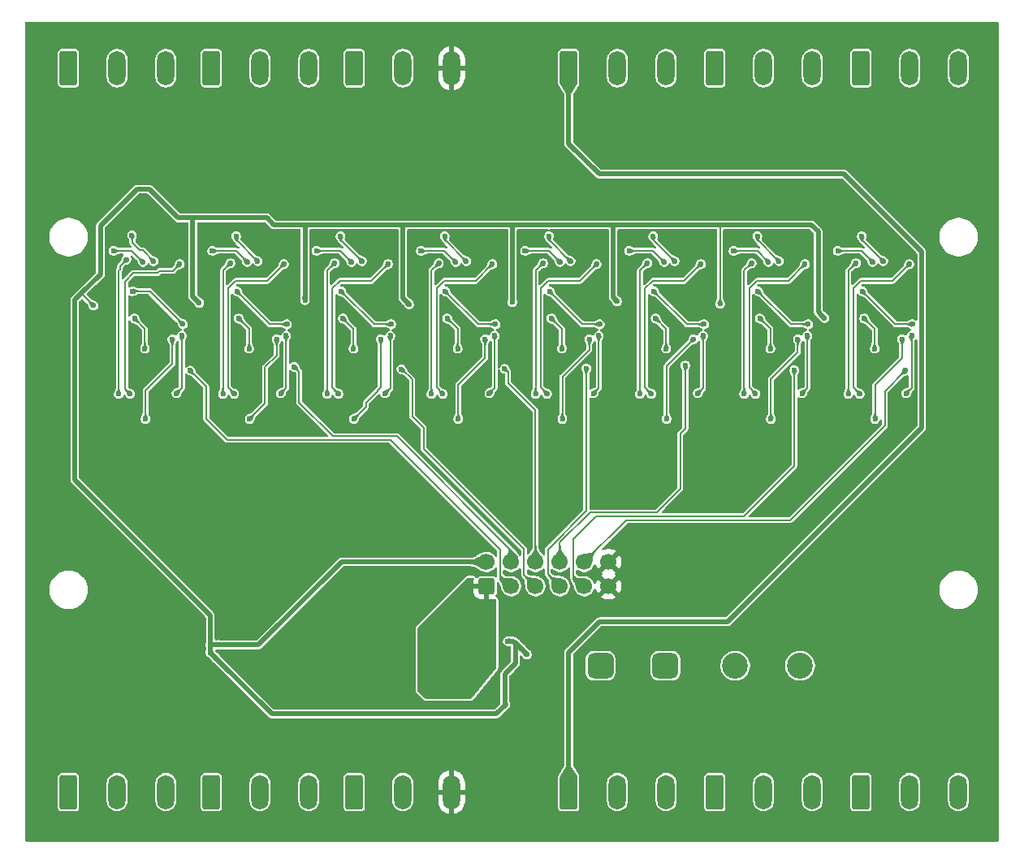
<source format=gbr>
%TF.GenerationSoftware,KiCad,Pcbnew,9.0.0*%
%TF.CreationDate,2025-03-19T14:29:07+05:00*%
%TF.ProjectId,TC_OAMP,54435f4f-414d-4502-9e6b-696361645f70,rev?*%
%TF.SameCoordinates,Original*%
%TF.FileFunction,Copper,L2,Bot*%
%TF.FilePolarity,Positive*%
%FSLAX46Y46*%
G04 Gerber Fmt 4.6, Leading zero omitted, Abs format (unit mm)*
G04 Created by KiCad (PCBNEW 9.0.0) date 2025-03-19 14:29:07*
%MOMM*%
%LPD*%
G01*
G04 APERTURE LIST*
G04 Aperture macros list*
%AMRoundRect*
0 Rectangle with rounded corners*
0 $1 Rounding radius*
0 $2 $3 $4 $5 $6 $7 $8 $9 X,Y pos of 4 corners*
0 Add a 4 corners polygon primitive as box body*
4,1,4,$2,$3,$4,$5,$6,$7,$8,$9,$2,$3,0*
0 Add four circle primitives for the rounded corners*
1,1,$1+$1,$2,$3*
1,1,$1+$1,$4,$5*
1,1,$1+$1,$6,$7*
1,1,$1+$1,$8,$9*
0 Add four rect primitives between the rounded corners*
20,1,$1+$1,$2,$3,$4,$5,0*
20,1,$1+$1,$4,$5,$6,$7,0*
20,1,$1+$1,$6,$7,$8,$9,0*
20,1,$1+$1,$8,$9,$2,$3,0*%
G04 Aperture macros list end*
%TA.AperFunction,ComponentPad*%
%ADD10RoundRect,0.250000X-0.650000X-1.550000X0.650000X-1.550000X0.650000X1.550000X-0.650000X1.550000X0*%
%TD*%
%TA.AperFunction,ComponentPad*%
%ADD11O,1.800000X3.600000*%
%TD*%
%TA.AperFunction,ComponentPad*%
%ADD12RoundRect,0.675000X-0.675000X-0.675000X0.675000X-0.675000X0.675000X0.675000X-0.675000X0.675000X0*%
%TD*%
%TA.AperFunction,ComponentPad*%
%ADD13C,2.700000*%
%TD*%
%TA.AperFunction,ComponentPad*%
%ADD14RoundRect,0.250000X0.600000X-0.600000X0.600000X0.600000X-0.600000X0.600000X-0.600000X-0.600000X0*%
%TD*%
%TA.AperFunction,ComponentPad*%
%ADD15C,1.700000*%
%TD*%
%TA.AperFunction,ViaPad*%
%ADD16C,0.600000*%
%TD*%
%TA.AperFunction,Conductor*%
%ADD17C,0.200000*%
%TD*%
%TA.AperFunction,Conductor*%
%ADD18C,0.500000*%
%TD*%
G04 APERTURE END LIST*
D10*
%TO.P,X6,1,Pin_1*%
%TO.N,/single_CH7/IN+*%
X187640000Y-68850000D03*
D11*
%TO.P,X6,2,Pin_2*%
%TO.N,/single_CH8/IN-*%
X192720000Y-68850000D03*
%TO.P,X6,3,Pin_3*%
%TO.N,/single_CH8/IN+*%
X197800000Y-68850000D03*
%TD*%
D10*
%TO.P,X3,1,Pin_1*%
%TO.N,/single_CH4/IN-*%
X134780000Y-68850000D03*
D11*
%TO.P,X3,2,Pin_2*%
%TO.N,/single_CH4/IN+*%
X139860000Y-68850000D03*
%TO.P,X3,3,Pin_3*%
%TO.N,GND*%
X144940000Y-68850000D03*
%TD*%
D10*
%TO.P,X10,1,Pin_1*%
%TO.N,/24v*%
X157160000Y-144350000D03*
D11*
%TO.P,X10,2,Pin_2*%
%TO.N,/single_CH5/out+*%
X162240000Y-144350000D03*
%TO.P,X10,3,Pin_3*%
%TO.N,/single_CH5/out-*%
X167320000Y-144350000D03*
%TD*%
D10*
%TO.P,X1,1,Pin_1*%
%TO.N,/single_CH1/IN-*%
X105000000Y-68850000D03*
D11*
%TO.P,X1,2,Pin_2*%
%TO.N,/single_CH1/IN+*%
X110080000Y-68850000D03*
%TO.P,X1,3,Pin_3*%
%TO.N,/single_CH2/IN-*%
X115160000Y-68850000D03*
%TD*%
D10*
%TO.P,X7,1,Pin_1*%
%TO.N,/single_CH1/out+*%
X105000000Y-144350000D03*
D11*
%TO.P,X7,2,Pin_2*%
%TO.N,/single_CH1/out-*%
X110080000Y-144350000D03*
%TO.P,X7,3,Pin_3*%
%TO.N,/single_CH2/out+*%
X115160000Y-144350000D03*
%TD*%
D10*
%TO.P,X8,1,Pin_1*%
%TO.N,/single_CH2/out-*%
X119890000Y-144350000D03*
D11*
%TO.P,X8,2,Pin_2*%
%TO.N,/single_CH3/out+*%
X124970000Y-144350000D03*
%TO.P,X8,3,Pin_3*%
%TO.N,/single_CH3/out-*%
X130050000Y-144350000D03*
%TD*%
D10*
%TO.P,X4,1,Pin_1*%
%TO.N,/24v*%
X157160000Y-68850000D03*
D11*
%TO.P,X4,2,Pin_2*%
%TO.N,/single_CH5/IN-*%
X162240000Y-68850000D03*
%TO.P,X4,3,Pin_3*%
%TO.N,/single_CH5/IN+*%
X167320000Y-68850000D03*
%TD*%
D10*
%TO.P,X11,1,Pin_1*%
%TO.N,/single_CH6/out+*%
X172400000Y-144350000D03*
D11*
%TO.P,X11,2,Pin_2*%
%TO.N,/single_CH6/out-*%
X177480000Y-144350000D03*
%TO.P,X11,3,Pin_3*%
%TO.N,/single_CH7/out+*%
X182560000Y-144350000D03*
%TD*%
D10*
%TO.P,X2,1,Pin_1*%
%TO.N,/single_CH2/IN+*%
X119890000Y-68850000D03*
D11*
%TO.P,X2,2,Pin_2*%
%TO.N,/single_CH3/IN-*%
X124970000Y-68850000D03*
%TO.P,X2,3,Pin_3*%
%TO.N,/single_CH3/IN+*%
X130050000Y-68850000D03*
%TD*%
D10*
%TO.P,X5,1,Pin_1*%
%TO.N,/single_CH6/IN-*%
X172400000Y-68850000D03*
D11*
%TO.P,X5,2,Pin_2*%
%TO.N,/single_CH6/IN+*%
X177480000Y-68850000D03*
%TO.P,X5,3,Pin_3*%
%TO.N,/single_CH7/IN-*%
X182560000Y-68850000D03*
%TD*%
D12*
%TO.P,F1,1*%
%TO.N,Net-(D25-K)*%
X160479999Y-131170000D03*
X167239999Y-131170000D03*
D13*
%TO.P,F1,2*%
%TO.N,Net-(D27-A1)*%
X174519999Y-131170000D03*
X181279999Y-131170000D03*
%TD*%
D10*
%TO.P,X12,1,Pin_1*%
%TO.N,/single_CH7/out-*%
X187640000Y-144350000D03*
D11*
%TO.P,X12,2,Pin_2*%
%TO.N,/single_CH8/out+*%
X192720000Y-144350000D03*
%TO.P,X12,3,Pin_3*%
%TO.N,/single_CH8/out-*%
X197800000Y-144350000D03*
%TD*%
D10*
%TO.P,X9,1,Pin_1*%
%TO.N,/single_CH4/out+*%
X134780000Y-144350000D03*
D11*
%TO.P,X9,2,Pin_2*%
%TO.N,/single_CH4/out-*%
X139860000Y-144350000D03*
%TO.P,X9,3,Pin_3*%
%TO.N,GND*%
X144940000Y-144350000D03*
%TD*%
D14*
%TO.P,X13,1,Pin_1*%
%TO.N,/3.3v*%
X148610000Y-122880000D03*
D15*
%TO.P,X13,2,Pin_2*%
%TO.N,/5v*%
X148610000Y-120340000D03*
%TO.P,X13,3,Pin_3*%
%TO.N,/ADC1*%
X151150000Y-122880000D03*
%TO.P,X13,4,Pin_4*%
%TO.N,/ADC2*%
X151150000Y-120340000D03*
%TO.P,X13,5,Pin_5*%
%TO.N,/ADC3*%
X153689999Y-122880000D03*
%TO.P,X13,6,Pin_6*%
%TO.N,/ADC4*%
X153690000Y-120340000D03*
%TO.P,X13,7,Pin_7*%
%TO.N,/ADC5*%
X156230000Y-122880000D03*
%TO.P,X13,8,Pin_8*%
%TO.N,/ADC6*%
X156230000Y-120340000D03*
%TO.P,X13,9,Pin_9*%
%TO.N,/ADC7*%
X158770000Y-122880000D03*
%TO.P,X13,10,Pin_10*%
%TO.N,/ADC8*%
X158770000Y-120340000D03*
%TO.P,X13,11,Pin_11*%
%TO.N,GND*%
X161310000Y-122880000D03*
%TO.P,X13,12,Pin_12*%
X161310000Y-120340000D03*
%TD*%
D16*
%TO.N,GND*%
X200007381Y-136492000D03*
X184767381Y-67912000D03*
X128790000Y-86070000D03*
X146667381Y-75532000D03*
X184767381Y-75532000D03*
X156827381Y-80612000D03*
X141587381Y-72992000D03*
X184767381Y-72992000D03*
X118727381Y-80612000D03*
X139047381Y-139032000D03*
X172067381Y-133952000D03*
X166987381Y-133952000D03*
X103487381Y-78072000D03*
X118727381Y-111092000D03*
X106027381Y-78072000D03*
X200007381Y-70452000D03*
X156827381Y-78072000D03*
X184767381Y-141572000D03*
X113647381Y-113632000D03*
X200007381Y-80612000D03*
X124620000Y-92660000D03*
X179687381Y-72992000D03*
X194927381Y-131412000D03*
X106500000Y-98500000D03*
X141587381Y-78072000D03*
X126347381Y-80612000D03*
X121267381Y-123792000D03*
X197467381Y-93312000D03*
X118727381Y-113632000D03*
X141587381Y-123792000D03*
X189820000Y-93010000D03*
X113647381Y-146652000D03*
X197467381Y-75532000D03*
X113647381Y-70452000D03*
X179687381Y-113632000D03*
X121267381Y-141572000D03*
X186760000Y-85460000D03*
X131427381Y-133952000D03*
X136507381Y-141572000D03*
X184740000Y-97180000D03*
X187307381Y-75532000D03*
X149207381Y-65372000D03*
X169527381Y-146652000D03*
X126347381Y-100932000D03*
X139047381Y-65372000D03*
X189847381Y-113632000D03*
X200007381Y-103472000D03*
X184767381Y-78072000D03*
X174607381Y-144112000D03*
X106500000Y-101500000D03*
X103487381Y-141572000D03*
X192387381Y-75532000D03*
X136507381Y-70452000D03*
X128887381Y-133952000D03*
X174607381Y-146652000D03*
X128420000Y-97580000D03*
X128887381Y-88232000D03*
X108567381Y-83152000D03*
X146667381Y-144112000D03*
X154287381Y-80612000D03*
X103487381Y-65372000D03*
X113647381Y-78072000D03*
X161060000Y-100100000D03*
X154287381Y-72992000D03*
X159367381Y-80612000D03*
X184767381Y-131412000D03*
X121267381Y-75532000D03*
X151747381Y-144112000D03*
X154287381Y-146652000D03*
X144380000Y-93730000D03*
X154287381Y-136492000D03*
X131427381Y-78072000D03*
X174607381Y-72992000D03*
X139047381Y-90772000D03*
X146667381Y-70452000D03*
X144127381Y-65372000D03*
X151747381Y-146652000D03*
X197467381Y-100932000D03*
X113647381Y-108552000D03*
X146667381Y-118712000D03*
X151747381Y-139032000D03*
X149207381Y-146652000D03*
X187307381Y-65372000D03*
X139500000Y-128750000D03*
X174607381Y-65372000D03*
X133967381Y-75532000D03*
X130310000Y-97320000D03*
X108567381Y-80612000D03*
X177147381Y-75532000D03*
X106027381Y-80612000D03*
X149207381Y-78072000D03*
X192387381Y-146652000D03*
X123807381Y-103472000D03*
X121267381Y-65372000D03*
X200007381Y-116172000D03*
X126347381Y-65372000D03*
X106027381Y-118712000D03*
X172067381Y-108552000D03*
X108567381Y-72992000D03*
X108567381Y-95852000D03*
X197467381Y-128872000D03*
X179687381Y-67912000D03*
X194927381Y-108552000D03*
X197467381Y-131412000D03*
X110640000Y-85700000D03*
X146667381Y-121252000D03*
X151747381Y-141572000D03*
X103487381Y-103472000D03*
X116187381Y-100932000D03*
X152640000Y-102520000D03*
X106500000Y-103000000D03*
X159367381Y-75532000D03*
X200007381Y-65372000D03*
X159367381Y-139032000D03*
X151747381Y-72992000D03*
X154287381Y-83152000D03*
X118727381Y-139032000D03*
X103487381Y-100932000D03*
X116187381Y-80612000D03*
X113647381Y-67912000D03*
X174607381Y-95852000D03*
X139047381Y-72992000D03*
X136507381Y-93312000D03*
X166987381Y-121252000D03*
X184767381Y-85692000D03*
X131427381Y-146652000D03*
X182227381Y-78072000D03*
X116187381Y-65372000D03*
X164447381Y-128872000D03*
X161907381Y-139032000D03*
X194927381Y-146652000D03*
X116187381Y-146652000D03*
X174607381Y-136492000D03*
X128887381Y-90772000D03*
X172067381Y-136492000D03*
X146667381Y-108552000D03*
X197467381Y-95852000D03*
X136507381Y-144112000D03*
X172067381Y-128872000D03*
X139047381Y-75532000D03*
X123807381Y-78072000D03*
X116187381Y-106012000D03*
X159367381Y-141572000D03*
X134460000Y-82510000D03*
X144127381Y-141572000D03*
X197467381Y-139032000D03*
X177147381Y-146652000D03*
X172067381Y-75532000D03*
X194927381Y-113632000D03*
X103487381Y-106012000D03*
X111107381Y-146652000D03*
X165040000Y-84220000D03*
X146667381Y-146652000D03*
X192387381Y-80612000D03*
X144127381Y-146652000D03*
X197467381Y-118712000D03*
X123807381Y-146652000D03*
X113647381Y-141572000D03*
X192387381Y-90772000D03*
X123807381Y-80612000D03*
X159367381Y-65372000D03*
X159367381Y-136492000D03*
X144127381Y-75532000D03*
X187230000Y-82440000D03*
X172067381Y-146652000D03*
X192387381Y-65372000D03*
X159367381Y-146652000D03*
X197467381Y-136492000D03*
X136410000Y-133910000D03*
X111107381Y-75532000D03*
X123807381Y-75532000D03*
X118727381Y-72992000D03*
X194927381Y-141572000D03*
X146667381Y-139032000D03*
X123807381Y-111092000D03*
X169527381Y-78072000D03*
X144127381Y-72992000D03*
X194927381Y-116172000D03*
X121520000Y-85510000D03*
X103487381Y-133952000D03*
X169527381Y-113632000D03*
X197467381Y-106012000D03*
X103487381Y-95852000D03*
X187307381Y-72992000D03*
X111107381Y-65372000D03*
X136507381Y-65372000D03*
X108567381Y-123792000D03*
X106027381Y-139032000D03*
X118727381Y-90772000D03*
X161907381Y-83152000D03*
X106027381Y-75532000D03*
X172067381Y-100932000D03*
X103487381Y-80612000D03*
X123807381Y-108552000D03*
X145200000Y-82450000D03*
X164447381Y-146652000D03*
X140500000Y-128500000D03*
X197467381Y-78072000D03*
X136507381Y-78072000D03*
X149207381Y-67912000D03*
X197467381Y-108552000D03*
X118727381Y-108552000D03*
X179687381Y-126332000D03*
X154287381Y-75532000D03*
X108567381Y-78072000D03*
X197467381Y-65372000D03*
X194927381Y-80612000D03*
X161907381Y-111092000D03*
X130950000Y-91150000D03*
X141587381Y-67912000D03*
X166987381Y-75532000D03*
X139047381Y-113632000D03*
X189847381Y-78072000D03*
X123807381Y-65372000D03*
X106027381Y-146652000D03*
X103487381Y-131412000D03*
X106027381Y-116172000D03*
X154287381Y-128872000D03*
X179687381Y-133952000D03*
X189847381Y-72992000D03*
X182227381Y-128872000D03*
X159367381Y-70452000D03*
X108567381Y-75532000D03*
X126347381Y-78072000D03*
X127050000Y-91630000D03*
X182227381Y-123792000D03*
X194927381Y-65372000D03*
X169527381Y-65372000D03*
X146670000Y-99630000D03*
X200007381Y-67912000D03*
X197467381Y-116172000D03*
X172067381Y-113632000D03*
X106500000Y-94000000D03*
X145180000Y-84270000D03*
X144127381Y-106012000D03*
X154287381Y-70452000D03*
X146667381Y-67912000D03*
X164447381Y-123792000D03*
X133967381Y-146652000D03*
X123807381Y-72992000D03*
X194927381Y-136492000D03*
X159367381Y-67912000D03*
X189847381Y-141572000D03*
X189847381Y-65372000D03*
X128887381Y-108552000D03*
X103487381Y-118712000D03*
X103487381Y-67912000D03*
X118727381Y-65372000D03*
X169527381Y-67912000D03*
X136910000Y-84180000D03*
X166987381Y-146652000D03*
X141587381Y-146652000D03*
X156827381Y-108552000D03*
X184767381Y-83152000D03*
X103487381Y-116172000D03*
X164447381Y-70452000D03*
X118727381Y-83152000D03*
X194927381Y-70452000D03*
X133967381Y-123792000D03*
X121267381Y-146652000D03*
X197467381Y-103472000D03*
X106500000Y-97000000D03*
X113647381Y-111092000D03*
X194927381Y-111092000D03*
X150500000Y-97000000D03*
X149207381Y-80612000D03*
X200007381Y-118712000D03*
X200007381Y-108552000D03*
X149207381Y-90772000D03*
X141587381Y-95852000D03*
X194927381Y-133952000D03*
X103487381Y-70452000D03*
X169527381Y-141572000D03*
X116187381Y-141572000D03*
X200007381Y-131412000D03*
X194927381Y-93312000D03*
X108567381Y-144112000D03*
X156190000Y-84210000D03*
X179687381Y-65372000D03*
X161907381Y-65372000D03*
X103487381Y-113632000D03*
X128887381Y-65372000D03*
X146667381Y-111092000D03*
X166987381Y-123792000D03*
X103487381Y-72992000D03*
X194927381Y-128872000D03*
X154287381Y-139032000D03*
X200007381Y-72992000D03*
X118727381Y-85692000D03*
X194927381Y-72992000D03*
X200007381Y-141572000D03*
X169527381Y-72992000D03*
X169527381Y-128872000D03*
X133967381Y-80612000D03*
X142350000Y-88950000D03*
X148540000Y-105350000D03*
X121267381Y-80612000D03*
X172100000Y-97480000D03*
X184767381Y-70452000D03*
X164447381Y-78072000D03*
X146667381Y-72992000D03*
X149207381Y-139032000D03*
X116187381Y-72992000D03*
X182227381Y-75532000D03*
X174607381Y-121252000D03*
X124470000Y-94990000D03*
X126347381Y-141572000D03*
X166987381Y-108552000D03*
X177147381Y-133952000D03*
X172067381Y-111092000D03*
X166987381Y-128872000D03*
X154287381Y-65372000D03*
X106027381Y-136492000D03*
X200007381Y-144112000D03*
X141587381Y-144112000D03*
X189847381Y-146652000D03*
X179687381Y-93312000D03*
X108567381Y-128872000D03*
X146667381Y-141572000D03*
X151747381Y-83152000D03*
X169527381Y-121252000D03*
X194927381Y-98392000D03*
X194927381Y-118712000D03*
X197467381Y-113632000D03*
X126347381Y-70452000D03*
X194927381Y-95852000D03*
X134540000Y-102480000D03*
X189847381Y-108552000D03*
X141770000Y-103100000D03*
X174607381Y-67912000D03*
X159367381Y-93312000D03*
X136507381Y-146652000D03*
X109720000Y-88990000D03*
X187307381Y-146652000D03*
X188560000Y-85710000D03*
X141587381Y-65372000D03*
X103487381Y-146652000D03*
X184767381Y-144112000D03*
X113647381Y-144112000D03*
X189847381Y-70452000D03*
X194927381Y-144112000D03*
X103487381Y-128872000D03*
X179687381Y-141572000D03*
X197467381Y-111092000D03*
X135760000Y-99700000D03*
X108567381Y-131412000D03*
X141587381Y-70452000D03*
X123560000Y-82520000D03*
X131430000Y-88990000D03*
X151747381Y-78072000D03*
X144127381Y-80612000D03*
X126347381Y-72992000D03*
X151747381Y-113632000D03*
X128887381Y-83152000D03*
X118727381Y-75532000D03*
X179687381Y-108552000D03*
X174607381Y-141572000D03*
X139047381Y-146652000D03*
X197467381Y-133952000D03*
X161907381Y-108552000D03*
X164447381Y-144112000D03*
X108590000Y-103020000D03*
X151747381Y-67912000D03*
X139047381Y-80612000D03*
X133967381Y-72992000D03*
X154287381Y-131412000D03*
X154287381Y-67912000D03*
X103487381Y-98392000D03*
X166987381Y-136492000D03*
X106027381Y-128872000D03*
X136507381Y-67912000D03*
X119990000Y-102960000D03*
X161907381Y-133952000D03*
X108567381Y-136492000D03*
X156070000Y-82430000D03*
X128887381Y-146652000D03*
X184767381Y-128872000D03*
X111107381Y-72992000D03*
X113647381Y-75532000D03*
X123807381Y-123792000D03*
X184767381Y-65372000D03*
X200007381Y-146652000D03*
X192387381Y-116172000D03*
X174607381Y-90772000D03*
X169527381Y-93312000D03*
X200007381Y-78072000D03*
X106027381Y-90772000D03*
X103487381Y-144112000D03*
X112680000Y-82560000D03*
X166987381Y-65372000D03*
X128887381Y-80612000D03*
X164447381Y-133952000D03*
X121267381Y-139032000D03*
X126347381Y-146652000D03*
X103487381Y-108552000D03*
X197467381Y-98392000D03*
X164447381Y-121252000D03*
X136460000Y-132310000D03*
X136507381Y-113632000D03*
X194927381Y-78072000D03*
X113647381Y-72992000D03*
X182227381Y-90772000D03*
X113647381Y-139032000D03*
X111107381Y-80612000D03*
X187307381Y-106012000D03*
X141587381Y-141572000D03*
X174607381Y-133952000D03*
X103487381Y-75532000D03*
X108567381Y-67912000D03*
X151747381Y-80612000D03*
X134000000Y-132000000D03*
X163250000Y-97260000D03*
X156827381Y-146652000D03*
X179687381Y-78072000D03*
X140250000Y-130250000D03*
X108567381Y-141572000D03*
X108567381Y-65372000D03*
X163100000Y-102820000D03*
X131427381Y-70452000D03*
X184850000Y-103010000D03*
X200007381Y-90772000D03*
X197467381Y-90772000D03*
X144127381Y-139032000D03*
X133967381Y-141572000D03*
X200007381Y-100932000D03*
X190190000Y-99600000D03*
X174607381Y-78072000D03*
X159367381Y-144112000D03*
X182227381Y-126332000D03*
X169527381Y-83152000D03*
X141587381Y-116172000D03*
X154287381Y-144112000D03*
X172067381Y-123792000D03*
X128887381Y-131412000D03*
X200007381Y-128872000D03*
X166910000Y-82430000D03*
X200007381Y-111092000D03*
X159367381Y-133952000D03*
X108567381Y-70452000D03*
X121267381Y-72992000D03*
X140500000Y-134250000D03*
X200007381Y-98392000D03*
X161907381Y-118712000D03*
X177690000Y-85930000D03*
X184767381Y-146652000D03*
X108567381Y-133952000D03*
X151747381Y-65372000D03*
X128887381Y-72992000D03*
X106027381Y-133952000D03*
X161907381Y-72992000D03*
X166987381Y-72992000D03*
X189847381Y-67912000D03*
X164447381Y-75532000D03*
X194927381Y-103472000D03*
X136507381Y-80612000D03*
X177800000Y-82430000D03*
X116187381Y-90772000D03*
X173960000Y-103010000D03*
X141587381Y-121252000D03*
X161907381Y-128872000D03*
X141587381Y-139032000D03*
X106027381Y-72992000D03*
X152500000Y-96500000D03*
X164447381Y-141572000D03*
X144127381Y-121252000D03*
X174607381Y-70452000D03*
X161907381Y-78072000D03*
X156827381Y-65372000D03*
X169527381Y-133952000D03*
X184767381Y-126332000D03*
X179687381Y-146652000D03*
X184767381Y-90772000D03*
X106500000Y-100000000D03*
X139047381Y-121252000D03*
X172067381Y-83152000D03*
X170550000Y-97850000D03*
X106027381Y-131412000D03*
X179687381Y-123792000D03*
X197467381Y-80612000D03*
X133967381Y-133952000D03*
X117650000Y-97570000D03*
X118727381Y-146652000D03*
X172067381Y-121252000D03*
X183030000Y-97550000D03*
X126347381Y-131412000D03*
X189847381Y-144112000D03*
X172067381Y-65372000D03*
X133967381Y-108552000D03*
X200007381Y-133952000D03*
X169527381Y-136492000D03*
X149207381Y-144112000D03*
X200007381Y-75532000D03*
X184767381Y-133952000D03*
X194927381Y-106012000D03*
X131427381Y-72992000D03*
X139047381Y-116172000D03*
X172067381Y-90772000D03*
X112560000Y-84250000D03*
X164447381Y-136492000D03*
X126347381Y-93312000D03*
X128887381Y-128872000D03*
X103487381Y-136492000D03*
X133967381Y-65372000D03*
X132460000Y-83920000D03*
X179687381Y-144112000D03*
X151747381Y-75532000D03*
X164447381Y-65372000D03*
X161907381Y-136492000D03*
X108567381Y-121252000D03*
X182227381Y-146652000D03*
X113647381Y-65372000D03*
X138000000Y-134500000D03*
X139400000Y-97460000D03*
X119270000Y-97350000D03*
X118727381Y-88232000D03*
X197467381Y-146652000D03*
X177147381Y-108552000D03*
X194927381Y-67912000D03*
X140940000Y-86420000D03*
X154287381Y-133952000D03*
X116187381Y-78072000D03*
X177147381Y-65372000D03*
X151747381Y-70452000D03*
X182227381Y-133952000D03*
X123807381Y-141572000D03*
X141587381Y-90772000D03*
X128887381Y-75532000D03*
X131427381Y-141572000D03*
X128887381Y-113632000D03*
X200007381Y-139032000D03*
X121267381Y-78072000D03*
X108567381Y-146652000D03*
X164447381Y-67912000D03*
X149207381Y-141572000D03*
X103487381Y-139032000D03*
X161907381Y-146652000D03*
X188160000Y-100310000D03*
X149207381Y-70452000D03*
X130420000Y-102940000D03*
X149207381Y-72992000D03*
X154287381Y-141572000D03*
X172067381Y-131412000D03*
X126347381Y-123792000D03*
X113647381Y-136492000D03*
X156827381Y-111092000D03*
X151747381Y-116172000D03*
X169527381Y-144112000D03*
X179687381Y-70452000D03*
X164447381Y-118712000D03*
X146667381Y-65372000D03*
X200007381Y-113632000D03*
X103487381Y-93312000D03*
X146667381Y-78072000D03*
X151747381Y-136492000D03*
X149207381Y-75532000D03*
X200007381Y-93312000D03*
X106027381Y-65372000D03*
X106500000Y-95500000D03*
X200007381Y-106012000D03*
X182227381Y-65372000D03*
X139047381Y-83152000D03*
X128887381Y-111092000D03*
X200007381Y-95852000D03*
X194927381Y-90772000D03*
X191700000Y-93620000D03*
X111107381Y-141572000D03*
X169527381Y-70452000D03*
X108567381Y-118712000D03*
X103487381Y-90772000D03*
X140250000Y-132000000D03*
X184767381Y-123792000D03*
X143250000Y-85980000D03*
X131427381Y-65372000D03*
X103487381Y-111092000D03*
X194927381Y-100932000D03*
X169527381Y-131412000D03*
X161907381Y-113632000D03*
X136507381Y-72992000D03*
X108567381Y-126332000D03*
%TO.N,Net-(DA2A-+)*%
X122488569Y-86367499D03*
X124738571Y-88977499D03*
%TO.N,Net-(DA2B-+)*%
X119988571Y-87897499D03*
X123638571Y-89067499D03*
%TO.N,Net-(DA3A-+)*%
X133357141Y-86367499D03*
X135607143Y-88977499D03*
%TO.N,Net-(DA3B-+)*%
X134507143Y-89067499D03*
X130857143Y-87897499D03*
%TO.N,Net-(DA4B-+)*%
X145375714Y-89067499D03*
X141725714Y-87897499D03*
%TO.N,Net-(DA4A-+)*%
X146475714Y-88977499D03*
X144225712Y-86367499D03*
%TO.N,/3.3v*%
X145600000Y-133800000D03*
X144600000Y-133800000D03*
X146600000Y-133800000D03*
X146000000Y-128200000D03*
X143800000Y-133800000D03*
X143000000Y-133800000D03*
X143600000Y-128200000D03*
X144400000Y-128200000D03*
X142200000Y-133800000D03*
X142800000Y-128200000D03*
X145200000Y-128200000D03*
X142000000Y-128200000D03*
%TO.N,Net-(DA5A-+)*%
X157344286Y-88977499D03*
X155094284Y-86367499D03*
%TO.N,Net-(DA5B-+)*%
X156244286Y-89067499D03*
X152594286Y-87897499D03*
%TO.N,/ADC1*%
X117690000Y-100380000D03*
%TO.N,Net-(DA6A-+)*%
X168212857Y-88977499D03*
X165962855Y-86367499D03*
%TO.N,Net-(DA6B-+)*%
X163462857Y-87897499D03*
X167112857Y-89067499D03*
%TO.N,Net-(DA7B-+)*%
X177981429Y-89067499D03*
X174331429Y-87897499D03*
%TO.N,Net-(DA7A-+)*%
X176831427Y-86367499D03*
X179081429Y-88977499D03*
%TO.N,Net-(DA8A-+)*%
X187699998Y-86367499D03*
X189950000Y-88977499D03*
%TO.N,Net-(DA8B-+)*%
X188850000Y-89067499D03*
X185200000Y-87897499D03*
%TO.N,/ADC2*%
X128540000Y-99990000D03*
%TO.N,Net-(DA2D--)*%
X123888571Y-105429999D03*
X126698571Y-97107499D03*
%TO.N,Net-(RN3D-R4.1)*%
X121098571Y-102837499D03*
X121888571Y-89177499D03*
%TO.N,Net-(DA2B--)*%
X127788572Y-95547498D03*
X122538571Y-92107499D03*
%TO.N,Net-(RN4D-R4.2)*%
X123838571Y-98107499D03*
X122738571Y-94937499D03*
%TO.N,Net-(DA2-Pad14)*%
X127688571Y-96737499D03*
X127128571Y-102767499D03*
%TO.N,Net-(RN6D-R4.2)*%
X134707143Y-98107499D03*
X133607143Y-94937499D03*
%TO.N,Net-(DA3-Pad14)*%
X138557143Y-96737499D03*
X137997143Y-102767499D03*
%TO.N,Net-(DA3D--)*%
X134757143Y-105429999D03*
X137567143Y-97107499D03*
%TO.N,Net-(RN5A-R1.1)*%
X138327143Y-89277499D03*
X133157143Y-102817499D03*
%TO.N,/ADC3*%
X139710000Y-100230000D03*
%TO.N,Net-(DA3B--)*%
X138657144Y-95547498D03*
X133407143Y-92107499D03*
%TO.N,Net-(DA4B--)*%
X144275714Y-92107499D03*
X149525715Y-95547498D03*
%TO.N,/ADC4*%
X150460000Y-100200000D03*
%TO.N,Net-(DA4-Pad14)*%
X149425714Y-96737499D03*
X148865714Y-102767499D03*
%TO.N,Net-(RN8D-R4.2)*%
X144475714Y-94937499D03*
X145575714Y-98107499D03*
%TO.N,/ADC5*%
X159000000Y-100160000D03*
%TO.N,Net-(DA4D--)*%
X145625714Y-105429999D03*
X148435714Y-97107499D03*
%TO.N,Net-(RN10A-R1.2)*%
X160064286Y-89277499D03*
X154894286Y-102817499D03*
%TO.N,/ADC6*%
X169312857Y-99847499D03*
%TO.N,Net-(DA5-Pad14)*%
X160294286Y-96737499D03*
X159734286Y-102767499D03*
%TO.N,Net-(DA5B--)*%
X155144286Y-92107499D03*
X160394287Y-95547498D03*
%TO.N,Net-(DA5D--)*%
X159304286Y-97107499D03*
X156494286Y-105429999D03*
%TO.N,Net-(DA6B--)*%
X171262858Y-95547498D03*
X166012857Y-92107499D03*
%TO.N,Net-(RN3A-R1.1)*%
X122288571Y-102817499D03*
X127458571Y-89277499D03*
%TO.N,Net-(DA6D--)*%
X167362857Y-105429999D03*
X170172857Y-97107499D03*
%TO.N,/ADC7*%
X180669998Y-100340000D03*
%TO.N,Net-(DA6-Pad14)*%
X171162857Y-96737499D03*
X170602857Y-102767499D03*
%TO.N,/ADC8*%
X192240000Y-100390000D03*
%TO.N,Net-(RN5D-R4.1)*%
X132757143Y-89177499D03*
X131967143Y-102837499D03*
%TO.N,Net-(RN13A-R1.1)*%
X181801429Y-89277499D03*
X176631429Y-102817499D03*
%TO.N,Net-(DA7-Pad14)*%
X182031429Y-96737499D03*
X181471429Y-102767499D03*
%TO.N,Net-(DA7B--)*%
X182131430Y-95547498D03*
X176881429Y-92107499D03*
%TO.N,Net-(DA7D--)*%
X178231429Y-105429999D03*
X181041429Y-97107499D03*
%TO.N,Net-(RN7D-R4.1)*%
X142835714Y-102837499D03*
X143625714Y-89177499D03*
%TO.N,Net-(DA8D--)*%
X191910000Y-97107499D03*
X189100000Y-105429999D03*
%TO.N,Net-(RN7A-R1.1)*%
X149195714Y-89277499D03*
X144025714Y-102817499D03*
%TO.N,Net-(DA8B--)*%
X187750000Y-92107499D03*
X193000001Y-95547498D03*
%TO.N,Net-(DA8-Pad14)*%
X192340000Y-102767499D03*
X192900000Y-96737499D03*
%TO.N,Net-(DA1B-+)*%
X112770000Y-89067499D03*
X109690000Y-87897499D03*
%TO.N,Net-(DA1A-+)*%
X113870000Y-88977499D03*
X111610000Y-86280000D03*
%TO.N,Net-(RN1A-R1.1)*%
X116590000Y-89277499D03*
X111420000Y-102817499D03*
%TO.N,Net-(DA1-Pad14)*%
X116260000Y-102767499D03*
X116820000Y-96737499D03*
%TO.N,Net-(DA1B--)*%
X116920001Y-95547498D03*
X111670000Y-92107499D03*
%TO.N,Net-(DA1D--)*%
X115830000Y-97107499D03*
X113020000Y-105429999D03*
%TO.N,Net-(RN10D-R4.2)*%
X155344286Y-94937499D03*
X156444286Y-98107499D03*
%TO.N,Net-(RN10C-R3.2)*%
X154494286Y-89177499D03*
X153704286Y-102837499D03*
%TO.N,Net-(RN12D-R4.2)*%
X167312857Y-98107499D03*
X166212857Y-94937499D03*
%TO.N,/5v*%
X119800000Y-129000000D03*
X120400000Y-130400000D03*
X152800000Y-130000000D03*
X151280002Y-93270000D03*
X151600000Y-128800000D03*
X152200000Y-129400000D03*
X118630000Y-93330000D03*
X150800000Y-128600000D03*
X119800000Y-129800000D03*
X162200000Y-93170000D03*
X140520000Y-93480000D03*
X107600000Y-93600000D03*
X129650000Y-93050000D03*
X172940000Y-93430000D03*
X183830000Y-94920000D03*
X120620000Y-129000000D03*
%TO.N,Net-(RN2D-R4.2)*%
X112970000Y-98107499D03*
X111870000Y-94937499D03*
%TO.N,Net-(RN1D-R4.1)*%
X110230000Y-102837499D03*
X111050000Y-88800000D03*
%TO.N,Net-(RN11D-R4.1)*%
X164572857Y-102837499D03*
X165362857Y-89177499D03*
%TO.N,Net-(RN11A-R1.1)*%
X165762857Y-102817499D03*
X170932857Y-89277499D03*
%TO.N,Net-(RN14D-R4.2)*%
X177081429Y-94937499D03*
X178181429Y-98107499D03*
%TO.N,Net-(RN13D-R4.1)*%
X176231429Y-89177499D03*
X175441429Y-102837499D03*
%TO.N,Net-(RN15A-R1.1)*%
X192670000Y-89277499D03*
X187500000Y-102817499D03*
%TO.N,Net-(RN16D-R4.2)*%
X189050000Y-98107499D03*
X187950000Y-94937499D03*
%TO.N,Net-(RN15D-R4.1)*%
X187100000Y-89177499D03*
X186310000Y-102837499D03*
%TD*%
D17*
%TO.N,Net-(DA2A-+)*%
X124728571Y-88977499D02*
X122488569Y-86737497D01*
X122488569Y-86737497D02*
X122488569Y-86367499D01*
X124738571Y-88977499D02*
X124728571Y-88977499D01*
%TO.N,Net-(DA2B-+)*%
X123638571Y-89067499D02*
X122468571Y-87897499D01*
X122468571Y-87897499D02*
X119988571Y-87897499D01*
%TO.N,Net-(DA3A-+)*%
X135607143Y-88977499D02*
X135597143Y-88977499D01*
X135597143Y-88977499D02*
X133357141Y-86737497D01*
X133357141Y-86737497D02*
X133357141Y-86367499D01*
%TO.N,Net-(DA3B-+)*%
X134507143Y-89067499D02*
X133337143Y-87897499D01*
X133337143Y-87897499D02*
X130857143Y-87897499D01*
%TO.N,Net-(DA4B-+)*%
X144205714Y-87897499D02*
X141725714Y-87897499D01*
X145375714Y-89067499D02*
X144205714Y-87897499D01*
%TO.N,Net-(DA4A-+)*%
X146465714Y-88977499D02*
X144225712Y-86737497D01*
X144225712Y-86737497D02*
X144225712Y-86367499D01*
X146475714Y-88977499D02*
X146465714Y-88977499D01*
%TO.N,Net-(DA5A-+)*%
X155094284Y-86737497D02*
X155094284Y-86367499D01*
X157334286Y-88977499D02*
X155094284Y-86737497D01*
X157344286Y-88977499D02*
X157334286Y-88977499D01*
%TO.N,Net-(DA5B-+)*%
X156244286Y-89067499D02*
X155074286Y-87897499D01*
X155074286Y-87897499D02*
X152594286Y-87897499D01*
%TO.N,/ADC1*%
X149999000Y-121729000D02*
X151150000Y-122880000D01*
X119360000Y-105400000D02*
X121580000Y-107620000D01*
X119360000Y-102050000D02*
X119360000Y-105400000D01*
X138554314Y-107620000D02*
X149999000Y-119064686D01*
X149999000Y-119064686D02*
X149999000Y-121729000D01*
X117690000Y-100380000D02*
X119360000Y-102050000D01*
X121580000Y-107620000D02*
X138554314Y-107620000D01*
%TO.N,Net-(DA6A-+)*%
X168202857Y-88977499D02*
X165962855Y-86737497D01*
X168212857Y-88977499D02*
X168202857Y-88977499D01*
X165962855Y-86737497D02*
X165962855Y-86367499D01*
%TO.N,Net-(DA6B-+)*%
X167112857Y-89067499D02*
X165942857Y-87897499D01*
X165942857Y-87897499D02*
X163462857Y-87897499D01*
%TO.N,Net-(DA7B-+)*%
X176811429Y-87897499D02*
X174331429Y-87897499D01*
X177981429Y-89067499D02*
X176811429Y-87897499D01*
%TO.N,Net-(DA7A-+)*%
X176831427Y-86737497D02*
X176831427Y-86367499D01*
X179071429Y-88977499D02*
X176831427Y-86737497D01*
X179081429Y-88977499D02*
X179071429Y-88977499D01*
%TO.N,Net-(DA8A-+)*%
X189940000Y-88977499D02*
X187699998Y-86737497D01*
X187699998Y-86737497D02*
X187699998Y-86367499D01*
X189950000Y-88977499D02*
X189940000Y-88977499D01*
%TO.N,Net-(DA8B-+)*%
X188850000Y-89067499D02*
X187680000Y-87897499D01*
X187680000Y-87897499D02*
X185200000Y-87897499D01*
%TO.N,/ADC2*%
X129040000Y-103700000D02*
X132560000Y-107220000D01*
X139232081Y-107220000D02*
X151150000Y-119137919D01*
X132560000Y-107220000D02*
X139232081Y-107220000D01*
X129040000Y-100490000D02*
X129040000Y-103700000D01*
X151150000Y-119137919D02*
X151150000Y-120340000D01*
X128540000Y-99990000D02*
X129040000Y-100490000D01*
%TO.N,Net-(DA2D--)*%
X125500000Y-100000000D02*
X126698571Y-98801429D01*
X123888571Y-105429999D02*
X125500000Y-103818570D01*
X125500000Y-103818570D02*
X125500000Y-100000000D01*
X126698571Y-98801429D02*
X126698571Y-97107499D01*
%TO.N,Net-(RN3D-R4.1)*%
X121098571Y-102837499D02*
X121098571Y-89947499D01*
X121888571Y-89157499D02*
X121888571Y-89177499D01*
X121098571Y-89947499D02*
X121888571Y-89157499D01*
%TO.N,Net-(DA2B--)*%
X122538571Y-92107499D02*
X125978571Y-95547499D01*
X125978571Y-95547499D02*
X127788572Y-95547498D01*
%TO.N,Net-(RN4D-R4.2)*%
X122758571Y-94937499D02*
X123838571Y-96017499D01*
X123838571Y-98107499D02*
X123838571Y-96017499D01*
X122758571Y-94937499D02*
X122738571Y-94937499D01*
%TO.N,Net-(DA2-Pad14)*%
X127688571Y-96737499D02*
X127688571Y-102207499D01*
X127688571Y-102207499D02*
X127128571Y-102767499D01*
%TO.N,Net-(RN6D-R4.2)*%
X133627143Y-94937499D02*
X134707143Y-96017499D01*
X134707143Y-98107499D02*
X134707143Y-96017499D01*
X133627143Y-94937499D02*
X133607143Y-94937499D01*
%TO.N,Net-(DA3-Pad14)*%
X138557143Y-96737499D02*
X138557143Y-102207499D01*
X138557143Y-102207499D02*
X137997143Y-102767499D01*
%TO.N,Net-(DA3D--)*%
X136000000Y-104187142D02*
X136000000Y-103760000D01*
X136000000Y-103760000D02*
X137246143Y-102513857D01*
X134757143Y-105429999D02*
X136000000Y-104187142D01*
X137246143Y-102513857D02*
X137246143Y-102456424D01*
X137567143Y-102135424D02*
X137567143Y-97107499D01*
X137246143Y-102456424D02*
X137567143Y-102135424D01*
%TO.N,Net-(RN5A-R1.1)*%
X132497143Y-91837499D02*
X132497143Y-102157499D01*
X133297143Y-91037499D02*
X132497143Y-91837499D01*
X132497143Y-102157499D02*
X133157143Y-102817499D01*
X138327143Y-89277499D02*
X136567143Y-91037499D01*
X136567143Y-91037499D02*
X133297143Y-91037499D01*
%TO.N,/ADC3*%
X142030000Y-108530000D02*
X142030000Y-106400000D01*
X140830000Y-101320000D02*
X139760000Y-100250000D01*
X139730000Y-100250000D02*
X139710000Y-100230000D01*
X152480000Y-121670001D02*
X152480000Y-118980000D01*
X153689999Y-122880000D02*
X152480000Y-121670001D01*
X139760000Y-100250000D02*
X139730000Y-100250000D01*
X142030000Y-106400000D02*
X140830000Y-105200000D01*
X152480000Y-118980000D02*
X142030000Y-108530000D01*
X140830000Y-105200000D02*
X140830000Y-101320000D01*
%TO.N,Net-(DA3B--)*%
X136847143Y-95547499D02*
X138657143Y-95547499D01*
X133407143Y-92107499D02*
X136847143Y-95547499D01*
X138657143Y-95547499D02*
X138657144Y-95547498D01*
%TO.N,Net-(DA4B--)*%
X149525714Y-95547499D02*
X149525715Y-95547498D01*
X144275714Y-92107499D02*
X147715714Y-95547499D01*
X147715714Y-95547499D02*
X149525714Y-95547499D01*
%TO.N,/ADC4*%
X150530000Y-100200000D02*
X150460000Y-100200000D01*
X150840000Y-101690000D02*
X150840000Y-100510000D01*
X150840000Y-100510000D02*
X150530000Y-100200000D01*
X153690000Y-120340000D02*
X153690000Y-104540000D01*
X153690000Y-104540000D02*
X150840000Y-101690000D01*
%TO.N,Net-(DA4-Pad14)*%
X149425714Y-102207499D02*
X148865714Y-102767499D01*
X149425714Y-96737499D02*
X149425714Y-102207499D01*
%TO.N,Net-(RN8D-R4.2)*%
X144495714Y-94937499D02*
X144475714Y-94937499D01*
X145575714Y-98107499D02*
X145575714Y-96017499D01*
X144495714Y-94937499D02*
X145575714Y-96017499D01*
%TO.N,/ADC5*%
X159000000Y-100160000D02*
X158983286Y-100176714D01*
X154970000Y-121620000D02*
X156230000Y-122880000D01*
X158983286Y-100176714D02*
X158983286Y-115016714D01*
X158983286Y-115016714D02*
X154970000Y-119030000D01*
X154970000Y-119030000D02*
X154970000Y-121620000D01*
%TO.N,Net-(DA4D--)*%
X148435714Y-99064286D02*
X145625714Y-101874286D01*
X148435714Y-97107499D02*
X148435714Y-99064286D01*
X145625714Y-101874286D02*
X145625714Y-105429999D01*
%TO.N,Net-(RN10A-R1.2)*%
X154234286Y-102157499D02*
X154894286Y-102817499D01*
X160064286Y-89277499D02*
X158304286Y-91037499D01*
X158304286Y-91037499D02*
X155034286Y-91037499D01*
X155034286Y-91037499D02*
X154234286Y-91837499D01*
X154234286Y-91837499D02*
X154234286Y-102157499D01*
%TO.N,/ADC6*%
X168770000Y-106990000D02*
X168770000Y-112730000D01*
X156230000Y-118335684D02*
X156230000Y-120340000D01*
X169312857Y-106447143D02*
X168770000Y-106990000D01*
X169312857Y-99847499D02*
X169312857Y-106447143D01*
X166317600Y-115182400D02*
X159383284Y-115182400D01*
X159383284Y-115182400D02*
X156230000Y-118335684D01*
X168770000Y-112730000D02*
X166317600Y-115182400D01*
%TO.N,Net-(DA5-Pad14)*%
X160294286Y-102207499D02*
X159734286Y-102767499D01*
X160294286Y-96737499D02*
X160294286Y-102207499D01*
%TO.N,Net-(DA5B--)*%
X155144286Y-92107499D02*
X158584286Y-95547499D01*
X158584286Y-95547499D02*
X160394287Y-95547498D01*
%TO.N,Net-(DA5D--)*%
X159304286Y-98195714D02*
X156494286Y-101005714D01*
X156494286Y-101005714D02*
X156494286Y-105429999D01*
X159304286Y-97107499D02*
X159304286Y-98195714D01*
%TO.N,Net-(DA6B--)*%
X169452857Y-95547499D02*
X171262858Y-95547498D01*
X166012857Y-92107499D02*
X169452857Y-95547499D01*
%TO.N,Net-(RN3A-R1.1)*%
X125698571Y-91037499D02*
X122428571Y-91037499D01*
X127458571Y-89277499D02*
X125698571Y-91037499D01*
X122428571Y-91037499D02*
X121628571Y-91837499D01*
X121628571Y-102157499D02*
X122288571Y-102817499D01*
X121628571Y-91837499D02*
X121628571Y-102157499D01*
%TO.N,Net-(DA6D--)*%
X170172857Y-97107499D02*
X167362857Y-99917499D01*
X167362857Y-99917499D02*
X167362857Y-105429999D01*
%TO.N,/ADC7*%
X158770000Y-122880000D02*
X157619000Y-121729000D01*
X180669998Y-110330002D02*
X180669998Y-100340000D01*
X157619000Y-117946686D02*
X159983286Y-115582400D01*
X157619000Y-121729000D02*
X157619000Y-117946686D01*
X159983286Y-115582400D02*
X175417600Y-115582400D01*
X175417600Y-115582400D02*
X180669998Y-110330002D01*
%TO.N,Net-(DA6-Pad14)*%
X171162857Y-96737499D02*
X171162857Y-102207499D01*
X171162857Y-102207499D02*
X170602857Y-102767499D01*
%TO.N,/ADC8*%
X190120000Y-102510000D02*
X192240000Y-100390000D01*
X158770000Y-120340000D02*
X163127600Y-115982400D01*
X163127600Y-115982400D02*
X180217600Y-115982400D01*
X180217600Y-115982400D02*
X190120000Y-106080000D01*
X190120000Y-106080000D02*
X190120000Y-102510000D01*
%TO.N,Net-(RN5D-R4.1)*%
X131967143Y-102837499D02*
X131967143Y-89947499D01*
X131967143Y-89947499D02*
X132757143Y-89157499D01*
X132757143Y-89157499D02*
X132757143Y-89177499D01*
%TO.N,Net-(RN13A-R1.1)*%
X181801429Y-89277499D02*
X180041429Y-91037499D01*
X176771429Y-91037499D02*
X175971429Y-91837499D01*
X175971429Y-91837499D02*
X175971429Y-102157499D01*
X175971429Y-102157499D02*
X176631429Y-102817499D01*
X180041429Y-91037499D02*
X176771429Y-91037499D01*
%TO.N,Net-(DA7-Pad14)*%
X182031429Y-102207499D02*
X181471429Y-102767499D01*
X182031429Y-96737499D02*
X182031429Y-102207499D01*
%TO.N,Net-(DA7B--)*%
X182131429Y-95547499D02*
X182131430Y-95547498D01*
X180321429Y-95547499D02*
X182131429Y-95547499D01*
X176881429Y-92107499D02*
X180321429Y-95547499D01*
%TO.N,Net-(DA7D--)*%
X178231429Y-101268571D02*
X178231429Y-105429999D01*
X181041429Y-97107499D02*
X181041429Y-98458571D01*
X181041429Y-98458571D02*
X178231429Y-101268571D01*
%TO.N,Net-(RN7D-R4.1)*%
X142835714Y-89947499D02*
X143625714Y-89157499D01*
X143625714Y-89157499D02*
X143625714Y-89177499D01*
X142835714Y-102837499D02*
X142835714Y-89947499D01*
%TO.N,Net-(DA8D--)*%
X189100000Y-101900000D02*
X189100000Y-105429999D01*
X191910000Y-97107499D02*
X191910000Y-99090000D01*
X191910000Y-99090000D02*
X189100000Y-101900000D01*
%TO.N,Net-(RN7A-R1.1)*%
X149195714Y-89277499D02*
X147435714Y-91037499D01*
X143365714Y-102157499D02*
X144025714Y-102817499D01*
X143365714Y-91837499D02*
X143365714Y-102157499D01*
X144165714Y-91037499D02*
X143365714Y-91837499D01*
X147435714Y-91037499D02*
X144165714Y-91037499D01*
%TO.N,Net-(DA8B--)*%
X191190000Y-95547499D02*
X193000001Y-95547498D01*
X187750000Y-92107499D02*
X191190000Y-95547499D01*
%TO.N,Net-(DA8-Pad14)*%
X192900000Y-96737499D02*
X192900000Y-102207499D01*
X192900000Y-102207499D02*
X192340000Y-102767499D01*
%TO.N,Net-(DA1B-+)*%
X112770000Y-89067499D02*
X111600000Y-87897499D01*
X111600000Y-87897499D02*
X109690000Y-87897499D01*
%TO.N,Net-(DA1A-+)*%
X113870000Y-88977499D02*
X112737048Y-87844547D01*
X112737048Y-87844547D02*
X112416124Y-87844547D01*
X111660000Y-87088423D02*
X111660000Y-86330000D01*
X112416124Y-87844547D02*
X111660000Y-87088423D01*
X111660000Y-86330000D02*
X111610000Y-86280000D01*
%TO.N,Net-(RN1A-R1.1)*%
X111781501Y-90218499D02*
X114256760Y-90218499D01*
X111420000Y-102817499D02*
X110919000Y-102316499D01*
X110919000Y-102316499D02*
X110919000Y-91081000D01*
X114256760Y-90218499D02*
X114475259Y-90000000D01*
X115867499Y-90000000D02*
X116590000Y-89277499D01*
X110919000Y-91081000D02*
X111781501Y-90218499D01*
X114475259Y-90000000D02*
X115867499Y-90000000D01*
%TO.N,Net-(DA1-Pad14)*%
X116260000Y-102767499D02*
X116820000Y-102207499D01*
X116820000Y-102207499D02*
X116820000Y-96737499D01*
%TO.N,Net-(DA1B--)*%
X113480002Y-92107499D02*
X116920001Y-95547498D01*
X111670000Y-92107499D02*
X113480002Y-92107499D01*
%TO.N,Net-(DA1D--)*%
X113020000Y-105429999D02*
X113020000Y-102480000D01*
X115830000Y-99670000D02*
X115830000Y-97107499D01*
X113020000Y-102480000D02*
X115830000Y-99670000D01*
%TO.N,Net-(RN10D-R4.2)*%
X155364286Y-94937499D02*
X156444286Y-96017499D01*
X155364286Y-94937499D02*
X155344286Y-94937499D01*
X156444286Y-98107499D02*
X156444286Y-96017499D01*
D18*
%TO.N,/24v*%
X193940000Y-106340000D02*
X173720000Y-126560000D01*
X157160000Y-68850000D02*
X157160000Y-76720000D01*
X193940000Y-87970000D02*
X193940000Y-106340000D01*
X157160000Y-129780000D02*
X157160000Y-144350000D01*
X185860000Y-79890000D02*
X193940000Y-87970000D01*
X157160000Y-76720000D02*
X160330000Y-79890000D01*
X160380000Y-126560000D02*
X157160000Y-129780000D01*
X160330000Y-79890000D02*
X185860000Y-79890000D01*
X173720000Y-126560000D02*
X160380000Y-126560000D01*
D17*
%TO.N,Net-(RN10C-R3.2)*%
X154494286Y-89157499D02*
X154494286Y-89177499D01*
X153704286Y-102837499D02*
X153704286Y-89947499D01*
X153704286Y-89947499D02*
X154494286Y-89157499D01*
%TO.N,Net-(RN12D-R4.2)*%
X166232857Y-94937499D02*
X167312857Y-96017499D01*
X167312857Y-98107499D02*
X167312857Y-96017499D01*
X166232857Y-94937499D02*
X166212857Y-94937499D01*
D18*
%TO.N,/5v*%
X151600000Y-128800000D02*
X151600000Y-130900000D01*
X119800000Y-129000000D02*
X119800000Y-129800000D01*
D17*
X107600000Y-93600000D02*
X106330000Y-92330000D01*
D18*
X112130000Y-81480000D02*
X108330000Y-85280000D01*
X150800000Y-128600000D02*
X151400000Y-128600000D01*
X108330000Y-85280000D02*
X108330000Y-90330000D01*
X151400000Y-128600000D02*
X152800000Y-130000000D01*
X116390000Y-84450000D02*
X113420000Y-81480000D01*
X119800000Y-129800000D02*
X120400000Y-130400000D01*
X150500000Y-132000000D02*
X150500000Y-135100000D01*
X117960000Y-84450000D02*
X117960000Y-92660000D01*
X148610000Y-120340000D02*
X133460000Y-120340000D01*
X149600000Y-136200000D02*
X126200000Y-136200000D01*
X133460000Y-120340000D02*
X124800000Y-129000000D01*
X119800000Y-125940000D02*
X105640000Y-111780000D01*
X129650000Y-85180000D02*
X139850000Y-85180000D01*
X105640000Y-93020000D02*
X106330000Y-92330000D01*
X151280000Y-85250000D02*
X151280000Y-93269998D01*
X140520000Y-93500000D02*
X140520000Y-93480000D01*
X183160000Y-85910000D02*
X183160000Y-94250000D01*
X139850000Y-85180000D02*
X151210000Y-85180000D01*
X126430000Y-85180000D02*
X129650000Y-85180000D01*
X151600000Y-130900000D02*
X150500000Y-132000000D01*
X117960000Y-84450000D02*
X125700000Y-84450000D01*
X139850000Y-92830000D02*
X140520000Y-93500000D01*
X151210000Y-85180000D02*
X151280000Y-85250000D01*
X172910000Y-85180000D02*
X182430000Y-85180000D01*
X162200000Y-93150000D02*
X162200000Y-93170000D01*
X105640000Y-111780000D02*
X105640000Y-93020000D01*
X113420000Y-81480000D02*
X112130000Y-81480000D01*
X120620000Y-129000000D02*
X119800000Y-129000000D01*
X125700000Y-84450000D02*
X126430000Y-85180000D01*
X182430000Y-85180000D02*
X183160000Y-85910000D01*
X151210000Y-85180000D02*
X161790000Y-85180000D01*
X117960000Y-92660000D02*
X118630000Y-93330000D01*
X150600000Y-135200000D02*
X149600000Y-136200000D01*
X119800000Y-129000000D02*
X119800000Y-125940000D01*
X150500000Y-135100000D02*
X150600000Y-135200000D01*
D17*
X172940000Y-85210000D02*
X172910000Y-85180000D01*
D18*
X151280000Y-93269998D02*
X151280002Y-93270000D01*
X117960000Y-84450000D02*
X116390000Y-84450000D01*
X108330000Y-90330000D02*
X106330000Y-92330000D01*
X126200000Y-136200000D02*
X120400000Y-130400000D01*
X161790000Y-85180000D02*
X172910000Y-85180000D01*
X183160000Y-94250000D02*
X183830000Y-94920000D01*
X162210000Y-93140000D02*
X162200000Y-93150000D01*
X139850000Y-85180000D02*
X139850000Y-92830000D01*
X152800000Y-130000000D02*
X151600000Y-128800000D01*
X161790000Y-85180000D02*
X161790000Y-92720000D01*
D17*
X172940000Y-93430000D02*
X172940000Y-85210000D01*
D18*
X124800000Y-129000000D02*
X120620000Y-129000000D01*
X161790000Y-92720000D02*
X162210000Y-93140000D01*
X129650000Y-85180000D02*
X129650000Y-93050000D01*
D17*
%TO.N,Net-(RN2D-R4.2)*%
X112970000Y-96037499D02*
X112970000Y-98107499D01*
X111870000Y-94937499D02*
X112970000Y-96037499D01*
%TO.N,Net-(RN1D-R4.1)*%
X110230000Y-102837499D02*
X110230000Y-89967499D01*
X110379000Y-89471000D02*
X111050000Y-88800000D01*
X110379000Y-89818499D02*
X110379000Y-89471000D01*
X110230000Y-89967499D02*
X110379000Y-89818499D01*
%TO.N,Net-(RN11D-R4.1)*%
X165362857Y-89157499D02*
X165362857Y-89177499D01*
X164572857Y-102837499D02*
X164572857Y-89947499D01*
X164572857Y-89947499D02*
X165362857Y-89157499D01*
%TO.N,Net-(RN11A-R1.1)*%
X170932857Y-89277499D02*
X169172857Y-91037499D01*
X165902857Y-91037499D02*
X165102857Y-91837499D01*
X169172857Y-91037499D02*
X165902857Y-91037499D01*
X165102857Y-102157499D02*
X165762857Y-102817499D01*
X165102857Y-91837499D02*
X165102857Y-102157499D01*
%TO.N,Net-(RN14D-R4.2)*%
X177101429Y-94937499D02*
X178181429Y-96017499D01*
X177101429Y-94937499D02*
X177081429Y-94937499D01*
X178181429Y-98107499D02*
X178181429Y-96017499D01*
%TO.N,Net-(RN13D-R4.1)*%
X175441429Y-89947499D02*
X176231429Y-89157499D01*
X176231429Y-89157499D02*
X176231429Y-89177499D01*
X175441429Y-102837499D02*
X175441429Y-89947499D01*
%TO.N,Net-(RN15A-R1.1)*%
X186840000Y-102157499D02*
X187500000Y-102817499D01*
X186840000Y-91837499D02*
X186840000Y-102157499D01*
X190910000Y-91037499D02*
X187640000Y-91037499D01*
X187640000Y-91037499D02*
X186840000Y-91837499D01*
X192670000Y-89277499D02*
X190910000Y-91037499D01*
%TO.N,Net-(RN16D-R4.2)*%
X187970000Y-94937499D02*
X187950000Y-94937499D01*
X187970000Y-94937499D02*
X189050000Y-96017499D01*
X189050000Y-98107499D02*
X189050000Y-96017499D01*
%TO.N,Net-(RN15D-R4.1)*%
X186310000Y-89947499D02*
X187100000Y-89157499D01*
X187100000Y-89157499D02*
X187100000Y-89177499D01*
X186310000Y-102837499D02*
X186310000Y-89947499D01*
%TD*%
%TA.AperFunction,Conductor*%
%TO.N,GND*%
G36*
X160844075Y-120532993D02*
G01*
X160909901Y-120647007D01*
X161002993Y-120740099D01*
X161117007Y-120805925D01*
X161180591Y-120822962D01*
X160579971Y-121423581D01*
X160658711Y-121540895D01*
X160659920Y-121544729D01*
X160662844Y-121547491D01*
X160670343Y-121577778D01*
X160679727Y-121607529D01*
X160678671Y-121611408D01*
X160679638Y-121615312D01*
X160669573Y-121644844D01*
X160661383Y-121674947D01*
X160658397Y-121677640D01*
X160657100Y-121681447D01*
X160612051Y-121720483D01*
X160602440Y-121725380D01*
X160548282Y-121764727D01*
X160548282Y-121764728D01*
X161180591Y-122397037D01*
X161117007Y-122414075D01*
X161002993Y-122479901D01*
X160909901Y-122572993D01*
X160844075Y-122687007D01*
X160827037Y-122750591D01*
X160194728Y-122118282D01*
X160194727Y-122118282D01*
X160155380Y-122172439D01*
X160058905Y-122361781D01*
X160001656Y-122537974D01*
X159962218Y-122595649D01*
X159897859Y-122622847D01*
X159829013Y-122610932D01*
X159777537Y-122563688D01*
X159769164Y-122547107D01*
X159759445Y-122523644D01*
X159734686Y-122463868D01*
X159700943Y-122382405D01*
X159585975Y-122210342D01*
X159439657Y-122064024D01*
X159353626Y-122006541D01*
X159267598Y-121949059D01*
X159264411Y-121947739D01*
X159076420Y-121869870D01*
X159076414Y-121869868D01*
X158981232Y-121850935D01*
X158981232Y-121850934D01*
X158974181Y-121849531D01*
X158946916Y-121840741D01*
X158906268Y-121836023D01*
X158901355Y-121835046D01*
X158901346Y-121835045D01*
X158873465Y-121829500D01*
X158857217Y-121829500D01*
X158842923Y-121828673D01*
X158745259Y-121817339D01*
X158745239Y-121817337D01*
X158745236Y-121817337D01*
X158731467Y-121816207D01*
X158729915Y-121816132D01*
X158723514Y-121816036D01*
X158716208Y-121815927D01*
X158716204Y-121815927D01*
X158716200Y-121815927D01*
X158671599Y-121816751D01*
X158464609Y-121820575D01*
X158458454Y-121820781D01*
X158457827Y-121820811D01*
X158451476Y-121821215D01*
X158309871Y-121832415D01*
X158307407Y-121832585D01*
X158212077Y-121838216D01*
X158143993Y-121822519D01*
X158117084Y-121802113D01*
X157955819Y-121640848D01*
X157922334Y-121579525D01*
X157919500Y-121553167D01*
X157919500Y-121267128D01*
X157939185Y-121200089D01*
X157991989Y-121154334D01*
X158061147Y-121144390D01*
X158112390Y-121164026D01*
X158272400Y-121270940D01*
X158272401Y-121270940D01*
X158272402Y-121270941D01*
X158463580Y-121350130D01*
X158580321Y-121373351D01*
X158666530Y-121390499D01*
X158666534Y-121390500D01*
X158666535Y-121390500D01*
X158873466Y-121390500D01*
X158873467Y-121390499D01*
X159076420Y-121350130D01*
X159267598Y-121270941D01*
X159439655Y-121155977D01*
X159585977Y-121009655D01*
X159700941Y-120837598D01*
X159769165Y-120672889D01*
X159813004Y-120618488D01*
X159879298Y-120596423D01*
X159946998Y-120613702D01*
X159994609Y-120664839D01*
X160001656Y-120682026D01*
X160058904Y-120858216D01*
X160155375Y-121047550D01*
X160194728Y-121101716D01*
X160827037Y-120469408D01*
X160844075Y-120532993D01*
G37*
%TD.AperFunction*%
%TA.AperFunction,Conductor*%
G36*
X201943039Y-64019685D02*
G01*
X201988794Y-64072489D01*
X202000000Y-64124000D01*
X202000000Y-149375500D01*
X201980315Y-149442539D01*
X201927511Y-149488294D01*
X201876000Y-149499500D01*
X100624500Y-149499500D01*
X100557461Y-149479815D01*
X100511706Y-149427011D01*
X100500500Y-149375500D01*
X100500500Y-142745730D01*
X103899500Y-142745730D01*
X103899500Y-145954269D01*
X103902353Y-145984699D01*
X103902353Y-145984701D01*
X103938994Y-146089411D01*
X103947207Y-146112882D01*
X104027850Y-146222150D01*
X104137118Y-146302793D01*
X104179845Y-146317744D01*
X104265299Y-146347646D01*
X104295730Y-146350500D01*
X104295734Y-146350500D01*
X105704270Y-146350500D01*
X105734699Y-146347646D01*
X105734701Y-146347646D01*
X105798790Y-146325219D01*
X105862882Y-146302793D01*
X105972150Y-146222150D01*
X106052793Y-146112882D01*
X106075219Y-146048790D01*
X106097646Y-145984701D01*
X106097646Y-145984699D01*
X106100500Y-145954269D01*
X106100500Y-143363389D01*
X108979500Y-143363389D01*
X108979500Y-145336611D01*
X109006598Y-145507701D01*
X109060127Y-145672445D01*
X109138768Y-145826788D01*
X109240586Y-145966928D01*
X109363072Y-146089414D01*
X109503212Y-146191232D01*
X109657555Y-146269873D01*
X109822299Y-146323402D01*
X109993389Y-146350500D01*
X109993390Y-146350500D01*
X110166610Y-146350500D01*
X110166611Y-146350500D01*
X110337701Y-146323402D01*
X110502445Y-146269873D01*
X110656788Y-146191232D01*
X110796928Y-146089414D01*
X110919414Y-145966928D01*
X111021232Y-145826788D01*
X111099873Y-145672445D01*
X111153402Y-145507701D01*
X111180500Y-145336611D01*
X111180500Y-143363389D01*
X114059500Y-143363389D01*
X114059500Y-145336611D01*
X114086598Y-145507701D01*
X114140127Y-145672445D01*
X114218768Y-145826788D01*
X114320586Y-145966928D01*
X114443072Y-146089414D01*
X114583212Y-146191232D01*
X114737555Y-146269873D01*
X114902299Y-146323402D01*
X115073389Y-146350500D01*
X115073390Y-146350500D01*
X115246610Y-146350500D01*
X115246611Y-146350500D01*
X115417701Y-146323402D01*
X115582445Y-146269873D01*
X115736788Y-146191232D01*
X115876928Y-146089414D01*
X115999414Y-145966928D01*
X116101232Y-145826788D01*
X116179873Y-145672445D01*
X116233402Y-145507701D01*
X116260500Y-145336611D01*
X116260500Y-143363389D01*
X116233402Y-143192299D01*
X116179873Y-143027555D01*
X116101232Y-142873212D01*
X116008611Y-142745730D01*
X118789500Y-142745730D01*
X118789500Y-145954269D01*
X118792353Y-145984699D01*
X118792353Y-145984701D01*
X118828994Y-146089411D01*
X118837207Y-146112882D01*
X118917850Y-146222150D01*
X119027118Y-146302793D01*
X119069845Y-146317744D01*
X119155299Y-146347646D01*
X119185730Y-146350500D01*
X119185734Y-146350500D01*
X120594270Y-146350500D01*
X120624699Y-146347646D01*
X120624701Y-146347646D01*
X120688790Y-146325219D01*
X120752882Y-146302793D01*
X120862150Y-146222150D01*
X120942793Y-146112882D01*
X120965219Y-146048790D01*
X120987646Y-145984701D01*
X120987646Y-145984699D01*
X120990500Y-145954269D01*
X120990500Y-143363389D01*
X123869500Y-143363389D01*
X123869500Y-145336611D01*
X123896598Y-145507701D01*
X123950127Y-145672445D01*
X124028768Y-145826788D01*
X124130586Y-145966928D01*
X124253072Y-146089414D01*
X124393212Y-146191232D01*
X124547555Y-146269873D01*
X124712299Y-146323402D01*
X124883389Y-146350500D01*
X124883390Y-146350500D01*
X125056610Y-146350500D01*
X125056611Y-146350500D01*
X125227701Y-146323402D01*
X125392445Y-146269873D01*
X125546788Y-146191232D01*
X125686928Y-146089414D01*
X125809414Y-145966928D01*
X125911232Y-145826788D01*
X125989873Y-145672445D01*
X126043402Y-145507701D01*
X126070500Y-145336611D01*
X126070500Y-143363389D01*
X128949500Y-143363389D01*
X128949500Y-145336611D01*
X128976598Y-145507701D01*
X129030127Y-145672445D01*
X129108768Y-145826788D01*
X129210586Y-145966928D01*
X129333072Y-146089414D01*
X129473212Y-146191232D01*
X129627555Y-146269873D01*
X129792299Y-146323402D01*
X129963389Y-146350500D01*
X129963390Y-146350500D01*
X130136610Y-146350500D01*
X130136611Y-146350500D01*
X130307701Y-146323402D01*
X130472445Y-146269873D01*
X130626788Y-146191232D01*
X130766928Y-146089414D01*
X130889414Y-145966928D01*
X130991232Y-145826788D01*
X131069873Y-145672445D01*
X131123402Y-145507701D01*
X131150500Y-145336611D01*
X131150500Y-143363389D01*
X131123402Y-143192299D01*
X131069873Y-143027555D01*
X130991232Y-142873212D01*
X130898611Y-142745730D01*
X133679500Y-142745730D01*
X133679500Y-145954269D01*
X133682353Y-145984699D01*
X133682353Y-145984701D01*
X133718994Y-146089411D01*
X133727207Y-146112882D01*
X133807850Y-146222150D01*
X133917118Y-146302793D01*
X133959845Y-146317744D01*
X134045299Y-146347646D01*
X134075730Y-146350500D01*
X134075734Y-146350500D01*
X135484270Y-146350500D01*
X135514699Y-146347646D01*
X135514701Y-146347646D01*
X135578790Y-146325219D01*
X135642882Y-146302793D01*
X135752150Y-146222150D01*
X135832793Y-146112882D01*
X135855219Y-146048790D01*
X135877646Y-145984701D01*
X135877646Y-145984699D01*
X135880500Y-145954269D01*
X135880500Y-143363389D01*
X138759500Y-143363389D01*
X138759500Y-145336611D01*
X138786598Y-145507701D01*
X138840127Y-145672445D01*
X138918768Y-145826788D01*
X139020586Y-145966928D01*
X139143072Y-146089414D01*
X139283212Y-146191232D01*
X139437555Y-146269873D01*
X139602299Y-146323402D01*
X139773389Y-146350500D01*
X139773390Y-146350500D01*
X139946610Y-146350500D01*
X139946611Y-146350500D01*
X140117701Y-146323402D01*
X140282445Y-146269873D01*
X140436788Y-146191232D01*
X140576928Y-146089414D01*
X140699414Y-145966928D01*
X140801232Y-145826788D01*
X140879873Y-145672445D01*
X140933402Y-145507701D01*
X140960500Y-145336611D01*
X140960500Y-143363389D01*
X140956767Y-143339818D01*
X143540000Y-143339818D01*
X143540000Y-144100000D01*
X144391518Y-144100000D01*
X144380889Y-144118409D01*
X144340000Y-144271009D01*
X144340000Y-144428991D01*
X144380889Y-144581591D01*
X144391518Y-144600000D01*
X143540000Y-144600000D01*
X143540000Y-145360181D01*
X143574473Y-145577835D01*
X143642567Y-145787410D01*
X143742613Y-145983760D01*
X143872142Y-146162041D01*
X144027958Y-146317857D01*
X144206239Y-146447386D01*
X144402589Y-146547432D01*
X144612163Y-146615526D01*
X144689999Y-146627854D01*
X144690000Y-146627854D01*
X144690000Y-144898482D01*
X144708409Y-144909111D01*
X144861009Y-144950000D01*
X145018991Y-144950000D01*
X145171591Y-144909111D01*
X145190000Y-144898482D01*
X145190000Y-146627854D01*
X145267834Y-146615526D01*
X145267837Y-146615526D01*
X145477410Y-146547432D01*
X145673760Y-146447386D01*
X145852041Y-146317857D01*
X146007857Y-146162041D01*
X146137386Y-145983760D01*
X146237432Y-145787410D01*
X146305526Y-145577835D01*
X146340000Y-145360181D01*
X146340000Y-144600000D01*
X145488482Y-144600000D01*
X145499111Y-144581591D01*
X145540000Y-144428991D01*
X145540000Y-144271009D01*
X145499111Y-144118409D01*
X145488482Y-144100000D01*
X146340000Y-144100000D01*
X146340000Y-143339818D01*
X146305526Y-143122164D01*
X146237432Y-142912589D01*
X146137386Y-142716239D01*
X146007857Y-142537958D01*
X145852041Y-142382142D01*
X145673760Y-142252613D01*
X145477410Y-142152567D01*
X145267836Y-142084473D01*
X145190000Y-142072144D01*
X145190000Y-143801517D01*
X145171591Y-143790889D01*
X145018991Y-143750000D01*
X144861009Y-143750000D01*
X144708409Y-143790889D01*
X144690000Y-143801517D01*
X144690000Y-142072144D01*
X144612164Y-142084473D01*
X144612161Y-142084473D01*
X144402589Y-142152567D01*
X144206239Y-142252613D01*
X144027958Y-142382142D01*
X143872142Y-142537958D01*
X143742613Y-142716239D01*
X143642567Y-142912589D01*
X143574473Y-143122164D01*
X143540000Y-143339818D01*
X140956767Y-143339818D01*
X140933402Y-143192299D01*
X140879873Y-143027555D01*
X140801232Y-142873212D01*
X140699414Y-142733072D01*
X140576928Y-142610586D01*
X140436788Y-142508768D01*
X140282445Y-142430127D01*
X140117701Y-142376598D01*
X140117699Y-142376597D01*
X140117698Y-142376597D01*
X139964624Y-142352353D01*
X139946611Y-142349500D01*
X139773389Y-142349500D01*
X139755376Y-142352353D01*
X139602302Y-142376597D01*
X139437552Y-142430128D01*
X139283211Y-142508768D01*
X139208418Y-142563109D01*
X139143072Y-142610586D01*
X139143070Y-142610588D01*
X139143069Y-142610588D01*
X139020588Y-142733069D01*
X139020588Y-142733070D01*
X139020586Y-142733072D01*
X138976859Y-142793256D01*
X138918768Y-142873211D01*
X138840128Y-143027552D01*
X138786597Y-143192302D01*
X138786597Y-143192303D01*
X138759500Y-143363389D01*
X135880500Y-143363389D01*
X135880500Y-142745730D01*
X135877646Y-142715300D01*
X135877646Y-142715298D01*
X135840456Y-142609017D01*
X135832793Y-142587118D01*
X135752150Y-142477850D01*
X135642882Y-142397207D01*
X135642880Y-142397206D01*
X135514700Y-142352353D01*
X135484270Y-142349500D01*
X135484266Y-142349500D01*
X134075734Y-142349500D01*
X134075730Y-142349500D01*
X134045300Y-142352353D01*
X134045298Y-142352353D01*
X133917119Y-142397206D01*
X133917117Y-142397207D01*
X133807850Y-142477850D01*
X133727207Y-142587117D01*
X133727206Y-142587119D01*
X133682353Y-142715298D01*
X133682353Y-142715300D01*
X133679500Y-142745730D01*
X130898611Y-142745730D01*
X130889414Y-142733072D01*
X130766928Y-142610586D01*
X130626788Y-142508768D01*
X130472445Y-142430127D01*
X130307701Y-142376598D01*
X130307699Y-142376597D01*
X130307698Y-142376597D01*
X130154624Y-142352353D01*
X130136611Y-142349500D01*
X129963389Y-142349500D01*
X129945376Y-142352353D01*
X129792302Y-142376597D01*
X129627552Y-142430128D01*
X129473211Y-142508768D01*
X129398418Y-142563109D01*
X129333072Y-142610586D01*
X129333070Y-142610588D01*
X129333069Y-142610588D01*
X129210588Y-142733069D01*
X129210588Y-142733070D01*
X129210586Y-142733072D01*
X129166859Y-142793256D01*
X129108768Y-142873211D01*
X129030128Y-143027552D01*
X128976597Y-143192302D01*
X128976597Y-143192303D01*
X128949500Y-143363389D01*
X126070500Y-143363389D01*
X126043402Y-143192299D01*
X125989873Y-143027555D01*
X125911232Y-142873212D01*
X125809414Y-142733072D01*
X125686928Y-142610586D01*
X125546788Y-142508768D01*
X125392445Y-142430127D01*
X125227701Y-142376598D01*
X125227699Y-142376597D01*
X125227698Y-142376597D01*
X125074624Y-142352353D01*
X125056611Y-142349500D01*
X124883389Y-142349500D01*
X124865376Y-142352353D01*
X124712302Y-142376597D01*
X124547552Y-142430128D01*
X124393211Y-142508768D01*
X124318418Y-142563109D01*
X124253072Y-142610586D01*
X124253070Y-142610588D01*
X124253069Y-142610588D01*
X124130588Y-142733069D01*
X124130588Y-142733070D01*
X124130586Y-142733072D01*
X124086859Y-142793256D01*
X124028768Y-142873211D01*
X123950128Y-143027552D01*
X123896597Y-143192302D01*
X123896597Y-143192303D01*
X123869500Y-143363389D01*
X120990500Y-143363389D01*
X120990500Y-142745730D01*
X120987646Y-142715300D01*
X120987646Y-142715298D01*
X120950456Y-142609017D01*
X120942793Y-142587118D01*
X120862150Y-142477850D01*
X120752882Y-142397207D01*
X120752880Y-142397206D01*
X120624700Y-142352353D01*
X120594270Y-142349500D01*
X120594266Y-142349500D01*
X119185734Y-142349500D01*
X119185730Y-142349500D01*
X119155300Y-142352353D01*
X119155298Y-142352353D01*
X119027119Y-142397206D01*
X119027117Y-142397207D01*
X118917850Y-142477850D01*
X118837207Y-142587117D01*
X118837206Y-142587119D01*
X118792353Y-142715298D01*
X118792353Y-142715300D01*
X118789500Y-142745730D01*
X116008611Y-142745730D01*
X115999414Y-142733072D01*
X115876928Y-142610586D01*
X115736788Y-142508768D01*
X115582445Y-142430127D01*
X115417701Y-142376598D01*
X115417699Y-142376597D01*
X115417698Y-142376597D01*
X115264624Y-142352353D01*
X115246611Y-142349500D01*
X115073389Y-142349500D01*
X115055376Y-142352353D01*
X114902302Y-142376597D01*
X114737552Y-142430128D01*
X114583211Y-142508768D01*
X114508418Y-142563109D01*
X114443072Y-142610586D01*
X114443070Y-142610588D01*
X114443069Y-142610588D01*
X114320588Y-142733069D01*
X114320588Y-142733070D01*
X114320586Y-142733072D01*
X114276859Y-142793256D01*
X114218768Y-142873211D01*
X114140128Y-143027552D01*
X114086597Y-143192302D01*
X114086597Y-143192303D01*
X114059500Y-143363389D01*
X111180500Y-143363389D01*
X111153402Y-143192299D01*
X111099873Y-143027555D01*
X111021232Y-142873212D01*
X110919414Y-142733072D01*
X110796928Y-142610586D01*
X110656788Y-142508768D01*
X110502445Y-142430127D01*
X110337701Y-142376598D01*
X110337699Y-142376597D01*
X110337698Y-142376597D01*
X110184624Y-142352353D01*
X110166611Y-142349500D01*
X109993389Y-142349500D01*
X109975376Y-142352353D01*
X109822302Y-142376597D01*
X109657552Y-142430128D01*
X109503211Y-142508768D01*
X109428418Y-142563109D01*
X109363072Y-142610586D01*
X109363070Y-142610588D01*
X109363069Y-142610588D01*
X109240588Y-142733069D01*
X109240588Y-142733070D01*
X109240586Y-142733072D01*
X109196859Y-142793256D01*
X109138768Y-142873211D01*
X109060128Y-143027552D01*
X109006597Y-143192302D01*
X109006597Y-143192303D01*
X108979500Y-143363389D01*
X106100500Y-143363389D01*
X106100500Y-142745730D01*
X106097646Y-142715300D01*
X106097646Y-142715298D01*
X106060456Y-142609017D01*
X106052793Y-142587118D01*
X105972150Y-142477850D01*
X105862882Y-142397207D01*
X105862880Y-142397206D01*
X105734700Y-142352353D01*
X105704270Y-142349500D01*
X105704266Y-142349500D01*
X104295734Y-142349500D01*
X104295730Y-142349500D01*
X104265300Y-142352353D01*
X104265298Y-142352353D01*
X104137119Y-142397206D01*
X104137117Y-142397207D01*
X104027850Y-142477850D01*
X103947207Y-142587117D01*
X103947206Y-142587119D01*
X103902353Y-142715298D01*
X103902353Y-142715300D01*
X103899500Y-142745730D01*
X100500500Y-142745730D01*
X100500500Y-123128872D01*
X102999500Y-123128872D01*
X102999500Y-123391127D01*
X103016404Y-123519515D01*
X103033730Y-123651116D01*
X103101602Y-123904418D01*
X103101605Y-123904428D01*
X103201953Y-124146690D01*
X103201958Y-124146700D01*
X103333075Y-124373803D01*
X103492718Y-124581851D01*
X103492726Y-124581860D01*
X103678140Y-124767274D01*
X103678148Y-124767281D01*
X103886196Y-124926924D01*
X104113299Y-125058041D01*
X104113309Y-125058046D01*
X104355571Y-125158394D01*
X104355581Y-125158398D01*
X104608884Y-125226270D01*
X104868880Y-125260500D01*
X104868887Y-125260500D01*
X105131113Y-125260500D01*
X105131120Y-125260500D01*
X105391116Y-125226270D01*
X105644419Y-125158398D01*
X105886697Y-125058043D01*
X106113803Y-124926924D01*
X106321851Y-124767282D01*
X106321855Y-124767277D01*
X106321860Y-124767274D01*
X106507274Y-124581860D01*
X106507277Y-124581855D01*
X106507282Y-124581851D01*
X106666924Y-124373803D01*
X106798043Y-124146697D01*
X106802283Y-124136462D01*
X106852226Y-124015888D01*
X106898398Y-123904419D01*
X106966270Y-123651116D01*
X107000500Y-123391120D01*
X107000500Y-123128880D01*
X106966270Y-122868884D01*
X106898398Y-122615581D01*
X106890142Y-122595649D01*
X106798046Y-122373309D01*
X106798041Y-122373299D01*
X106666924Y-122146196D01*
X106537935Y-121978096D01*
X106507282Y-121938149D01*
X106507281Y-121938148D01*
X106507274Y-121938140D01*
X106321860Y-121752726D01*
X106321851Y-121752718D01*
X106113803Y-121593075D01*
X105886700Y-121461958D01*
X105886690Y-121461953D01*
X105644428Y-121361605D01*
X105644421Y-121361603D01*
X105644419Y-121361602D01*
X105391116Y-121293730D01*
X105333339Y-121286123D01*
X105131127Y-121259500D01*
X105131120Y-121259500D01*
X104868880Y-121259500D01*
X104868872Y-121259500D01*
X104637772Y-121289926D01*
X104608884Y-121293730D01*
X104417496Y-121345012D01*
X104355581Y-121361602D01*
X104355571Y-121361605D01*
X104113309Y-121461953D01*
X104113299Y-121461958D01*
X103886196Y-121593075D01*
X103678148Y-121752718D01*
X103492718Y-121938148D01*
X103333075Y-122146196D01*
X103201958Y-122373299D01*
X103201953Y-122373309D01*
X103101605Y-122615571D01*
X103101602Y-122615581D01*
X103048390Y-122814174D01*
X103033730Y-122868885D01*
X102999500Y-123128872D01*
X100500500Y-123128872D01*
X100500500Y-92960691D01*
X105189500Y-92960691D01*
X105189500Y-92967818D01*
X105189500Y-111839308D01*
X105213712Y-111929672D01*
X105220200Y-111953885D01*
X105220200Y-111953886D01*
X105220201Y-111953887D01*
X105279511Y-112056614D01*
X105279513Y-112056616D01*
X119313181Y-126090284D01*
X119346666Y-126151607D01*
X119349500Y-126177965D01*
X119349500Y-128380713D01*
X119349396Y-128385797D01*
X119349007Y-128395259D01*
X119344535Y-128418090D01*
X119344764Y-128497556D01*
X119344698Y-128500261D01*
X119344698Y-128500283D01*
X119340508Y-128674335D01*
X119338875Y-128691629D01*
X119304877Y-128896724D01*
X119304858Y-128896993D01*
X119304867Y-128897763D01*
X119304865Y-128914081D01*
X119299500Y-128934108D01*
X119299500Y-129065892D01*
X119304849Y-129085856D01*
X119304848Y-129102187D01*
X119304812Y-129102306D01*
X119304876Y-129103268D01*
X119338875Y-129308368D01*
X119340508Y-129325661D01*
X119342226Y-129397014D01*
X119342226Y-129402984D01*
X119340508Y-129474336D01*
X119338875Y-129491629D01*
X119304877Y-129696724D01*
X119304467Y-129702530D01*
X119303920Y-129702491D01*
X119300644Y-129729838D01*
X119299500Y-129734106D01*
X119299500Y-129734108D01*
X119299500Y-129865892D01*
X119305734Y-129889157D01*
X119333608Y-129993187D01*
X119349497Y-130020707D01*
X119399500Y-130107314D01*
X119492686Y-130200500D01*
X119496443Y-130202669D01*
X119507405Y-130209793D01*
X119516878Y-130216686D01*
X119522920Y-130223129D01*
X119692432Y-130344433D01*
X119692778Y-130344685D01*
X119692956Y-130344917D01*
X119705358Y-130355178D01*
X119774630Y-130421193D01*
X119778826Y-130425389D01*
X119817900Y-130466391D01*
X119844821Y-130494640D01*
X119855894Y-130508024D01*
X119976865Y-130677073D01*
X119977044Y-130677279D01*
X119977593Y-130677816D01*
X119989132Y-130689358D01*
X119999500Y-130707314D01*
X120092686Y-130800500D01*
X120110588Y-130810835D01*
X120122134Y-130822384D01*
X120122193Y-130822492D01*
X120122915Y-130823125D01*
X120122918Y-130823127D01*
X120122920Y-130823129D01*
X120291986Y-130944114D01*
X120305364Y-130955184D01*
X120432195Y-131076054D01*
X120434582Y-131078390D01*
X120489434Y-131133558D01*
X120499570Y-131140352D01*
X120500666Y-131141087D01*
X120519301Y-131156404D01*
X125923386Y-136560490D01*
X126026113Y-136619799D01*
X126050321Y-136626284D01*
X126050324Y-136626286D01*
X126050325Y-136626286D01*
X126080447Y-136634357D01*
X126140691Y-136650500D01*
X126140693Y-136650500D01*
X149659308Y-136650500D01*
X149659309Y-136650500D01*
X149749673Y-136626286D01*
X149773887Y-136619799D01*
X149876614Y-136560489D01*
X150960490Y-135476613D01*
X151019799Y-135373886D01*
X151050499Y-135259309D01*
X151050499Y-135140690D01*
X151019799Y-135026113D01*
X150967112Y-134934855D01*
X150950500Y-134872856D01*
X150950500Y-132237965D01*
X150970185Y-132170926D01*
X150986819Y-132150284D01*
X151413720Y-131723383D01*
X151960489Y-131176614D01*
X152019799Y-131073887D01*
X152026742Y-131047973D01*
X152050500Y-130959309D01*
X152050500Y-130207359D01*
X152059349Y-130177222D01*
X152066398Y-130146614D01*
X152069115Y-130143961D01*
X152070185Y-130140320D01*
X152093916Y-130119756D01*
X152116400Y-130097813D01*
X152120120Y-130097050D01*
X152122989Y-130094565D01*
X152154080Y-130090094D01*
X152184848Y-130083792D01*
X152188387Y-130085161D01*
X152192147Y-130084621D01*
X152220722Y-130097671D01*
X152250011Y-130109002D01*
X152253551Y-130112663D01*
X152255703Y-130113646D01*
X152274663Y-130134260D01*
X152274957Y-130134663D01*
X152376869Y-130277078D01*
X152383538Y-130283443D01*
X152390067Y-130292390D01*
X152391328Y-130295901D01*
X152397288Y-130303484D01*
X152399498Y-130307312D01*
X152399499Y-130307313D01*
X152399500Y-130307314D01*
X152492686Y-130400500D01*
X152606814Y-130466392D01*
X152734108Y-130500500D01*
X152734110Y-130500500D01*
X152865890Y-130500500D01*
X152865892Y-130500500D01*
X152993186Y-130466392D01*
X153107314Y-130400500D01*
X153200500Y-130307314D01*
X153266392Y-130193186D01*
X153300500Y-130065892D01*
X153300500Y-129934108D01*
X153266392Y-129806814D01*
X153200500Y-129692686D01*
X153107314Y-129599500D01*
X153107312Y-129599499D01*
X153107310Y-129599497D01*
X153103549Y-129597326D01*
X153092596Y-129590206D01*
X153083114Y-129583306D01*
X153077078Y-129576869D01*
X152907660Y-129455634D01*
X152907226Y-129455318D01*
X152907047Y-129455085D01*
X152894639Y-129444820D01*
X152767803Y-129323946D01*
X152765415Y-129321608D01*
X152710563Y-129266439D01*
X152705826Y-129262534D01*
X152707482Y-129260524D01*
X152670025Y-129215541D01*
X152669249Y-129213711D01*
X152666393Y-129206818D01*
X152666392Y-129206814D01*
X152600500Y-129092686D01*
X152507314Y-128999500D01*
X152393186Y-128933608D01*
X152393181Y-128933605D01*
X152386264Y-128930740D01*
X152345004Y-128902815D01*
X152337117Y-128894739D01*
X152333534Y-128889410D01*
X152277761Y-128833957D01*
X152277103Y-128833284D01*
X152277085Y-128833250D01*
X152276052Y-128832195D01*
X152155184Y-128705364D01*
X152144110Y-128691980D01*
X152114988Y-128651285D01*
X152023129Y-128522920D01*
X152023126Y-128522917D01*
X152023124Y-128522914D01*
X152019312Y-128518522D01*
X152019726Y-128518162D01*
X152002705Y-128496505D01*
X152000500Y-128492686D01*
X151957478Y-128449664D01*
X151907314Y-128399500D01*
X151841421Y-128361456D01*
X151793185Y-128333607D01*
X151785680Y-128330499D01*
X151786233Y-128329163D01*
X151738990Y-128301887D01*
X151676616Y-128239513D01*
X151676614Y-128239511D01*
X151573887Y-128180201D01*
X151573886Y-128180200D01*
X151573885Y-128180200D01*
X151573883Y-128180199D01*
X151551554Y-128174216D01*
X151551541Y-128174213D01*
X151546123Y-128172762D01*
X151459309Y-128149500D01*
X151408643Y-128149500D01*
X151398154Y-128147686D01*
X151397553Y-128147390D01*
X151395443Y-128147186D01*
X151381909Y-128144534D01*
X151381903Y-128144533D01*
X151304127Y-128144759D01*
X151300784Y-128144724D01*
X151125663Y-128140508D01*
X151108369Y-128138875D01*
X151055712Y-128130146D01*
X151046799Y-128128669D01*
X151046798Y-128128669D01*
X151041773Y-128127836D01*
X151041770Y-128127834D01*
X150903272Y-128104877D01*
X150897467Y-128104467D01*
X150897505Y-128103922D01*
X150870166Y-128100644D01*
X150865899Y-128099501D01*
X150865893Y-128099500D01*
X150865892Y-128099500D01*
X150734108Y-128099500D01*
X150606812Y-128133608D01*
X150492686Y-128199500D01*
X150492683Y-128199502D01*
X150399502Y-128292683D01*
X150399500Y-128292686D01*
X150333608Y-128406812D01*
X150309294Y-128497556D01*
X150299500Y-128534108D01*
X150299500Y-128665892D01*
X150304096Y-128683044D01*
X150333608Y-128793187D01*
X150356828Y-128833404D01*
X150399500Y-128907314D01*
X150492686Y-129000500D01*
X150591521Y-129057563D01*
X150602045Y-129063639D01*
X150606814Y-129066392D01*
X150734108Y-129100500D01*
X150734110Y-129100500D01*
X150865893Y-129100500D01*
X150870084Y-129099377D01*
X150883801Y-129096520D01*
X150894922Y-129094853D01*
X150903276Y-129095121D01*
X150999004Y-129079251D01*
X150999922Y-129079114D01*
X151033636Y-129083755D01*
X151067380Y-129087869D01*
X151068148Y-129088506D01*
X151069139Y-129088643D01*
X151094986Y-129110770D01*
X151121155Y-129132479D01*
X151121458Y-129133432D01*
X151122216Y-129134081D01*
X151131205Y-129164029D01*
X151142268Y-129198760D01*
X151144724Y-129300784D01*
X151144759Y-129304128D01*
X151144566Y-129370532D01*
X151144567Y-129370533D01*
X151144535Y-129381960D01*
X151147151Y-129395207D01*
X151149500Y-129419230D01*
X151149500Y-130662035D01*
X151129815Y-130729074D01*
X151113181Y-130749716D01*
X150139513Y-131723383D01*
X150139509Y-131723389D01*
X150080201Y-131826112D01*
X150080200Y-131826117D01*
X150049500Y-131940691D01*
X150049500Y-135062035D01*
X150029815Y-135129074D01*
X150013181Y-135149716D01*
X149449716Y-135713181D01*
X149388393Y-135746666D01*
X149362035Y-135749500D01*
X126437966Y-135749500D01*
X126370927Y-135729815D01*
X126350285Y-135713181D01*
X121156453Y-130519350D01*
X121152931Y-130515681D01*
X121146517Y-130508718D01*
X121133534Y-130489410D01*
X121077204Y-130433404D01*
X121004732Y-130357357D01*
X120955184Y-130305364D01*
X120944110Y-130291980D01*
X120894839Y-130223129D01*
X120823129Y-130122920D01*
X120823126Y-130122917D01*
X120823124Y-130122914D01*
X120822951Y-130122715D01*
X120822405Y-130122181D01*
X120810863Y-130110637D01*
X120800500Y-130092686D01*
X120707314Y-129999500D01*
X120689414Y-129989165D01*
X120677866Y-129977615D01*
X120677807Y-129977508D01*
X120677080Y-129976871D01*
X120677078Y-129976869D01*
X120662721Y-129966595D01*
X120508024Y-129855894D01*
X120494639Y-129844820D01*
X120425385Y-129778822D01*
X120421187Y-129774624D01*
X120355182Y-129705363D01*
X120344114Y-129691985D01*
X120326232Y-129666997D01*
X120303226Y-129601024D01*
X120319539Y-129533085D01*
X120369994Y-129484751D01*
X120438570Y-129471368D01*
X120459149Y-129475056D01*
X120554108Y-129500500D01*
X120554111Y-129500500D01*
X120685890Y-129500500D01*
X120685892Y-129500500D01*
X120813186Y-129466392D01*
X120813194Y-129466387D01*
X120820696Y-129463281D01*
X120821249Y-129464618D01*
X120873937Y-129450500D01*
X124859308Y-129450500D01*
X124859309Y-129450500D01*
X124949673Y-129426286D01*
X124973887Y-129419799D01*
X125076614Y-129360489D01*
X133610284Y-120826819D01*
X133671607Y-120793334D01*
X133697965Y-120790500D01*
X146893877Y-120790500D01*
X146901419Y-120790730D01*
X146911926Y-120791370D01*
X146930679Y-120795765D01*
X147050843Y-120799835D01*
X147052528Y-120799938D01*
X147052818Y-120800043D01*
X147058724Y-120800471D01*
X147155632Y-120811276D01*
X147166326Y-120812944D01*
X147243181Y-120828403D01*
X147254510Y-120831243D01*
X147275581Y-120837594D01*
X147310248Y-120848043D01*
X147326815Y-120854362D01*
X147448201Y-120910917D01*
X147464775Y-120920249D01*
X147620329Y-121024335D01*
X147622109Y-121025549D01*
X147661176Y-121052701D01*
X147747790Y-121112899D01*
X147754674Y-121117480D01*
X147755481Y-121117994D01*
X147762776Y-121122431D01*
X147911665Y-121208785D01*
X147911671Y-121208788D01*
X147923401Y-121215092D01*
X147923408Y-121215095D01*
X147923409Y-121215096D01*
X147924763Y-121215768D01*
X147936794Y-121221264D01*
X148122887Y-121299135D01*
X148136120Y-121304144D01*
X148137645Y-121304662D01*
X148151198Y-121308751D01*
X148296370Y-121347143D01*
X148303580Y-121350130D01*
X148320049Y-121353405D01*
X148379608Y-121369157D01*
X148379616Y-121369159D01*
X148379635Y-121369164D01*
X148382553Y-121369889D01*
X148385499Y-121370622D01*
X148386194Y-121370784D01*
X148398229Y-121370986D01*
X148420317Y-121373349D01*
X148506535Y-121390500D01*
X148713466Y-121390500D01*
X148713467Y-121390499D01*
X148916420Y-121350130D01*
X149107598Y-121270941D01*
X149279655Y-121155977D01*
X149425977Y-121009655D01*
X149471398Y-120941677D01*
X149525009Y-120896873D01*
X149594334Y-120888165D01*
X149657362Y-120918319D01*
X149694081Y-120977761D01*
X149698500Y-121010568D01*
X149698500Y-121654239D01*
X149698494Y-121664462D01*
X149693977Y-121691580D01*
X149698394Y-121832840D01*
X149698399Y-121832943D01*
X149698398Y-121834986D01*
X149689070Y-121866686D01*
X149680758Y-121898663D01*
X149679253Y-121900051D01*
X149678676Y-121902014D01*
X149653692Y-121923637D01*
X149629409Y-121946045D01*
X149627393Y-121946399D01*
X149625846Y-121947739D01*
X149593126Y-121952424D01*
X149560595Y-121958145D01*
X149558612Y-121957367D01*
X149556682Y-121957644D01*
X149540856Y-121950406D01*
X149500765Y-121934687D01*
X149466151Y-121909141D01*
X149422882Y-121877207D01*
X149422880Y-121877206D01*
X149294700Y-121832353D01*
X149264270Y-121829500D01*
X149264266Y-121829500D01*
X147955734Y-121829500D01*
X147955730Y-121829500D01*
X147925300Y-121832353D01*
X147925298Y-121832353D01*
X147797119Y-121877206D01*
X147797117Y-121877207D01*
X147687849Y-121957850D01*
X147651901Y-122006558D01*
X147596253Y-122048808D01*
X147526597Y-122054265D01*
X147465048Y-122021197D01*
X147442703Y-121991243D01*
X147414286Y-121937915D01*
X147368531Y-121885111D01*
X147368525Y-121885104D01*
X147350943Y-121867160D01*
X147350942Y-121867159D01*
X147350940Y-121867157D01*
X147350938Y-121867156D01*
X147350936Y-121867154D01*
X147271126Y-121822511D01*
X147271121Y-121822509D01*
X147204089Y-121802826D01*
X147204085Y-121802825D01*
X147204084Y-121802825D01*
X147146186Y-121794500D01*
X146651362Y-121794500D01*
X146651361Y-121794500D01*
X146629381Y-121795678D01*
X146603034Y-121798511D01*
X146603032Y-121798512D01*
X146526521Y-121822470D01*
X146526516Y-121822471D01*
X146492112Y-121841258D01*
X146467840Y-121854512D01*
X146465188Y-121855960D01*
X146418384Y-121890998D01*
X146418363Y-121891016D01*
X144789865Y-123519515D01*
X141291013Y-127018365D01*
X141291012Y-127018366D01*
X141276325Y-127034716D01*
X141276313Y-127034730D01*
X141259672Y-127055379D01*
X141222509Y-127126424D01*
X141202826Y-127193456D01*
X141194500Y-127251365D01*
X141194500Y-133748638D01*
X141195678Y-133770618D01*
X141198511Y-133796965D01*
X141198512Y-133796967D01*
X141222470Y-133873478D01*
X141222471Y-133873483D01*
X141236872Y-133899855D01*
X141255956Y-133934805D01*
X141255958Y-133934808D01*
X141255960Y-133934811D01*
X141290998Y-133981615D01*
X141291002Y-133981619D01*
X141291009Y-133981629D01*
X141291016Y-133981636D01*
X142018365Y-134708986D01*
X142018366Y-134708987D01*
X142034716Y-134723674D01*
X142034730Y-134723686D01*
X142034738Y-134723693D01*
X142043136Y-134730460D01*
X142055379Y-134740327D01*
X142126424Y-134777490D01*
X142193456Y-134797173D01*
X142193458Y-134797173D01*
X142193464Y-134797175D01*
X142251362Y-134805500D01*
X142251366Y-134805500D01*
X146940981Y-134805500D01*
X146944369Y-134805230D01*
X146973443Y-134802920D01*
X147012129Y-134796731D01*
X147096190Y-134763082D01*
X147153742Y-134723464D01*
X147196709Y-134683780D01*
X147855076Y-133873482D01*
X149731722Y-131563764D01*
X149731729Y-131563755D01*
X149738681Y-131554695D01*
X149746758Y-131543541D01*
X149777490Y-131480912D01*
X149797175Y-131413873D01*
X149805500Y-131355975D01*
X149805500Y-124312591D01*
X149804694Y-124294413D01*
X149802753Y-124272556D01*
X149781943Y-124198989D01*
X149750750Y-124136469D01*
X149738172Y-124114705D01*
X149671958Y-124051619D01*
X149611916Y-124015888D01*
X149589569Y-124004378D01*
X149589566Y-124004377D01*
X149589558Y-124004373D01*
X149583914Y-124002422D01*
X149526987Y-123961913D01*
X149500997Y-123897057D01*
X149514198Y-123828445D01*
X149527480Y-123810252D01*
X149526632Y-123809626D01*
X149532148Y-123802150D01*
X149532150Y-123802150D01*
X149612793Y-123692882D01*
X149635219Y-123628790D01*
X149657646Y-123564701D01*
X149657646Y-123564699D01*
X149660500Y-123534269D01*
X149660500Y-122557093D01*
X149662024Y-122551901D01*
X149660945Y-122546599D01*
X149671764Y-122518730D01*
X149680185Y-122490054D01*
X149684273Y-122486511D01*
X149686232Y-122481466D01*
X149710404Y-122463868D01*
X149732989Y-122444299D01*
X149738343Y-122443529D01*
X149742719Y-122440344D01*
X149772560Y-122438609D01*
X149802147Y-122434355D01*
X149807069Y-122436603D01*
X149812471Y-122436289D01*
X149838511Y-122450962D01*
X149865703Y-122463380D01*
X149869883Y-122468639D01*
X149873342Y-122470588D01*
X149894112Y-122499118D01*
X149905025Y-122519752D01*
X149905026Y-122519753D01*
X149905260Y-122520199D01*
X149961271Y-122627157D01*
X149964405Y-122633585D01*
X150015068Y-122745609D01*
X150019182Y-122755910D01*
X150066466Y-122891628D01*
X150069816Y-122902955D01*
X150114060Y-123083793D01*
X150114064Y-123083804D01*
X150117809Y-123092076D01*
X150126464Y-123119026D01*
X150139868Y-123186414D01*
X150139870Y-123186420D01*
X150205939Y-123345925D01*
X150219059Y-123377598D01*
X150232836Y-123398217D01*
X150334024Y-123549657D01*
X150480342Y-123695975D01*
X150480345Y-123695977D01*
X150652402Y-123810941D01*
X150843580Y-123890130D01*
X151032187Y-123927646D01*
X151046530Y-123930499D01*
X151046534Y-123930500D01*
X151046535Y-123930500D01*
X151253466Y-123930500D01*
X151253467Y-123930499D01*
X151456420Y-123890130D01*
X151647598Y-123810941D01*
X151819655Y-123695977D01*
X151965977Y-123549655D01*
X152080941Y-123377598D01*
X152160130Y-123186420D01*
X152200500Y-122983465D01*
X152200500Y-122776535D01*
X152160130Y-122573580D01*
X152080941Y-122382402D01*
X151965977Y-122210345D01*
X151965975Y-122210342D01*
X151819657Y-122064024D01*
X151733626Y-122006541D01*
X151647598Y-121949059D01*
X151644411Y-121947739D01*
X151456420Y-121869870D01*
X151456414Y-121869868D01*
X151361232Y-121850935D01*
X151361232Y-121850934D01*
X151354181Y-121849531D01*
X151326916Y-121840741D01*
X151286268Y-121836023D01*
X151281355Y-121835046D01*
X151281346Y-121835045D01*
X151253465Y-121829500D01*
X151237217Y-121829500D01*
X151222923Y-121828673D01*
X151125259Y-121817339D01*
X151125239Y-121817337D01*
X151125236Y-121817337D01*
X151111467Y-121816207D01*
X151109915Y-121816132D01*
X151103514Y-121816036D01*
X151096208Y-121815927D01*
X151096204Y-121815927D01*
X151096200Y-121815927D01*
X151051599Y-121816751D01*
X150844609Y-121820575D01*
X150838454Y-121820781D01*
X150837827Y-121820811D01*
X150831476Y-121821215D01*
X150689871Y-121832415D01*
X150687407Y-121832585D01*
X150592077Y-121838216D01*
X150523993Y-121822519D01*
X150497084Y-121802113D01*
X150335819Y-121640848D01*
X150302334Y-121579525D01*
X150299500Y-121553167D01*
X150299500Y-121267128D01*
X150319185Y-121200089D01*
X150371989Y-121154334D01*
X150441147Y-121144390D01*
X150492390Y-121164026D01*
X150652400Y-121270940D01*
X150652401Y-121270940D01*
X150652402Y-121270941D01*
X150843580Y-121350130D01*
X150960321Y-121373351D01*
X151046530Y-121390499D01*
X151046534Y-121390500D01*
X151046535Y-121390500D01*
X151253466Y-121390500D01*
X151253467Y-121390499D01*
X151456420Y-121350130D01*
X151647598Y-121270941D01*
X151819655Y-121155977D01*
X151888983Y-121086649D01*
X151967819Y-121007814D01*
X152029142Y-120974329D01*
X152098834Y-120979313D01*
X152154767Y-121021185D01*
X152179184Y-121086649D01*
X152179500Y-121095495D01*
X152179500Y-121709563D01*
X152190417Y-121750305D01*
X152199979Y-121785991D01*
X152199980Y-121785992D01*
X152209288Y-121802113D01*
X152226959Y-121832721D01*
X152239540Y-121854512D01*
X152269521Y-121884493D01*
X152274010Y-121890175D01*
X152275063Y-121892790D01*
X152281916Y-121901411D01*
X152286735Y-121909136D01*
X152286736Y-121909137D01*
X152286737Y-121909138D01*
X152286739Y-121909141D01*
X152359632Y-121986737D01*
X152378530Y-122006855D01*
X152384933Y-122014234D01*
X152450190Y-122095705D01*
X152457193Y-122105366D01*
X152494768Y-122162834D01*
X152501455Y-122174373D01*
X152522193Y-122215062D01*
X152530065Y-122234369D01*
X152562071Y-122336764D01*
X152566790Y-122358612D01*
X152586727Y-122520618D01*
X152587322Y-122526689D01*
X152590940Y-122576001D01*
X152591166Y-122578823D01*
X152609784Y-122793684D01*
X152610484Y-122800458D01*
X152610583Y-122801279D01*
X152611537Y-122808220D01*
X152651382Y-123065219D01*
X152652148Y-123069818D01*
X152652221Y-123070228D01*
X152652222Y-123070231D01*
X152656904Y-123081887D01*
X152663457Y-123103914D01*
X152679867Y-123186414D01*
X152679869Y-123186420D01*
X152745938Y-123345925D01*
X152759058Y-123377598D01*
X152772835Y-123398217D01*
X152874023Y-123549657D01*
X153020341Y-123695975D01*
X153020344Y-123695977D01*
X153192401Y-123810941D01*
X153383579Y-123890130D01*
X153572186Y-123927646D01*
X153586529Y-123930499D01*
X153586533Y-123930500D01*
X153586534Y-123930500D01*
X153793465Y-123930500D01*
X153793466Y-123930499D01*
X153996419Y-123890130D01*
X154187597Y-123810941D01*
X154359654Y-123695977D01*
X154505976Y-123549655D01*
X154620940Y-123377598D01*
X154700129Y-123186420D01*
X154740499Y-122983465D01*
X154740499Y-122776535D01*
X154700129Y-122573580D01*
X154620940Y-122382402D01*
X154505976Y-122210345D01*
X154505974Y-122210342D01*
X154359656Y-122064024D01*
X154273625Y-122006541D01*
X154187597Y-121949059D01*
X154184411Y-121947739D01*
X153996417Y-121869869D01*
X153996415Y-121869868D01*
X153909443Y-121852568D01*
X153891864Y-121847703D01*
X153873851Y-121841258D01*
X153873839Y-121841255D01*
X153574719Y-121796873D01*
X153574707Y-121796871D01*
X153574684Y-121796868D01*
X153568140Y-121796005D01*
X153568026Y-121795991D01*
X153567367Y-121795915D01*
X153560537Y-121795240D01*
X153390156Y-121781274D01*
X153388493Y-121781127D01*
X153203211Y-121763426D01*
X153191145Y-121761671D01*
X153133178Y-121750305D01*
X153119425Y-121746780D01*
X153067393Y-121730217D01*
X153052194Y-121724251D01*
X152998248Y-121698855D01*
X152984536Y-121691307D01*
X152919279Y-121649819D01*
X152908597Y-121642206D01*
X152827290Y-121577507D01*
X152787089Y-121520361D01*
X152780500Y-121480478D01*
X152780500Y-121215495D01*
X152800185Y-121148456D01*
X152852989Y-121102701D01*
X152922147Y-121092757D01*
X152985703Y-121121782D01*
X152992181Y-121127814D01*
X153020342Y-121155975D01*
X153020345Y-121155977D01*
X153192402Y-121270941D01*
X153383580Y-121350130D01*
X153500321Y-121373351D01*
X153586530Y-121390499D01*
X153586534Y-121390500D01*
X153586535Y-121390500D01*
X153793466Y-121390500D01*
X153793467Y-121390499D01*
X153996420Y-121350130D01*
X154187598Y-121270941D01*
X154359655Y-121155977D01*
X154402736Y-121112896D01*
X154457819Y-121057814D01*
X154519142Y-121024329D01*
X154588834Y-121029313D01*
X154644767Y-121071185D01*
X154669184Y-121136649D01*
X154669500Y-121145495D01*
X154669500Y-121659562D01*
X154689979Y-121735989D01*
X154728567Y-121802825D01*
X154729540Y-121804511D01*
X154805883Y-121880854D01*
X154807310Y-121882381D01*
X154808203Y-121884158D01*
X154821917Y-121901411D01*
X154826736Y-121909136D01*
X154826737Y-121909137D01*
X154826738Y-121909138D01*
X154826740Y-121909141D01*
X154899633Y-121986737D01*
X154918531Y-122006855D01*
X154924934Y-122014234D01*
X154990191Y-122095705D01*
X154997194Y-122105366D01*
X155034769Y-122162834D01*
X155041456Y-122174373D01*
X155062194Y-122215062D01*
X155070066Y-122234369D01*
X155102072Y-122336764D01*
X155106791Y-122358612D01*
X155126728Y-122520618D01*
X155127323Y-122526689D01*
X155130941Y-122576001D01*
X155131167Y-122578823D01*
X155149785Y-122793684D01*
X155150485Y-122800458D01*
X155150584Y-122801279D01*
X155151538Y-122808220D01*
X155191383Y-123065219D01*
X155192149Y-123069818D01*
X155192222Y-123070228D01*
X155192223Y-123070231D01*
X155196905Y-123081887D01*
X155203458Y-123103914D01*
X155219868Y-123186414D01*
X155219870Y-123186420D01*
X155285939Y-123345925D01*
X155299059Y-123377598D01*
X155312836Y-123398217D01*
X155414024Y-123549657D01*
X155560342Y-123695975D01*
X155560345Y-123695977D01*
X155732402Y-123810941D01*
X155923580Y-123890130D01*
X156112187Y-123927646D01*
X156126530Y-123930499D01*
X156126534Y-123930500D01*
X156126535Y-123930500D01*
X156333466Y-123930500D01*
X156333467Y-123930499D01*
X156536420Y-123890130D01*
X156727598Y-123810941D01*
X156899655Y-123695977D01*
X157045977Y-123549655D01*
X157160941Y-123377598D01*
X157240130Y-123186420D01*
X157280500Y-122983465D01*
X157280500Y-122776535D01*
X157240130Y-122573580D01*
X157160941Y-122382402D01*
X157045977Y-122210345D01*
X157045975Y-122210342D01*
X156899657Y-122064024D01*
X156813626Y-122006541D01*
X156727598Y-121949059D01*
X156724412Y-121947739D01*
X156536418Y-121869869D01*
X156536416Y-121869868D01*
X156449444Y-121852568D01*
X156431865Y-121847703D01*
X156413852Y-121841258D01*
X156413840Y-121841255D01*
X156114720Y-121796873D01*
X156114708Y-121796871D01*
X156114685Y-121796868D01*
X156108141Y-121796005D01*
X156108027Y-121795991D01*
X156107368Y-121795915D01*
X156100538Y-121795240D01*
X155930157Y-121781274D01*
X155928494Y-121781127D01*
X155743212Y-121763426D01*
X155731146Y-121761671D01*
X155673179Y-121750305D01*
X155659426Y-121746780D01*
X155607394Y-121730217D01*
X155592195Y-121724251D01*
X155538249Y-121698855D01*
X155524537Y-121691307D01*
X155459280Y-121649819D01*
X155448598Y-121642206D01*
X155366626Y-121576978D01*
X155359007Y-121570393D01*
X155309671Y-121524120D01*
X155274240Y-121463900D01*
X155270500Y-121433676D01*
X155270500Y-121165495D01*
X155290185Y-121098456D01*
X155342989Y-121052701D01*
X155412147Y-121042757D01*
X155475703Y-121071782D01*
X155482181Y-121077814D01*
X155560342Y-121155975D01*
X155560345Y-121155977D01*
X155732402Y-121270941D01*
X155923580Y-121350130D01*
X156040321Y-121373351D01*
X156126530Y-121390499D01*
X156126534Y-121390500D01*
X156126535Y-121390500D01*
X156333466Y-121390500D01*
X156333467Y-121390499D01*
X156536420Y-121350130D01*
X156727598Y-121270941D01*
X156899655Y-121155977D01*
X157045977Y-121009655D01*
X157091398Y-120941677D01*
X157145009Y-120896873D01*
X157214334Y-120888165D01*
X157277362Y-120918319D01*
X157314081Y-120977761D01*
X157318500Y-121010568D01*
X157318500Y-121654169D01*
X157316815Y-121674541D01*
X157313976Y-121691582D01*
X157313976Y-121691585D01*
X157318393Y-121832835D01*
X157318762Y-121840284D01*
X157318816Y-121841082D01*
X157319464Y-121848614D01*
X157333019Y-121978096D01*
X157333021Y-121978111D01*
X157334109Y-121986737D01*
X157334249Y-121987685D01*
X157335688Y-121996193D01*
X157356365Y-122104517D01*
X157358297Y-122113532D01*
X157358302Y-122113554D01*
X157358540Y-122114556D01*
X157360893Y-122123546D01*
X157370611Y-122157491D01*
X157387719Y-122217256D01*
X157387722Y-122217264D01*
X157391735Y-122229763D01*
X157392233Y-122231158D01*
X157397029Y-122243355D01*
X157473187Y-122420256D01*
X157476485Y-122427523D01*
X157476877Y-122428344D01*
X157480666Y-122435878D01*
X157525025Y-122519752D01*
X157525260Y-122520199D01*
X157581271Y-122627157D01*
X157584405Y-122633585D01*
X157635068Y-122745609D01*
X157639182Y-122755910D01*
X157686466Y-122891628D01*
X157689816Y-122902955D01*
X157734060Y-123083793D01*
X157734064Y-123083804D01*
X157737809Y-123092076D01*
X157746464Y-123119026D01*
X157759868Y-123186414D01*
X157759870Y-123186420D01*
X157825939Y-123345925D01*
X157839059Y-123377598D01*
X157852836Y-123398217D01*
X157954024Y-123549657D01*
X158100342Y-123695975D01*
X158100345Y-123695977D01*
X158272402Y-123810941D01*
X158463580Y-123890130D01*
X158652187Y-123927646D01*
X158666530Y-123930499D01*
X158666534Y-123930500D01*
X158666535Y-123930500D01*
X158873466Y-123930500D01*
X158873467Y-123930499D01*
X159076420Y-123890130D01*
X159267598Y-123810941D01*
X159439655Y-123695977D01*
X159585977Y-123549655D01*
X159700941Y-123377598D01*
X159769165Y-123212889D01*
X159813004Y-123158488D01*
X159879298Y-123136423D01*
X159946998Y-123153702D01*
X159994609Y-123204839D01*
X160001656Y-123222026D01*
X160058904Y-123398216D01*
X160155375Y-123587550D01*
X160194728Y-123641716D01*
X160827037Y-123009408D01*
X160844075Y-123072993D01*
X160909901Y-123187007D01*
X161002993Y-123280099D01*
X161117007Y-123345925D01*
X161180590Y-123362962D01*
X160548282Y-123995269D01*
X160548282Y-123995270D01*
X160602449Y-124034624D01*
X160791782Y-124131095D01*
X160993870Y-124196757D01*
X161203754Y-124230000D01*
X161416246Y-124230000D01*
X161626127Y-124196757D01*
X161626130Y-124196757D01*
X161828217Y-124131095D01*
X162017554Y-124034622D01*
X162071716Y-123995270D01*
X162071717Y-123995270D01*
X161439408Y-123362962D01*
X161502993Y-123345925D01*
X161617007Y-123280099D01*
X161710099Y-123187007D01*
X161775925Y-123072993D01*
X161792962Y-123009409D01*
X162425270Y-123641717D01*
X162425270Y-123641716D01*
X162464622Y-123587554D01*
X162561095Y-123398217D01*
X162626757Y-123196130D01*
X162626757Y-123196127D01*
X162660000Y-122986246D01*
X162660000Y-122773753D01*
X162626757Y-122563872D01*
X162626757Y-122563869D01*
X162561095Y-122361782D01*
X162464624Y-122172449D01*
X162425270Y-122118282D01*
X162425269Y-122118282D01*
X161792962Y-122750590D01*
X161775925Y-122687007D01*
X161710099Y-122572993D01*
X161617007Y-122479901D01*
X161502993Y-122414075D01*
X161439409Y-122397037D01*
X162071716Y-121764728D01*
X162017550Y-121725375D01*
X162007954Y-121720486D01*
X161957157Y-121672512D01*
X161940361Y-121604692D01*
X161962897Y-121538556D01*
X162007954Y-121499514D01*
X162017554Y-121494622D01*
X162071716Y-121455270D01*
X162071717Y-121455270D01*
X161439408Y-120822962D01*
X161502993Y-120805925D01*
X161617007Y-120740099D01*
X161710099Y-120647007D01*
X161775925Y-120532993D01*
X161792962Y-120469409D01*
X162425270Y-121101717D01*
X162425270Y-121101716D01*
X162464622Y-121047554D01*
X162561095Y-120858217D01*
X162626757Y-120656130D01*
X162626757Y-120656127D01*
X162660000Y-120446246D01*
X162660000Y-120233753D01*
X162626757Y-120023872D01*
X162626757Y-120023869D01*
X162561095Y-119821782D01*
X162464624Y-119632449D01*
X162425270Y-119578282D01*
X162425269Y-119578282D01*
X161792962Y-120210590D01*
X161775925Y-120147007D01*
X161710099Y-120032993D01*
X161617007Y-119939901D01*
X161502993Y-119874075D01*
X161439408Y-119857037D01*
X162071716Y-119224728D01*
X162017550Y-119185375D01*
X161828217Y-119088904D01*
X161626129Y-119023242D01*
X161416246Y-118990000D01*
X161203754Y-118990000D01*
X160993872Y-119023242D01*
X160993869Y-119023242D01*
X160791780Y-119088905D01*
X160784487Y-119092621D01*
X160715817Y-119105513D01*
X160651078Y-119079234D01*
X160610824Y-119022125D01*
X160607835Y-118952319D01*
X160640515Y-118894454D01*
X163215752Y-116319219D01*
X163277075Y-116285734D01*
X163303433Y-116282900D01*
X180257160Y-116282900D01*
X180257162Y-116282900D01*
X180333589Y-116262421D01*
X180402111Y-116222860D01*
X180458060Y-116166911D01*
X190360460Y-106264511D01*
X190361545Y-106262632D01*
X190400021Y-106195989D01*
X190420500Y-106119562D01*
X190420500Y-102685832D01*
X190440185Y-102618793D01*
X190456814Y-102598156D01*
X192006267Y-101048702D01*
X192015453Y-101040393D01*
X192022802Y-101034384D01*
X192035641Y-101026819D01*
X192074529Y-100992095D01*
X192076606Y-100990397D01*
X192077526Y-100990008D01*
X192086068Y-100983384D01*
X192091380Y-100979825D01*
X192116311Y-100966946D01*
X192158754Y-100950807D01*
X192177013Y-100945428D01*
X192197250Y-100941122D01*
X192198693Y-100940815D01*
X192198703Y-100940812D01*
X192198730Y-100940807D01*
X192203188Y-100939806D01*
X192203658Y-100939695D01*
X192207462Y-100938758D01*
X192316934Y-100910690D01*
X192332143Y-100906158D01*
X192333852Y-100905576D01*
X192333857Y-100905573D01*
X192333863Y-100905572D01*
X192338251Y-100903885D01*
X192348667Y-100899884D01*
X192412203Y-100872610D01*
X192423013Y-100867559D01*
X192492080Y-100857017D01*
X192555886Y-100885488D01*
X192594169Y-100943936D01*
X192599500Y-100979903D01*
X192599500Y-102027420D01*
X192599467Y-102027532D01*
X192599500Y-102027645D01*
X192589588Y-102061176D01*
X192579815Y-102094459D01*
X192579716Y-102094572D01*
X192579694Y-102094648D01*
X192579158Y-102095215D01*
X192556533Y-102121280D01*
X192548415Y-102128288D01*
X192544357Y-102130680D01*
X192506758Y-102164251D01*
X192505941Y-102164958D01*
X192505441Y-102165184D01*
X192493919Y-102174119D01*
X192488618Y-102177670D01*
X192463678Y-102190553D01*
X192421244Y-102206688D01*
X192402989Y-102212067D01*
X192381272Y-102216689D01*
X192376867Y-102217677D01*
X192376419Y-102217783D01*
X192372537Y-102218738D01*
X192263064Y-102246806D01*
X192247842Y-102251343D01*
X192246158Y-102251916D01*
X192231321Y-102257617D01*
X192167803Y-102284885D01*
X192156030Y-102290385D01*
X192154743Y-102291036D01*
X192143348Y-102297265D01*
X192079687Y-102334722D01*
X192074743Y-102337726D01*
X192074241Y-102338041D01*
X192074234Y-102338047D01*
X192072528Y-102339699D01*
X192048286Y-102357991D01*
X192032686Y-102366998D01*
X191939500Y-102460185D01*
X191873608Y-102574311D01*
X191843727Y-102685832D01*
X191839500Y-102701607D01*
X191839500Y-102833391D01*
X191841901Y-102842351D01*
X191873608Y-102960686D01*
X191897102Y-103001378D01*
X191939500Y-103074813D01*
X192032686Y-103167999D01*
X192131521Y-103225062D01*
X192146810Y-103233889D01*
X192146814Y-103233891D01*
X192274108Y-103267999D01*
X192274110Y-103267999D01*
X192405890Y-103267999D01*
X192405892Y-103267999D01*
X192533186Y-103233891D01*
X192647314Y-103167999D01*
X192740500Y-103074813D01*
X192751599Y-103055587D01*
X192766632Y-103034846D01*
X192772570Y-103028220D01*
X192808451Y-102967582D01*
X192814398Y-102956807D01*
X192815043Y-102955551D01*
X192820416Y-102944257D01*
X192847315Y-102882963D01*
X192853277Y-102867763D01*
X192853883Y-102866017D01*
X192858578Y-102850552D01*
X192888535Y-102735822D01*
X192889370Y-102732512D01*
X192889472Y-102732093D01*
X192889477Y-102732068D01*
X192889493Y-102732006D01*
X192890407Y-102728076D01*
X192893202Y-102715493D01*
X192899465Y-102687297D01*
X192903687Y-102672629D01*
X192908178Y-102660008D01*
X192918245Y-102638501D01*
X192926463Y-102624593D01*
X192939511Y-102606470D01*
X192946721Y-102598151D01*
X192979055Y-102560845D01*
X192981947Y-102555970D01*
X193000904Y-102531564D01*
X193140460Y-102392010D01*
X193180022Y-102323487D01*
X193200500Y-102247061D01*
X193200500Y-102167937D01*
X193200500Y-97368560D01*
X193201120Y-97356178D01*
X193202067Y-97346732D01*
X193205796Y-97332303D01*
X193208739Y-97280250D01*
X193209008Y-97277578D01*
X193209384Y-97276650D01*
X193210745Y-97265900D01*
X193211982Y-97259646D01*
X193220505Y-97232915D01*
X193239096Y-97191510D01*
X193248199Y-97174798D01*
X193260289Y-97156174D01*
X193260801Y-97155366D01*
X193313339Y-97109309D01*
X193382439Y-97098967D01*
X193446161Y-97127625D01*
X193484274Y-97186185D01*
X193489500Y-97221805D01*
X193489500Y-106102035D01*
X193469815Y-106169074D01*
X193453181Y-106189716D01*
X173569716Y-126073181D01*
X173508393Y-126106666D01*
X173482035Y-126109500D01*
X160320691Y-126109500D01*
X160230325Y-126133713D01*
X160230324Y-126133712D01*
X160206115Y-126140200D01*
X160206106Y-126140204D01*
X160103392Y-126199505D01*
X160103384Y-126199511D01*
X156799513Y-129503383D01*
X156799509Y-129503389D01*
X156740200Y-129606114D01*
X156740199Y-129606114D01*
X156737004Y-129618043D01*
X156737004Y-129618044D01*
X156709500Y-129720691D01*
X156709500Y-141550580D01*
X156691901Y-141614257D01*
X156124052Y-142563109D01*
X156124020Y-142563164D01*
X156120312Y-142569361D01*
X156107207Y-142587118D01*
X156103051Y-142598994D01*
X156097875Y-142608988D01*
X156097859Y-142609017D01*
X156094510Y-142615484D01*
X156094481Y-142615544D01*
X156093340Y-142618125D01*
X156088250Y-142630745D01*
X156088249Y-142630749D01*
X156087804Y-142634265D01*
X156081830Y-142659637D01*
X156062353Y-142715303D01*
X156059500Y-142745730D01*
X156059500Y-145954269D01*
X156062353Y-145984699D01*
X156062353Y-145984701D01*
X156098994Y-146089411D01*
X156107207Y-146112882D01*
X156187850Y-146222150D01*
X156297118Y-146302793D01*
X156339845Y-146317744D01*
X156425299Y-146347646D01*
X156455730Y-146350500D01*
X156455734Y-146350500D01*
X157864270Y-146350500D01*
X157894699Y-146347646D01*
X157894701Y-146347646D01*
X157958790Y-146325219D01*
X158022882Y-146302793D01*
X158132150Y-146222150D01*
X158212793Y-146112882D01*
X158235219Y-146048790D01*
X158257646Y-145984701D01*
X158257646Y-145984699D01*
X158260500Y-145954269D01*
X158260500Y-143363389D01*
X161139500Y-143363389D01*
X161139500Y-145336611D01*
X161166598Y-145507701D01*
X161220127Y-145672445D01*
X161298768Y-145826788D01*
X161400586Y-145966928D01*
X161523072Y-146089414D01*
X161663212Y-146191232D01*
X161817555Y-146269873D01*
X161982299Y-146323402D01*
X162153389Y-146350500D01*
X162153390Y-146350500D01*
X162326610Y-146350500D01*
X162326611Y-146350500D01*
X162497701Y-146323402D01*
X162662445Y-146269873D01*
X162816788Y-146191232D01*
X162956928Y-146089414D01*
X163079414Y-145966928D01*
X163181232Y-145826788D01*
X163259873Y-145672445D01*
X163313402Y-145507701D01*
X163340500Y-145336611D01*
X163340500Y-143363389D01*
X166219500Y-143363389D01*
X166219500Y-145336611D01*
X166246598Y-145507701D01*
X166300127Y-145672445D01*
X166378768Y-145826788D01*
X166480586Y-145966928D01*
X166603072Y-146089414D01*
X166743212Y-146191232D01*
X166897555Y-146269873D01*
X167062299Y-146323402D01*
X167233389Y-146350500D01*
X167233390Y-146350500D01*
X167406610Y-146350500D01*
X167406611Y-146350500D01*
X167577701Y-146323402D01*
X167742445Y-146269873D01*
X167896788Y-146191232D01*
X168036928Y-146089414D01*
X168159414Y-145966928D01*
X168261232Y-145826788D01*
X168339873Y-145672445D01*
X168393402Y-145507701D01*
X168420500Y-145336611D01*
X168420500Y-143363389D01*
X168393402Y-143192299D01*
X168339873Y-143027555D01*
X168261232Y-142873212D01*
X168168611Y-142745730D01*
X171299500Y-142745730D01*
X171299500Y-145954269D01*
X171302353Y-145984699D01*
X171302353Y-145984701D01*
X171338994Y-146089411D01*
X171347207Y-146112882D01*
X171427850Y-146222150D01*
X171537118Y-146302793D01*
X171579845Y-146317744D01*
X171665299Y-146347646D01*
X171695730Y-146350500D01*
X171695734Y-146350500D01*
X173104270Y-146350500D01*
X173134699Y-146347646D01*
X173134701Y-146347646D01*
X173198790Y-146325219D01*
X173262882Y-146302793D01*
X173372150Y-146222150D01*
X173452793Y-146112882D01*
X173475219Y-146048790D01*
X173497646Y-145984701D01*
X173497646Y-145984699D01*
X173500500Y-145954269D01*
X173500500Y-143363389D01*
X176379500Y-143363389D01*
X176379500Y-145336611D01*
X176406598Y-145507701D01*
X176460127Y-145672445D01*
X176538768Y-145826788D01*
X176640586Y-145966928D01*
X176763072Y-146089414D01*
X176903212Y-146191232D01*
X177057555Y-146269873D01*
X177222299Y-146323402D01*
X177393389Y-146350500D01*
X177393390Y-146350500D01*
X177566610Y-146350500D01*
X177566611Y-146350500D01*
X177737701Y-146323402D01*
X177902445Y-146269873D01*
X178056788Y-146191232D01*
X178196928Y-146089414D01*
X178319414Y-145966928D01*
X178421232Y-145826788D01*
X178499873Y-145672445D01*
X178553402Y-145507701D01*
X178580500Y-145336611D01*
X178580500Y-143363389D01*
X181459500Y-143363389D01*
X181459500Y-145336611D01*
X181486598Y-145507701D01*
X181540127Y-145672445D01*
X181618768Y-145826788D01*
X181720586Y-145966928D01*
X181843072Y-146089414D01*
X181983212Y-146191232D01*
X182137555Y-146269873D01*
X182302299Y-146323402D01*
X182473389Y-146350500D01*
X182473390Y-146350500D01*
X182646610Y-146350500D01*
X182646611Y-146350500D01*
X182817701Y-146323402D01*
X182982445Y-146269873D01*
X183136788Y-146191232D01*
X183276928Y-146089414D01*
X183399414Y-145966928D01*
X183501232Y-145826788D01*
X183579873Y-145672445D01*
X183633402Y-145507701D01*
X183660500Y-145336611D01*
X183660500Y-143363389D01*
X183633402Y-143192299D01*
X183579873Y-143027555D01*
X183501232Y-142873212D01*
X183408611Y-142745730D01*
X186539500Y-142745730D01*
X186539500Y-145954269D01*
X186542353Y-145984699D01*
X186542353Y-145984701D01*
X186578994Y-146089411D01*
X186587207Y-146112882D01*
X186667850Y-146222150D01*
X186777118Y-146302793D01*
X186819845Y-146317744D01*
X186905299Y-146347646D01*
X186935730Y-146350500D01*
X186935734Y-146350500D01*
X188344270Y-146350500D01*
X188374699Y-146347646D01*
X188374701Y-146347646D01*
X188438790Y-146325219D01*
X188502882Y-146302793D01*
X188612150Y-146222150D01*
X188692793Y-146112882D01*
X188715219Y-146048790D01*
X188737646Y-145984701D01*
X188737646Y-145984699D01*
X188740500Y-145954269D01*
X188740500Y-143363389D01*
X191619500Y-143363389D01*
X191619500Y-145336611D01*
X191646598Y-145507701D01*
X191700127Y-145672445D01*
X191778768Y-145826788D01*
X191880586Y-145966928D01*
X192003072Y-146089414D01*
X192143212Y-146191232D01*
X192297555Y-146269873D01*
X192462299Y-146323402D01*
X192633389Y-146350500D01*
X192633390Y-146350500D01*
X192806610Y-146350500D01*
X192806611Y-146350500D01*
X192977701Y-146323402D01*
X193142445Y-146269873D01*
X193296788Y-146191232D01*
X193436928Y-146089414D01*
X193559414Y-145966928D01*
X193661232Y-145826788D01*
X193739873Y-145672445D01*
X193793402Y-145507701D01*
X193820500Y-145336611D01*
X193820500Y-143363389D01*
X196699500Y-143363389D01*
X196699500Y-145336611D01*
X196726598Y-145507701D01*
X196780127Y-145672445D01*
X196858768Y-145826788D01*
X196960586Y-145966928D01*
X197083072Y-146089414D01*
X197223212Y-146191232D01*
X197377555Y-146269873D01*
X197542299Y-146323402D01*
X197713389Y-146350500D01*
X197713390Y-146350500D01*
X197886610Y-146350500D01*
X197886611Y-146350500D01*
X198057701Y-146323402D01*
X198222445Y-146269873D01*
X198376788Y-146191232D01*
X198516928Y-146089414D01*
X198639414Y-145966928D01*
X198741232Y-145826788D01*
X198819873Y-145672445D01*
X198873402Y-145507701D01*
X198900500Y-145336611D01*
X198900500Y-143363389D01*
X198873402Y-143192299D01*
X198819873Y-143027555D01*
X198741232Y-142873212D01*
X198639414Y-142733072D01*
X198516928Y-142610586D01*
X198376788Y-142508768D01*
X198222445Y-142430127D01*
X198057701Y-142376598D01*
X198057699Y-142376597D01*
X198057698Y-142376597D01*
X197904624Y-142352353D01*
X197886611Y-142349500D01*
X197713389Y-142349500D01*
X197695376Y-142352353D01*
X197542302Y-142376597D01*
X197377552Y-142430128D01*
X197223211Y-142508768D01*
X197148418Y-142563109D01*
X197083072Y-142610586D01*
X197083070Y-142610588D01*
X197083069Y-142610588D01*
X196960588Y-142733069D01*
X196960588Y-142733070D01*
X196960586Y-142733072D01*
X196916859Y-142793256D01*
X196858768Y-142873211D01*
X196780128Y-143027552D01*
X196726597Y-143192302D01*
X196726597Y-143192303D01*
X196699500Y-143363389D01*
X193820500Y-143363389D01*
X193793402Y-143192299D01*
X193739873Y-143027555D01*
X193661232Y-142873212D01*
X193559414Y-142733072D01*
X193436928Y-142610586D01*
X193296788Y-142508768D01*
X193142445Y-142430127D01*
X192977701Y-142376598D01*
X192977699Y-142376597D01*
X192977698Y-142376597D01*
X192824624Y-142352353D01*
X192806611Y-142349500D01*
X192633389Y-142349500D01*
X192615376Y-142352353D01*
X192462302Y-142376597D01*
X192297552Y-142430128D01*
X192143211Y-142508768D01*
X192068418Y-142563109D01*
X192003072Y-142610586D01*
X192003070Y-142610588D01*
X192003069Y-142610588D01*
X191880588Y-142733069D01*
X191880588Y-142733070D01*
X191880586Y-142733072D01*
X191836859Y-142793256D01*
X191778768Y-142873211D01*
X191700128Y-143027552D01*
X191646597Y-143192302D01*
X191646597Y-143192303D01*
X191619500Y-143363389D01*
X188740500Y-143363389D01*
X188740500Y-142745730D01*
X188737646Y-142715300D01*
X188737646Y-142715298D01*
X188700456Y-142609017D01*
X188692793Y-142587118D01*
X188612150Y-142477850D01*
X188502882Y-142397207D01*
X188502880Y-142397206D01*
X188374700Y-142352353D01*
X188344270Y-142349500D01*
X188344266Y-142349500D01*
X186935734Y-142349500D01*
X186935730Y-142349500D01*
X186905300Y-142352353D01*
X186905298Y-142352353D01*
X186777119Y-142397206D01*
X186777117Y-142397207D01*
X186667850Y-142477850D01*
X186587207Y-142587117D01*
X186587206Y-142587119D01*
X186542353Y-142715298D01*
X186542353Y-142715300D01*
X186539500Y-142745730D01*
X183408611Y-142745730D01*
X183399414Y-142733072D01*
X183276928Y-142610586D01*
X183136788Y-142508768D01*
X182982445Y-142430127D01*
X182817701Y-142376598D01*
X182817699Y-142376597D01*
X182817698Y-142376597D01*
X182664624Y-142352353D01*
X182646611Y-142349500D01*
X182473389Y-142349500D01*
X182455376Y-142352353D01*
X182302302Y-142376597D01*
X182137552Y-142430128D01*
X181983211Y-142508768D01*
X181908418Y-142563109D01*
X181843072Y-142610586D01*
X181843070Y-142610588D01*
X181843069Y-142610588D01*
X181720588Y-142733069D01*
X181720588Y-142733070D01*
X181720586Y-142733072D01*
X181676859Y-142793256D01*
X181618768Y-142873211D01*
X181540128Y-143027552D01*
X181486597Y-143192302D01*
X181486597Y-143192303D01*
X181459500Y-143363389D01*
X178580500Y-143363389D01*
X178553402Y-143192299D01*
X178499873Y-143027555D01*
X178421232Y-142873212D01*
X178319414Y-142733072D01*
X178196928Y-142610586D01*
X178056788Y-142508768D01*
X177902445Y-142430127D01*
X177737701Y-142376598D01*
X177737699Y-142376597D01*
X177737698Y-142376597D01*
X177584624Y-142352353D01*
X177566611Y-142349500D01*
X177393389Y-142349500D01*
X177375376Y-142352353D01*
X177222302Y-142376597D01*
X177057552Y-142430128D01*
X176903211Y-142508768D01*
X176828418Y-142563109D01*
X176763072Y-142610586D01*
X176763070Y-142610588D01*
X176763069Y-142610588D01*
X176640588Y-142733069D01*
X176640588Y-142733070D01*
X176640586Y-142733072D01*
X176596859Y-142793256D01*
X176538768Y-142873211D01*
X176460128Y-143027552D01*
X176406597Y-143192302D01*
X176406597Y-143192303D01*
X176379500Y-143363389D01*
X173500500Y-143363389D01*
X173500500Y-142745730D01*
X173497646Y-142715300D01*
X173497646Y-142715298D01*
X173460456Y-142609017D01*
X173452793Y-142587118D01*
X173372150Y-142477850D01*
X173262882Y-142397207D01*
X173262880Y-142397206D01*
X173134700Y-142352353D01*
X173104270Y-142349500D01*
X173104266Y-142349500D01*
X171695734Y-142349500D01*
X171695730Y-142349500D01*
X171665300Y-142352353D01*
X171665298Y-142352353D01*
X171537119Y-142397206D01*
X171537117Y-142397207D01*
X171427850Y-142477850D01*
X171347207Y-142587117D01*
X171347206Y-142587119D01*
X171302353Y-142715298D01*
X171302353Y-142715300D01*
X171299500Y-142745730D01*
X168168611Y-142745730D01*
X168159414Y-142733072D01*
X168036928Y-142610586D01*
X167896788Y-142508768D01*
X167742445Y-142430127D01*
X167577701Y-142376598D01*
X167577699Y-142376597D01*
X167577698Y-142376597D01*
X167424624Y-142352353D01*
X167406611Y-142349500D01*
X167233389Y-142349500D01*
X167215376Y-142352353D01*
X167062302Y-142376597D01*
X166897552Y-142430128D01*
X166743211Y-142508768D01*
X166668418Y-142563109D01*
X166603072Y-142610586D01*
X166603070Y-142610588D01*
X166603069Y-142610588D01*
X166480588Y-142733069D01*
X166480588Y-142733070D01*
X166480586Y-142733072D01*
X166436859Y-142793256D01*
X166378768Y-142873211D01*
X166300128Y-143027552D01*
X166246597Y-143192302D01*
X166246597Y-143192303D01*
X166219500Y-143363389D01*
X163340500Y-143363389D01*
X163313402Y-143192299D01*
X163259873Y-143027555D01*
X163181232Y-142873212D01*
X163079414Y-142733072D01*
X162956928Y-142610586D01*
X162816788Y-142508768D01*
X162662445Y-142430127D01*
X162497701Y-142376598D01*
X162497699Y-142376597D01*
X162497698Y-142376597D01*
X162344624Y-142352353D01*
X162326611Y-142349500D01*
X162153389Y-142349500D01*
X162135376Y-142352353D01*
X161982302Y-142376597D01*
X161817552Y-142430128D01*
X161663211Y-142508768D01*
X161588418Y-142563109D01*
X161523072Y-142610586D01*
X161523070Y-142610588D01*
X161523069Y-142610588D01*
X161400588Y-142733069D01*
X161400588Y-142733070D01*
X161400586Y-142733072D01*
X161356859Y-142793256D01*
X161298768Y-142873211D01*
X161220128Y-143027552D01*
X161166597Y-143192302D01*
X161166597Y-143192303D01*
X161139500Y-143363389D01*
X158260500Y-143363389D01*
X158260500Y-142745730D01*
X158257646Y-142715300D01*
X158257646Y-142715298D01*
X158220456Y-142609017D01*
X158212793Y-142587118D01*
X158209238Y-142582301D01*
X158203240Y-142574174D01*
X158196607Y-142564216D01*
X157628098Y-141614255D01*
X157610500Y-141550578D01*
X157610500Y-130418879D01*
X158929499Y-130418879D01*
X158929499Y-131921122D01*
X158929500Y-131921125D01*
X158932398Y-131963886D01*
X158932398Y-131963887D01*
X158978359Y-132148696D01*
X159062966Y-132319292D01*
X159062968Y-132319295D01*
X159182276Y-132467721D01*
X159182277Y-132467722D01*
X159330703Y-132587030D01*
X159330706Y-132587032D01*
X159501301Y-132671639D01*
X159501302Y-132671639D01*
X159501306Y-132671641D01*
X159686110Y-132717600D01*
X159728876Y-132720500D01*
X161231121Y-132720499D01*
X161273888Y-132717600D01*
X161458692Y-132671641D01*
X161629295Y-132587030D01*
X161777721Y-132467722D01*
X161897029Y-132319296D01*
X161981640Y-132148693D01*
X162027599Y-131963889D01*
X162030499Y-131921123D01*
X162030498Y-130418879D01*
X165689499Y-130418879D01*
X165689499Y-131921122D01*
X165689500Y-131921125D01*
X165692398Y-131963886D01*
X165692398Y-131963887D01*
X165738359Y-132148696D01*
X165822966Y-132319292D01*
X165822968Y-132319295D01*
X165942276Y-132467721D01*
X165942277Y-132467722D01*
X166090703Y-132587030D01*
X166090706Y-132587032D01*
X166261301Y-132671639D01*
X166261302Y-132671639D01*
X166261306Y-132671641D01*
X166446110Y-132717600D01*
X166488876Y-132720500D01*
X167991121Y-132720499D01*
X168033888Y-132717600D01*
X168218692Y-132671641D01*
X168389295Y-132587030D01*
X168537721Y-132467722D01*
X168657029Y-132319296D01*
X168741640Y-132148693D01*
X168787599Y-131963889D01*
X168790499Y-131921123D01*
X168790498Y-131047971D01*
X172969499Y-131047971D01*
X172969499Y-131292026D01*
X172988799Y-131413884D01*
X173007678Y-131533076D01*
X173083095Y-131765185D01*
X173184339Y-131963889D01*
X173193895Y-131982642D01*
X173337338Y-132180076D01*
X173337342Y-132180081D01*
X173509917Y-132352656D01*
X173509922Y-132352660D01*
X173668291Y-132467721D01*
X173707360Y-132496106D01*
X173924814Y-132606904D01*
X174156923Y-132682321D01*
X174397972Y-132720500D01*
X174397973Y-132720500D01*
X174642025Y-132720500D01*
X174642026Y-132720500D01*
X174883075Y-132682321D01*
X175115184Y-132606904D01*
X175332638Y-132496106D01*
X175530082Y-132352655D01*
X175702654Y-132180083D01*
X175846105Y-131982639D01*
X175956903Y-131765185D01*
X176032320Y-131533076D01*
X176070499Y-131292027D01*
X176070499Y-131047973D01*
X176070499Y-131047971D01*
X179729499Y-131047971D01*
X179729499Y-131292026D01*
X179748799Y-131413884D01*
X179767678Y-131533076D01*
X179843095Y-131765185D01*
X179944339Y-131963889D01*
X179953895Y-131982642D01*
X180097338Y-132180076D01*
X180097342Y-132180081D01*
X180269917Y-132352656D01*
X180269922Y-132352660D01*
X180428291Y-132467721D01*
X180467360Y-132496106D01*
X180684814Y-132606904D01*
X180916923Y-132682321D01*
X181157972Y-132720500D01*
X181157973Y-132720500D01*
X181402025Y-132720500D01*
X181402026Y-132720500D01*
X181643075Y-132682321D01*
X181875184Y-132606904D01*
X182092638Y-132496106D01*
X182290082Y-132352655D01*
X182462654Y-132180083D01*
X182606105Y-131982639D01*
X182716903Y-131765185D01*
X182792320Y-131533076D01*
X182830499Y-131292027D01*
X182830499Y-131047973D01*
X182830498Y-131047968D01*
X182814048Y-130944109D01*
X182792320Y-130806924D01*
X182716903Y-130574815D01*
X182606105Y-130357361D01*
X182497123Y-130207359D01*
X182462659Y-130159923D01*
X182462655Y-130159918D01*
X182290080Y-129987343D01*
X182290075Y-129987339D01*
X182092641Y-129843896D01*
X182092640Y-129843895D01*
X182092638Y-129843894D01*
X181875184Y-129733096D01*
X181643075Y-129657679D01*
X181643073Y-129657678D01*
X181643071Y-129657678D01*
X181474768Y-129631021D01*
X181402026Y-129619500D01*
X181157972Y-129619500D01*
X181102092Y-129628350D01*
X180916926Y-129657678D01*
X180684811Y-129733097D01*
X180467356Y-129843896D01*
X180269922Y-129987339D01*
X180269917Y-129987343D01*
X180097342Y-130159918D01*
X180097338Y-130159923D01*
X179953895Y-130357357D01*
X179843096Y-130574812D01*
X179767677Y-130806927D01*
X179729499Y-131047971D01*
X176070499Y-131047971D01*
X176070498Y-131047968D01*
X176054048Y-130944109D01*
X176032320Y-130806924D01*
X175956903Y-130574815D01*
X175846105Y-130357361D01*
X175737123Y-130207359D01*
X175702659Y-130159923D01*
X175702655Y-130159918D01*
X175530080Y-129987343D01*
X175530075Y-129987339D01*
X175332641Y-129843896D01*
X175332640Y-129843895D01*
X175332638Y-129843894D01*
X175115184Y-129733096D01*
X174883075Y-129657679D01*
X174883073Y-129657678D01*
X174883071Y-129657678D01*
X174714768Y-129631021D01*
X174642026Y-129619500D01*
X174397972Y-129619500D01*
X174342092Y-129628350D01*
X174156926Y-129657678D01*
X173924811Y-129733097D01*
X173707356Y-129843896D01*
X173509922Y-129987339D01*
X173509917Y-129987343D01*
X173337342Y-130159918D01*
X173337338Y-130159923D01*
X173193895Y-130357357D01*
X173083096Y-130574812D01*
X173007677Y-130806927D01*
X172969499Y-131047971D01*
X168790498Y-131047971D01*
X168790498Y-130418878D01*
X168787599Y-130376111D01*
X168741640Y-130191307D01*
X168726072Y-130159917D01*
X168657031Y-130020707D01*
X168657029Y-130020704D01*
X168537721Y-129872278D01*
X168537720Y-129872277D01*
X168389294Y-129752969D01*
X168389291Y-129752967D01*
X168218696Y-129668360D01*
X168033891Y-129622400D01*
X168012505Y-129620950D01*
X167991122Y-129619500D01*
X167991119Y-129619500D01*
X166488876Y-129619500D01*
X166488873Y-129619501D01*
X166446112Y-129622399D01*
X166446111Y-129622399D01*
X166261302Y-129668360D01*
X166090706Y-129752967D01*
X166090703Y-129752969D01*
X165942277Y-129872277D01*
X165942276Y-129872278D01*
X165822968Y-130020704D01*
X165822966Y-130020707D01*
X165738359Y-130191302D01*
X165692399Y-130376107D01*
X165689499Y-130418879D01*
X162030498Y-130418879D01*
X162030498Y-130418878D01*
X162027599Y-130376111D01*
X161981640Y-130191307D01*
X161966072Y-130159917D01*
X161897031Y-130020707D01*
X161897029Y-130020704D01*
X161777721Y-129872278D01*
X161777720Y-129872277D01*
X161629294Y-129752969D01*
X161629291Y-129752967D01*
X161458696Y-129668360D01*
X161273891Y-129622400D01*
X161252505Y-129620950D01*
X161231122Y-129619500D01*
X161231119Y-129619500D01*
X159728876Y-129619500D01*
X159728873Y-129619501D01*
X159686112Y-129622399D01*
X159686111Y-129622399D01*
X159501302Y-129668360D01*
X159330706Y-129752967D01*
X159330703Y-129752969D01*
X159182277Y-129872277D01*
X159182276Y-129872278D01*
X159062968Y-130020704D01*
X159062966Y-130020707D01*
X158978359Y-130191302D01*
X158932399Y-130376107D01*
X158929499Y-130418879D01*
X157610500Y-130418879D01*
X157610500Y-130017965D01*
X157630185Y-129950926D01*
X157646819Y-129930284D01*
X160530285Y-127046819D01*
X160591608Y-127013334D01*
X160617966Y-127010500D01*
X173779308Y-127010500D01*
X173779309Y-127010500D01*
X173869673Y-126986286D01*
X173893887Y-126979799D01*
X173996614Y-126920489D01*
X177788231Y-123128872D01*
X195799500Y-123128872D01*
X195799500Y-123391127D01*
X195816404Y-123519515D01*
X195833730Y-123651116D01*
X195901602Y-123904418D01*
X195901605Y-123904428D01*
X196001953Y-124146690D01*
X196001958Y-124146700D01*
X196133075Y-124373803D01*
X196292718Y-124581851D01*
X196292726Y-124581860D01*
X196478140Y-124767274D01*
X196478148Y-124767281D01*
X196686196Y-124926924D01*
X196913299Y-125058041D01*
X196913309Y-125058046D01*
X197155571Y-125158394D01*
X197155581Y-125158398D01*
X197408884Y-125226270D01*
X197668880Y-125260500D01*
X197668887Y-125260500D01*
X197931113Y-125260500D01*
X197931120Y-125260500D01*
X198191116Y-125226270D01*
X198444419Y-125158398D01*
X198686697Y-125058043D01*
X198913803Y-124926924D01*
X199121851Y-124767282D01*
X199121855Y-124767277D01*
X199121860Y-124767274D01*
X199307274Y-124581860D01*
X199307277Y-124581855D01*
X199307282Y-124581851D01*
X199466924Y-124373803D01*
X199598043Y-124146697D01*
X199602283Y-124136462D01*
X199652226Y-124015888D01*
X199698398Y-123904419D01*
X199766270Y-123651116D01*
X199800500Y-123391120D01*
X199800500Y-123128880D01*
X199766270Y-122868884D01*
X199698398Y-122615581D01*
X199690142Y-122595649D01*
X199598046Y-122373309D01*
X199598041Y-122373299D01*
X199466924Y-122146196D01*
X199337935Y-121978096D01*
X199307282Y-121938149D01*
X199307281Y-121938148D01*
X199307274Y-121938140D01*
X199121860Y-121752726D01*
X199121851Y-121752718D01*
X198913803Y-121593075D01*
X198686700Y-121461958D01*
X198686690Y-121461953D01*
X198444428Y-121361605D01*
X198444421Y-121361603D01*
X198444419Y-121361602D01*
X198191116Y-121293730D01*
X198133339Y-121286123D01*
X197931127Y-121259500D01*
X197931120Y-121259500D01*
X197668880Y-121259500D01*
X197668872Y-121259500D01*
X197437772Y-121289926D01*
X197408884Y-121293730D01*
X197217496Y-121345012D01*
X197155581Y-121361602D01*
X197155571Y-121361605D01*
X196913309Y-121461953D01*
X196913299Y-121461958D01*
X196686196Y-121593075D01*
X196478148Y-121752718D01*
X196292718Y-121938148D01*
X196133075Y-122146196D01*
X196001958Y-122373299D01*
X196001953Y-122373309D01*
X195901605Y-122615571D01*
X195901602Y-122615581D01*
X195848390Y-122814174D01*
X195833730Y-122868885D01*
X195799500Y-123128872D01*
X177788231Y-123128872D01*
X194300489Y-106616614D01*
X194359799Y-106513887D01*
X194379714Y-106439562D01*
X194390500Y-106399309D01*
X194390500Y-87910691D01*
X194359799Y-87796114D01*
X194351368Y-87781511D01*
X194300490Y-87693386D01*
X192935976Y-86328872D01*
X195799500Y-86328872D01*
X195799500Y-86591127D01*
X195819207Y-86740808D01*
X195833730Y-86851116D01*
X195901602Y-87104418D01*
X195901605Y-87104428D01*
X196001953Y-87346690D01*
X196001958Y-87346700D01*
X196133075Y-87573803D01*
X196292718Y-87781851D01*
X196292726Y-87781860D01*
X196478140Y-87967274D01*
X196478148Y-87967281D01*
X196686196Y-88126924D01*
X196913299Y-88258041D01*
X196913309Y-88258046D01*
X197155571Y-88358394D01*
X197155581Y-88358398D01*
X197408884Y-88426270D01*
X197656856Y-88458917D01*
X197662370Y-88459643D01*
X197668880Y-88460500D01*
X197668887Y-88460500D01*
X197931113Y-88460500D01*
X197931120Y-88460500D01*
X198191116Y-88426270D01*
X198444419Y-88358398D01*
X198674834Y-88262957D01*
X198686690Y-88258046D01*
X198686691Y-88258045D01*
X198686697Y-88258043D01*
X198913803Y-88126924D01*
X199121851Y-87967282D01*
X199121855Y-87967277D01*
X199121860Y-87967274D01*
X199307274Y-87781860D01*
X199307277Y-87781855D01*
X199307282Y-87781851D01*
X199466924Y-87573803D01*
X199598043Y-87346697D01*
X199698398Y-87104419D01*
X199766270Y-86851116D01*
X199800500Y-86591120D01*
X199800500Y-86328880D01*
X199766270Y-86068884D01*
X199698398Y-85815581D01*
X199680407Y-85772147D01*
X199598046Y-85573309D01*
X199598041Y-85573299D01*
X199466924Y-85346196D01*
X199307281Y-85138148D01*
X199307274Y-85138140D01*
X199121860Y-84952726D01*
X199121851Y-84952718D01*
X198913803Y-84793075D01*
X198686700Y-84661958D01*
X198686690Y-84661953D01*
X198444428Y-84561605D01*
X198444421Y-84561603D01*
X198444419Y-84561602D01*
X198191116Y-84493730D01*
X198133339Y-84486123D01*
X197931127Y-84459500D01*
X197931120Y-84459500D01*
X197668880Y-84459500D01*
X197668872Y-84459500D01*
X197437772Y-84489926D01*
X197408884Y-84493730D01*
X197155581Y-84561602D01*
X197155571Y-84561605D01*
X196913309Y-84661953D01*
X196913299Y-84661958D01*
X196686196Y-84793075D01*
X196478148Y-84952718D01*
X196292718Y-85138148D01*
X196133075Y-85346196D01*
X196001958Y-85573299D01*
X196001953Y-85573309D01*
X195901605Y-85815571D01*
X195901602Y-85815581D01*
X195836035Y-86060284D01*
X195833730Y-86068885D01*
X195799500Y-86328872D01*
X192935976Y-86328872D01*
X186136614Y-79529511D01*
X186085250Y-79499856D01*
X186033888Y-79470201D01*
X186021780Y-79466957D01*
X186009673Y-79463713D01*
X186009670Y-79463712D01*
X185971478Y-79453478D01*
X185919309Y-79439500D01*
X185919308Y-79439500D01*
X160567965Y-79439500D01*
X160500926Y-79419815D01*
X160480284Y-79403181D01*
X157646819Y-76569716D01*
X157613334Y-76508393D01*
X157610500Y-76482035D01*
X157610500Y-71649420D01*
X157628098Y-71585743D01*
X157950253Y-71047432D01*
X158199679Y-70630650D01*
X158212793Y-70612882D01*
X158216950Y-70600999D01*
X158225479Y-70584537D01*
X158226637Y-70581921D01*
X158231748Y-70569254D01*
X158232191Y-70565752D01*
X158238168Y-70540361D01*
X158257646Y-70484699D01*
X158257734Y-70483760D01*
X158260500Y-70454269D01*
X158260500Y-67863389D01*
X161139500Y-67863389D01*
X161139500Y-69836611D01*
X161166598Y-70007701D01*
X161220127Y-70172445D01*
X161298768Y-70326788D01*
X161400586Y-70466928D01*
X161523072Y-70589414D01*
X161663212Y-70691232D01*
X161817555Y-70769873D01*
X161982299Y-70823402D01*
X162153389Y-70850500D01*
X162153390Y-70850500D01*
X162326610Y-70850500D01*
X162326611Y-70850500D01*
X162497701Y-70823402D01*
X162662445Y-70769873D01*
X162816788Y-70691232D01*
X162956928Y-70589414D01*
X163079414Y-70466928D01*
X163181232Y-70326788D01*
X163259873Y-70172445D01*
X163313402Y-70007701D01*
X163340500Y-69836611D01*
X163340500Y-67863389D01*
X166219500Y-67863389D01*
X166219500Y-69836611D01*
X166246598Y-70007701D01*
X166300127Y-70172445D01*
X166378768Y-70326788D01*
X166480586Y-70466928D01*
X166603072Y-70589414D01*
X166743212Y-70691232D01*
X166897555Y-70769873D01*
X167062299Y-70823402D01*
X167233389Y-70850500D01*
X167233390Y-70850500D01*
X167406610Y-70850500D01*
X167406611Y-70850500D01*
X167577701Y-70823402D01*
X167742445Y-70769873D01*
X167896788Y-70691232D01*
X168036928Y-70589414D01*
X168159414Y-70466928D01*
X168261232Y-70326788D01*
X168339873Y-70172445D01*
X168393402Y-70007701D01*
X168420500Y-69836611D01*
X168420500Y-67863389D01*
X168393402Y-67692299D01*
X168339873Y-67527555D01*
X168261232Y-67373212D01*
X168168611Y-67245730D01*
X171299500Y-67245730D01*
X171299500Y-70454269D01*
X171302353Y-70484699D01*
X171302353Y-70484701D01*
X171343049Y-70600999D01*
X171347207Y-70612882D01*
X171427850Y-70722150D01*
X171537118Y-70802793D01*
X171579845Y-70817744D01*
X171665299Y-70847646D01*
X171695730Y-70850500D01*
X171695734Y-70850500D01*
X173104270Y-70850500D01*
X173134699Y-70847646D01*
X173134701Y-70847646D01*
X173198790Y-70825219D01*
X173262882Y-70802793D01*
X173372150Y-70722150D01*
X173452793Y-70612882D01*
X173478171Y-70540355D01*
X173497646Y-70484701D01*
X173497646Y-70484699D01*
X173500500Y-70454269D01*
X173500500Y-67863389D01*
X176379500Y-67863389D01*
X176379500Y-69836611D01*
X176406598Y-70007701D01*
X176460127Y-70172445D01*
X176538768Y-70326788D01*
X176640586Y-70466928D01*
X176763072Y-70589414D01*
X176903212Y-70691232D01*
X177057555Y-70769873D01*
X177222299Y-70823402D01*
X177393389Y-70850500D01*
X177393390Y-70850500D01*
X177566610Y-70850500D01*
X177566611Y-70850500D01*
X177737701Y-70823402D01*
X177902445Y-70769873D01*
X178056788Y-70691232D01*
X178196928Y-70589414D01*
X178319414Y-70466928D01*
X178421232Y-70326788D01*
X178499873Y-70172445D01*
X178553402Y-70007701D01*
X178580500Y-69836611D01*
X178580500Y-67863389D01*
X181459500Y-67863389D01*
X181459500Y-69836611D01*
X181486598Y-70007701D01*
X181540127Y-70172445D01*
X181618768Y-70326788D01*
X181720586Y-70466928D01*
X181843072Y-70589414D01*
X181983212Y-70691232D01*
X182137555Y-70769873D01*
X182302299Y-70823402D01*
X182473389Y-70850500D01*
X182473390Y-70850500D01*
X182646610Y-70850500D01*
X182646611Y-70850500D01*
X182817701Y-70823402D01*
X182982445Y-70769873D01*
X183136788Y-70691232D01*
X183276928Y-70589414D01*
X183399414Y-70466928D01*
X183501232Y-70326788D01*
X183579873Y-70172445D01*
X183633402Y-70007701D01*
X183660500Y-69836611D01*
X183660500Y-67863389D01*
X183633402Y-67692299D01*
X183579873Y-67527555D01*
X183501232Y-67373212D01*
X183408611Y-67245730D01*
X186539500Y-67245730D01*
X186539500Y-70454269D01*
X186542353Y-70484699D01*
X186542353Y-70484701D01*
X186583049Y-70600999D01*
X186587207Y-70612882D01*
X186667850Y-70722150D01*
X186777118Y-70802793D01*
X186819845Y-70817744D01*
X186905299Y-70847646D01*
X186935730Y-70850500D01*
X186935734Y-70850500D01*
X188344270Y-70850500D01*
X188374699Y-70847646D01*
X188374701Y-70847646D01*
X188438790Y-70825219D01*
X188502882Y-70802793D01*
X188612150Y-70722150D01*
X188692793Y-70612882D01*
X188718171Y-70540355D01*
X188737646Y-70484701D01*
X188737646Y-70484699D01*
X188740500Y-70454269D01*
X188740500Y-67863389D01*
X191619500Y-67863389D01*
X191619500Y-69836611D01*
X191646598Y-70007701D01*
X191700127Y-70172445D01*
X191778768Y-70326788D01*
X191880586Y-70466928D01*
X192003072Y-70589414D01*
X192143212Y-70691232D01*
X192297555Y-70769873D01*
X192462299Y-70823402D01*
X192633389Y-70850500D01*
X192633390Y-70850500D01*
X192806610Y-70850500D01*
X192806611Y-70850500D01*
X192977701Y-70823402D01*
X193142445Y-70769873D01*
X193296788Y-70691232D01*
X193436928Y-70589414D01*
X193559414Y-70466928D01*
X193661232Y-70326788D01*
X193739873Y-70172445D01*
X193793402Y-70007701D01*
X193820500Y-69836611D01*
X193820500Y-67863389D01*
X196699500Y-67863389D01*
X196699500Y-69836611D01*
X196726598Y-70007701D01*
X196780127Y-70172445D01*
X196858768Y-70326788D01*
X196960586Y-70466928D01*
X197083072Y-70589414D01*
X197223212Y-70691232D01*
X197377555Y-70769873D01*
X197542299Y-70823402D01*
X197713389Y-70850500D01*
X197713390Y-70850500D01*
X197886610Y-70850500D01*
X197886611Y-70850500D01*
X198057701Y-70823402D01*
X198222445Y-70769873D01*
X198376788Y-70691232D01*
X198516928Y-70589414D01*
X198639414Y-70466928D01*
X198741232Y-70326788D01*
X198819873Y-70172445D01*
X198873402Y-70007701D01*
X198900500Y-69836611D01*
X198900500Y-67863389D01*
X198873402Y-67692299D01*
X198819873Y-67527555D01*
X198741232Y-67373212D01*
X198639414Y-67233072D01*
X198516928Y-67110586D01*
X198376788Y-67008768D01*
X198222445Y-66930127D01*
X198057701Y-66876598D01*
X198057699Y-66876597D01*
X198057698Y-66876597D01*
X197904624Y-66852353D01*
X197886611Y-66849500D01*
X197713389Y-66849500D01*
X197695376Y-66852353D01*
X197542302Y-66876597D01*
X197377552Y-66930128D01*
X197223211Y-67008768D01*
X197143256Y-67066859D01*
X197083072Y-67110586D01*
X197083070Y-67110588D01*
X197083069Y-67110588D01*
X196960588Y-67233069D01*
X196960588Y-67233070D01*
X196960586Y-67233072D01*
X196916859Y-67293256D01*
X196858768Y-67373211D01*
X196780128Y-67527552D01*
X196726597Y-67692302D01*
X196726597Y-67692303D01*
X196699500Y-67863389D01*
X193820500Y-67863389D01*
X193793402Y-67692299D01*
X193739873Y-67527555D01*
X193661232Y-67373212D01*
X193559414Y-67233072D01*
X193436928Y-67110586D01*
X193296788Y-67008768D01*
X193142445Y-66930127D01*
X192977701Y-66876598D01*
X192977699Y-66876597D01*
X192977698Y-66876597D01*
X192824624Y-66852353D01*
X192806611Y-66849500D01*
X192633389Y-66849500D01*
X192615376Y-66852353D01*
X192462302Y-66876597D01*
X192297552Y-66930128D01*
X192143211Y-67008768D01*
X192063256Y-67066859D01*
X192003072Y-67110586D01*
X192003070Y-67110588D01*
X192003069Y-67110588D01*
X191880588Y-67233069D01*
X191880588Y-67233070D01*
X191880586Y-67233072D01*
X191836859Y-67293256D01*
X191778768Y-67373211D01*
X191700128Y-67527552D01*
X191646597Y-67692302D01*
X191646597Y-67692303D01*
X191619500Y-67863389D01*
X188740500Y-67863389D01*
X188740500Y-67245730D01*
X188737646Y-67215300D01*
X188737646Y-67215298D01*
X188692793Y-67087119D01*
X188692792Y-67087117D01*
X188634968Y-67008768D01*
X188612150Y-66977850D01*
X188502882Y-66897207D01*
X188502880Y-66897206D01*
X188374700Y-66852353D01*
X188344270Y-66849500D01*
X188344266Y-66849500D01*
X186935734Y-66849500D01*
X186935730Y-66849500D01*
X186905300Y-66852353D01*
X186905298Y-66852353D01*
X186777119Y-66897206D01*
X186777117Y-66897207D01*
X186667850Y-66977850D01*
X186587207Y-67087117D01*
X186587206Y-67087119D01*
X186542353Y-67215298D01*
X186542353Y-67215300D01*
X186539500Y-67245730D01*
X183408611Y-67245730D01*
X183399414Y-67233072D01*
X183276928Y-67110586D01*
X183136788Y-67008768D01*
X182982445Y-66930127D01*
X182817701Y-66876598D01*
X182817699Y-66876597D01*
X182817698Y-66876597D01*
X182664624Y-66852353D01*
X182646611Y-66849500D01*
X182473389Y-66849500D01*
X182455376Y-66852353D01*
X182302302Y-66876597D01*
X182137552Y-66930128D01*
X181983211Y-67008768D01*
X181903256Y-67066859D01*
X181843072Y-67110586D01*
X181843070Y-67110588D01*
X181843069Y-67110588D01*
X181720588Y-67233069D01*
X181720588Y-67233070D01*
X181720586Y-67233072D01*
X181676859Y-67293256D01*
X181618768Y-67373211D01*
X181540128Y-67527552D01*
X181486597Y-67692302D01*
X181486597Y-67692303D01*
X181459500Y-67863389D01*
X178580500Y-67863389D01*
X178553402Y-67692299D01*
X178499873Y-67527555D01*
X178421232Y-67373212D01*
X178319414Y-67233072D01*
X178196928Y-67110586D01*
X178056788Y-67008768D01*
X177902445Y-66930127D01*
X177737701Y-66876598D01*
X177737699Y-66876597D01*
X177737698Y-66876597D01*
X177584624Y-66852353D01*
X177566611Y-66849500D01*
X177393389Y-66849500D01*
X177375376Y-66852353D01*
X177222302Y-66876597D01*
X177057552Y-66930128D01*
X176903211Y-67008768D01*
X176823256Y-67066859D01*
X176763072Y-67110586D01*
X176763070Y-67110588D01*
X176763069Y-67110588D01*
X176640588Y-67233069D01*
X176640588Y-67233070D01*
X176640586Y-67233072D01*
X176596859Y-67293256D01*
X176538768Y-67373211D01*
X176460128Y-67527552D01*
X176406597Y-67692302D01*
X176406597Y-67692303D01*
X176379500Y-67863389D01*
X173500500Y-67863389D01*
X173500500Y-67245730D01*
X173497646Y-67215300D01*
X173497646Y-67215298D01*
X173452793Y-67087119D01*
X173452792Y-67087117D01*
X173394968Y-67008768D01*
X173372150Y-66977850D01*
X173262882Y-66897207D01*
X173262880Y-66897206D01*
X173134700Y-66852353D01*
X173104270Y-66849500D01*
X173104266Y-66849500D01*
X171695734Y-66849500D01*
X171695730Y-66849500D01*
X171665300Y-66852353D01*
X171665298Y-66852353D01*
X171537119Y-66897206D01*
X171537117Y-66897207D01*
X171427850Y-66977850D01*
X171347207Y-67087117D01*
X171347206Y-67087119D01*
X171302353Y-67215298D01*
X171302353Y-67215300D01*
X171299500Y-67245730D01*
X168168611Y-67245730D01*
X168159414Y-67233072D01*
X168036928Y-67110586D01*
X167896788Y-67008768D01*
X167742445Y-66930127D01*
X167577701Y-66876598D01*
X167577699Y-66876597D01*
X167577698Y-66876597D01*
X167424624Y-66852353D01*
X167406611Y-66849500D01*
X167233389Y-66849500D01*
X167215376Y-66852353D01*
X167062302Y-66876597D01*
X166897552Y-66930128D01*
X166743211Y-67008768D01*
X166663256Y-67066859D01*
X166603072Y-67110586D01*
X166603070Y-67110588D01*
X166603069Y-67110588D01*
X166480588Y-67233069D01*
X166480588Y-67233070D01*
X166480586Y-67233072D01*
X166436859Y-67293256D01*
X166378768Y-67373211D01*
X166300128Y-67527552D01*
X166246597Y-67692302D01*
X166246597Y-67692303D01*
X166219500Y-67863389D01*
X163340500Y-67863389D01*
X163313402Y-67692299D01*
X163259873Y-67527555D01*
X163181232Y-67373212D01*
X163079414Y-67233072D01*
X162956928Y-67110586D01*
X162816788Y-67008768D01*
X162662445Y-66930127D01*
X162497701Y-66876598D01*
X162497699Y-66876597D01*
X162497698Y-66876597D01*
X162344624Y-66852353D01*
X162326611Y-66849500D01*
X162153389Y-66849500D01*
X162135376Y-66852353D01*
X161982302Y-66876597D01*
X161817552Y-66930128D01*
X161663211Y-67008768D01*
X161583256Y-67066859D01*
X161523072Y-67110586D01*
X161523070Y-67110588D01*
X161523069Y-67110588D01*
X161400588Y-67233069D01*
X161400588Y-67233070D01*
X161400586Y-67233072D01*
X161356859Y-67293256D01*
X161298768Y-67373211D01*
X161220128Y-67527552D01*
X161166597Y-67692302D01*
X161166597Y-67692303D01*
X161139500Y-67863389D01*
X158260500Y-67863389D01*
X158260500Y-67245730D01*
X158257646Y-67215300D01*
X158257646Y-67215298D01*
X158212793Y-67087119D01*
X158212792Y-67087117D01*
X158154968Y-67008768D01*
X158132150Y-66977850D01*
X158022882Y-66897207D01*
X158022880Y-66897206D01*
X157894700Y-66852353D01*
X157864270Y-66849500D01*
X157864266Y-66849500D01*
X156455734Y-66849500D01*
X156455730Y-66849500D01*
X156425300Y-66852353D01*
X156425298Y-66852353D01*
X156297119Y-66897206D01*
X156297117Y-66897207D01*
X156187850Y-66977850D01*
X156107207Y-67087117D01*
X156107206Y-67087119D01*
X156062353Y-67215298D01*
X156062353Y-67215300D01*
X156059500Y-67245730D01*
X156059500Y-70454269D01*
X156062353Y-70484696D01*
X156062353Y-70484698D01*
X156062354Y-70484699D01*
X156107207Y-70612882D01*
X156116763Y-70625830D01*
X156123392Y-70635785D01*
X156691901Y-71585741D01*
X156709500Y-71649418D01*
X156709500Y-76779308D01*
X156733712Y-76869672D01*
X156740200Y-76893885D01*
X156740200Y-76893886D01*
X156740201Y-76893887D01*
X156799511Y-76996614D01*
X160053386Y-80250489D01*
X160156113Y-80309799D01*
X160180321Y-80316284D01*
X160180324Y-80316286D01*
X160180325Y-80316286D01*
X160210447Y-80324357D01*
X160270691Y-80340500D01*
X185622035Y-80340500D01*
X185689074Y-80360185D01*
X185709716Y-80376819D01*
X193453181Y-88120284D01*
X193486666Y-88181607D01*
X193489500Y-88207965D01*
X193489500Y-95037408D01*
X193469815Y-95104447D01*
X193417011Y-95150202D01*
X193347853Y-95160146D01*
X193303500Y-95144795D01*
X193193190Y-95081107D01*
X193193187Y-95081106D01*
X193065893Y-95046998D01*
X192934109Y-95046998D01*
X192934106Y-95046998D01*
X192912674Y-95052740D01*
X192887378Y-95056777D01*
X192878492Y-95057264D01*
X192878482Y-95057265D01*
X192810219Y-95074774D01*
X192798260Y-95078231D01*
X192796940Y-95078656D01*
X192785300Y-95082797D01*
X192722910Y-95107129D01*
X192708062Y-95113605D01*
X192706423Y-95114398D01*
X192692066Y-95122062D01*
X192589677Y-95182052D01*
X192586038Y-95184233D01*
X192585892Y-95184323D01*
X192582906Y-95186188D01*
X192547691Y-95208602D01*
X192534320Y-95215996D01*
X192522233Y-95221738D01*
X192499908Y-95229826D01*
X192484256Y-95233851D01*
X192462213Y-95237442D01*
X192431220Y-95239656D01*
X192401988Y-95241745D01*
X192400118Y-95242222D01*
X192396484Y-95243149D01*
X192365831Y-95246998D01*
X191365832Y-95246998D01*
X191298793Y-95227313D01*
X191278151Y-95210679D01*
X188408713Y-92341241D01*
X188400393Y-92332044D01*
X188394383Y-92324692D01*
X188386819Y-92311857D01*
X188352116Y-92272992D01*
X188350399Y-92270892D01*
X188350011Y-92269973D01*
X188343378Y-92261419D01*
X188339823Y-92256112D01*
X188326942Y-92231175D01*
X188310810Y-92188750D01*
X188305431Y-92170495D01*
X188300806Y-92148762D01*
X188299806Y-92144309D01*
X188299695Y-92143839D01*
X188298758Y-92140034D01*
X188270690Y-92030563D01*
X188266158Y-92015355D01*
X188265576Y-92013646D01*
X188259884Y-91998832D01*
X188232610Y-91935295D01*
X188227130Y-91923564D01*
X188226463Y-91922246D01*
X188220221Y-91910825D01*
X188182818Y-91847257D01*
X188179875Y-91842409D01*
X188179540Y-91841874D01*
X188177845Y-91840122D01*
X188159569Y-91815893D01*
X188150502Y-91800188D01*
X188150498Y-91800183D01*
X188057316Y-91707001D01*
X188057314Y-91706999D01*
X187993431Y-91670116D01*
X187943187Y-91641107D01*
X187868070Y-91620980D01*
X187815892Y-91606999D01*
X187794833Y-91606999D01*
X187773587Y-91600760D01*
X187751499Y-91599181D01*
X187740715Y-91591108D01*
X187727794Y-91587314D01*
X187713294Y-91570580D01*
X187695566Y-91557309D01*
X187690858Y-91544688D01*
X187682039Y-91534510D01*
X187678887Y-91512592D01*
X187671149Y-91491845D01*
X187674011Y-91478684D01*
X187672095Y-91465352D01*
X187681294Y-91445208D01*
X187686001Y-91423572D01*
X187699269Y-91405846D01*
X187701120Y-91401796D01*
X187707152Y-91395318D01*
X187728152Y-91374318D01*
X187789475Y-91340833D01*
X187815833Y-91337999D01*
X190949560Y-91337999D01*
X190949562Y-91337999D01*
X191025989Y-91317520D01*
X191094511Y-91277959D01*
X191150460Y-91222010D01*
X192436267Y-89936201D01*
X192445453Y-89927892D01*
X192452802Y-89921883D01*
X192465641Y-89914318D01*
X192504529Y-89879594D01*
X192506606Y-89877896D01*
X192507526Y-89877507D01*
X192516068Y-89870883D01*
X192521380Y-89867324D01*
X192546311Y-89854445D01*
X192588754Y-89838306D01*
X192607013Y-89832927D01*
X192623095Y-89829505D01*
X192628693Y-89828314D01*
X192628703Y-89828311D01*
X192628730Y-89828306D01*
X192633188Y-89827305D01*
X192633658Y-89827194D01*
X192637462Y-89826257D01*
X192746934Y-89798189D01*
X192762143Y-89793657D01*
X192763852Y-89793075D01*
X192763857Y-89793072D01*
X192763863Y-89793071D01*
X192768251Y-89791384D01*
X192778667Y-89787383D01*
X192842203Y-89760109D01*
X192853933Y-89754629D01*
X192855251Y-89753962D01*
X192855249Y-89753962D01*
X192855259Y-89753958D01*
X192857960Y-89752481D01*
X192866671Y-89747721D01*
X192930240Y-89710318D01*
X192935089Y-89707374D01*
X192935624Y-89707039D01*
X192937372Y-89705346D01*
X192961593Y-89687075D01*
X192977314Y-89677999D01*
X193070500Y-89584813D01*
X193136392Y-89470685D01*
X193170500Y-89343391D01*
X193170500Y-89211607D01*
X193136392Y-89084313D01*
X193070500Y-88970185D01*
X192977314Y-88876999D01*
X192912210Y-88839411D01*
X192863187Y-88811107D01*
X192763188Y-88784313D01*
X192735892Y-88776999D01*
X192604108Y-88776999D01*
X192476812Y-88811107D01*
X192362686Y-88876999D01*
X192269499Y-88970185D01*
X192269495Y-88970190D01*
X192258406Y-88989397D01*
X192243376Y-89010138D01*
X192237428Y-89016776D01*
X192237427Y-89016777D01*
X192201548Y-89077411D01*
X192195668Y-89088057D01*
X192195017Y-89089322D01*
X192189584Y-89100736D01*
X192162678Y-89162044D01*
X192156714Y-89177250D01*
X192156119Y-89178964D01*
X192151418Y-89194450D01*
X192121502Y-89309025D01*
X192121474Y-89309133D01*
X192121452Y-89309220D01*
X192120645Y-89312415D01*
X192120634Y-89312460D01*
X192120573Y-89312709D01*
X192119571Y-89317008D01*
X192110537Y-89357679D01*
X192106310Y-89372366D01*
X192101818Y-89384988D01*
X192091746Y-89406502D01*
X192083528Y-89420407D01*
X192070486Y-89438526D01*
X192030941Y-89484156D01*
X192030938Y-89484161D01*
X192028039Y-89489046D01*
X192009088Y-89513438D01*
X190821848Y-90700680D01*
X190760525Y-90734165D01*
X190734167Y-90736999D01*
X187600438Y-90736999D01*
X187549486Y-90750651D01*
X187524010Y-90757478D01*
X187484138Y-90780499D01*
X187484136Y-90780500D01*
X187455490Y-90797038D01*
X187455487Y-90797040D01*
X186822181Y-91430347D01*
X186760858Y-91463832D01*
X186691166Y-91458848D01*
X186635233Y-91416976D01*
X186610816Y-91351512D01*
X186610500Y-91342666D01*
X186610500Y-90123331D01*
X186630185Y-90056292D01*
X186646815Y-90035654D01*
X186855986Y-89826482D01*
X186865507Y-89817899D01*
X186872806Y-89811973D01*
X186885318Y-89804636D01*
X186921712Y-89772274D01*
X186923870Y-89770523D01*
X186924850Y-89770112D01*
X186933635Y-89763358D01*
X186935713Y-89761985D01*
X186961724Y-89748893D01*
X186997261Y-89735978D01*
X187018117Y-89730400D01*
X187044966Y-89725678D01*
X187048841Y-89724958D01*
X187049311Y-89724866D01*
X187053687Y-89723960D01*
X187166522Y-89699314D01*
X187183531Y-89694828D01*
X187185437Y-89694237D01*
X187201904Y-89688352D01*
X187266869Y-89661967D01*
X187280035Y-89656073D01*
X187281505Y-89655352D01*
X187294163Y-89648586D01*
X187359079Y-89610911D01*
X187359104Y-89610896D01*
X187364410Y-89607707D01*
X187364427Y-89607696D01*
X187364446Y-89607685D01*
X187365041Y-89607315D01*
X187366782Y-89605635D01*
X187390872Y-89587490D01*
X187407314Y-89577999D01*
X187500500Y-89484813D01*
X187566392Y-89370685D01*
X187600500Y-89243391D01*
X187600500Y-89111607D01*
X187566392Y-88984313D01*
X187500500Y-88870185D01*
X187407314Y-88776999D01*
X187350250Y-88744053D01*
X187293187Y-88711107D01*
X187194054Y-88684545D01*
X187165892Y-88676999D01*
X187034108Y-88676999D01*
X186906812Y-88711107D01*
X186792686Y-88776999D01*
X186699500Y-88870184D01*
X186688684Y-88888918D01*
X186673437Y-88909899D01*
X186667688Y-88916281D01*
X186667684Y-88916287D01*
X186629863Y-88979836D01*
X186624165Y-88990060D01*
X186623563Y-88991217D01*
X186618533Y-89001607D01*
X186618366Y-89001952D01*
X186599766Y-89043389D01*
X186590019Y-89065102D01*
X186584712Y-89078097D01*
X186584165Y-89079578D01*
X186579795Y-89092781D01*
X186550839Y-89191305D01*
X186549612Y-89195239D01*
X186523782Y-89273423D01*
X186511503Y-89299745D01*
X186505511Y-89309434D01*
X186493278Y-89325971D01*
X186451823Y-89373241D01*
X186451821Y-89373244D01*
X186448517Y-89378757D01*
X186429843Y-89402683D01*
X186125489Y-89707039D01*
X186069541Y-89762986D01*
X186069535Y-89762994D01*
X186029982Y-89831503D01*
X186029979Y-89831508D01*
X186009500Y-89907938D01*
X186009500Y-102206436D01*
X186008880Y-102218822D01*
X186007932Y-102228263D01*
X186004204Y-102242694D01*
X186001260Y-102294728D01*
X186000990Y-102297418D01*
X186000613Y-102298344D01*
X185999254Y-102309089D01*
X185998017Y-102315344D01*
X185989493Y-102342079D01*
X185970900Y-102383488D01*
X185961794Y-102400202D01*
X185949707Y-102418824D01*
X185947284Y-102422649D01*
X185947026Y-102423066D01*
X185945004Y-102426411D01*
X185887417Y-102523708D01*
X185879837Y-102537726D01*
X185879042Y-102539345D01*
X185872623Y-102553777D01*
X185846970Y-102618020D01*
X185842513Y-102630299D01*
X185842073Y-102631642D01*
X185838441Y-102644039D01*
X185819910Y-102715553D01*
X185818641Y-102720732D01*
X185818492Y-102721375D01*
X185818492Y-102721381D01*
X185818449Y-102723921D01*
X185814243Y-102753903D01*
X185809500Y-102771607D01*
X185809500Y-102903391D01*
X185818362Y-102936463D01*
X185843608Y-103030686D01*
X185870787Y-103077760D01*
X185909500Y-103144813D01*
X186002686Y-103237999D01*
X186116814Y-103303891D01*
X186244108Y-103337999D01*
X186244110Y-103337999D01*
X186375890Y-103337999D01*
X186375892Y-103337999D01*
X186503186Y-103303891D01*
X186617314Y-103237999D01*
X186710500Y-103144813D01*
X186776392Y-103030685D01*
X186783175Y-103005367D01*
X186794187Y-102987300D01*
X186800781Y-102967194D01*
X186812006Y-102958065D01*
X186819537Y-102945711D01*
X186838571Y-102936463D01*
X186854990Y-102923113D01*
X186869367Y-102921502D01*
X186882383Y-102915180D01*
X186903395Y-102917692D01*
X186924426Y-102915337D01*
X186937393Y-102921756D01*
X186951759Y-102923474D01*
X186968075Y-102936945D01*
X186987043Y-102946335D01*
X186997700Y-102961404D01*
X187005638Y-102967958D01*
X187009310Y-102973719D01*
X187013604Y-102980884D01*
X187017390Y-102989703D01*
X187022841Y-103001378D01*
X187023506Y-103002693D01*
X187029776Y-103014169D01*
X187067193Y-103077760D01*
X187070120Y-103082582D01*
X187070443Y-103083098D01*
X187082059Y-103095105D01*
X187089389Y-103107335D01*
X187089540Y-103107918D01*
X187090413Y-103109075D01*
X187099500Y-103124813D01*
X187192686Y-103217999D01*
X187306814Y-103283891D01*
X187434108Y-103317999D01*
X187434110Y-103317999D01*
X187565890Y-103317999D01*
X187565892Y-103317999D01*
X187693186Y-103283891D01*
X187807314Y-103217999D01*
X187900500Y-103124813D01*
X187966392Y-103010685D01*
X188000500Y-102883391D01*
X188000500Y-102751607D01*
X187966392Y-102624313D01*
X187965499Y-102622767D01*
X187933967Y-102568152D01*
X187900500Y-102510185D01*
X187807314Y-102416999D01*
X187807313Y-102416998D01*
X187807311Y-102416997D01*
X187788095Y-102405902D01*
X187767346Y-102390864D01*
X187760727Y-102384933D01*
X187760718Y-102384926D01*
X187700073Y-102349041D01*
X187694045Y-102345714D01*
X187689308Y-102343100D01*
X187688052Y-102342455D01*
X187676757Y-102337082D01*
X187650354Y-102325495D01*
X187615459Y-102310181D01*
X187600306Y-102304235D01*
X187598575Y-102303633D01*
X187583043Y-102298917D01*
X187468278Y-102268950D01*
X187464952Y-102268111D01*
X187464559Y-102268015D01*
X187460635Y-102267103D01*
X187419808Y-102258033D01*
X187405137Y-102253810D01*
X187392515Y-102249319D01*
X187371003Y-102239250D01*
X187357091Y-102231029D01*
X187338963Y-102217980D01*
X187293342Y-102178441D01*
X187288463Y-102175546D01*
X187264060Y-102156588D01*
X187176819Y-102069347D01*
X187143334Y-102008024D01*
X187140500Y-101981666D01*
X187140500Y-94871607D01*
X187449500Y-94871607D01*
X187449500Y-95003391D01*
X187460898Y-95045930D01*
X187483608Y-95130686D01*
X187501713Y-95162044D01*
X187549500Y-95244813D01*
X187642686Y-95337999D01*
X187642687Y-95338000D01*
X187642689Y-95338001D01*
X187662343Y-95349348D01*
X187682887Y-95364201D01*
X187689719Y-95370296D01*
X187689727Y-95370301D01*
X187747903Y-95404546D01*
X187759273Y-95410763D01*
X187759284Y-95410769D01*
X187759294Y-95410774D01*
X187760609Y-95411440D01*
X187762949Y-95412534D01*
X187772311Y-95416912D01*
X187831937Y-95442542D01*
X187831984Y-95442561D01*
X187849237Y-95449076D01*
X187851233Y-95449729D01*
X187869044Y-95454681D01*
X187869056Y-95454683D01*
X187869077Y-95454689D01*
X187993999Y-95483437D01*
X187994022Y-95483442D01*
X187998742Y-95484470D01*
X187999080Y-95484539D01*
X187999257Y-95484576D01*
X187999270Y-95484578D01*
X187999287Y-95484582D01*
X188004137Y-95485518D01*
X188004167Y-95485523D01*
X188004196Y-95485529D01*
X188044617Y-95492827D01*
X188060263Y-95496716D01*
X188070283Y-95499912D01*
X188093537Y-95510056D01*
X188103725Y-95515806D01*
X188123446Y-95529623D01*
X188167552Y-95567409D01*
X188171809Y-95569910D01*
X188196667Y-95589137D01*
X188713181Y-96105651D01*
X188746666Y-96166974D01*
X188749500Y-96193332D01*
X188749500Y-97476436D01*
X188748880Y-97488822D01*
X188747932Y-97498263D01*
X188744204Y-97512694D01*
X188741260Y-97564728D01*
X188740990Y-97567418D01*
X188740613Y-97568344D01*
X188739254Y-97579089D01*
X188738017Y-97585344D01*
X188729493Y-97612079D01*
X188710900Y-97653488D01*
X188701794Y-97670202D01*
X188689707Y-97688824D01*
X188687284Y-97692649D01*
X188687026Y-97693066D01*
X188685418Y-97695726D01*
X188685006Y-97696408D01*
X188681517Y-97702303D01*
X188627417Y-97793708D01*
X188619837Y-97807726D01*
X188619042Y-97809345D01*
X188612623Y-97823777D01*
X188586970Y-97888020D01*
X188582513Y-97900299D01*
X188582073Y-97901642D01*
X188578441Y-97914039D01*
X188559910Y-97985553D01*
X188558641Y-97990732D01*
X188558492Y-97991375D01*
X188558492Y-97991381D01*
X188558449Y-97993921D01*
X188554243Y-98023905D01*
X188549500Y-98041606D01*
X188549500Y-98173390D01*
X188583608Y-98300686D01*
X188589969Y-98311703D01*
X188649500Y-98414813D01*
X188742686Y-98507999D01*
X188856814Y-98573891D01*
X188984108Y-98607999D01*
X188984110Y-98607999D01*
X189115890Y-98607999D01*
X189115892Y-98607999D01*
X189243186Y-98573891D01*
X189357314Y-98507999D01*
X189450500Y-98414813D01*
X189516392Y-98300685D01*
X189550500Y-98173391D01*
X189550500Y-98041607D01*
X189544756Y-98020171D01*
X189540718Y-97994869D01*
X189540232Y-97985984D01*
X189522725Y-97917727D01*
X189519267Y-97905765D01*
X189518834Y-97904421D01*
X189514689Y-97892767D01*
X189490373Y-97830422D01*
X189483909Y-97815600D01*
X189483104Y-97813936D01*
X189479790Y-97807727D01*
X189475426Y-97799550D01*
X189441515Y-97741670D01*
X189415456Y-97697193D01*
X189413343Y-97693668D01*
X189413118Y-97693301D01*
X189411285Y-97690367D01*
X189388897Y-97655194D01*
X189381513Y-97641842D01*
X189375751Y-97629713D01*
X189367666Y-97607393D01*
X189363645Y-97591754D01*
X189360054Y-97569707D01*
X189356692Y-97522635D01*
X189355754Y-97509492D01*
X189354349Y-97503984D01*
X189350500Y-97473330D01*
X189350500Y-95977937D01*
X189350415Y-95977622D01*
X189350371Y-95977456D01*
X189330023Y-95901513D01*
X189330022Y-95901512D01*
X189330022Y-95901511D01*
X189290460Y-95832988D01*
X188618403Y-95160931D01*
X188610380Y-95152097D01*
X188604289Y-95144703D01*
X188596470Y-95131506D01*
X188559022Y-95089760D01*
X188557362Y-95087744D01*
X188556995Y-95086885D01*
X188550513Y-95078602D01*
X188544461Y-95069698D01*
X188531837Y-95045930D01*
X188511934Y-94996028D01*
X188506877Y-94980418D01*
X188502863Y-94964505D01*
X188502847Y-94964441D01*
X188501757Y-94960301D01*
X188501631Y-94959842D01*
X188500513Y-94955922D01*
X188469237Y-94850246D01*
X188462479Y-94830983D01*
X188461600Y-94828827D01*
X188452877Y-94810166D01*
X188387057Y-94685992D01*
X188382145Y-94677262D01*
X188382003Y-94677009D01*
X188381899Y-94676835D01*
X188381412Y-94676018D01*
X188380041Y-94674569D01*
X188362706Y-94651327D01*
X188350500Y-94630185D01*
X188257314Y-94536999D01*
X188187807Y-94496869D01*
X188143187Y-94471107D01*
X188079539Y-94454053D01*
X188015892Y-94436999D01*
X187884108Y-94436999D01*
X187756812Y-94471107D01*
X187642686Y-94536999D01*
X187642683Y-94537001D01*
X187549502Y-94630182D01*
X187549500Y-94630185D01*
X187483608Y-94744311D01*
X187456992Y-94843646D01*
X187449500Y-94871607D01*
X187140500Y-94871607D01*
X187140500Y-92505175D01*
X187160185Y-92438136D01*
X187212989Y-92392381D01*
X187282147Y-92382437D01*
X187345703Y-92411462D01*
X187352181Y-92417494D01*
X187442686Y-92507999D01*
X187442688Y-92508000D01*
X187442692Y-92508003D01*
X187461900Y-92519093D01*
X187482650Y-92534129D01*
X187489278Y-92540069D01*
X187549916Y-92575950D01*
X187560691Y-92581897D01*
X187561947Y-92582542D01*
X187573241Y-92587915D01*
X187596714Y-92598216D01*
X187634537Y-92614815D01*
X187637575Y-92616006D01*
X187649735Y-92620776D01*
X187651481Y-92621382D01*
X187661012Y-92624275D01*
X187666954Y-92626080D01*
X187764723Y-92651608D01*
X187781674Y-92656034D01*
X187784985Y-92656869D01*
X187785404Y-92656971D01*
X187789447Y-92657912D01*
X187789467Y-92657916D01*
X187789478Y-92657919D01*
X187794027Y-92658929D01*
X187830194Y-92666963D01*
X187844863Y-92671186D01*
X187852980Y-92674074D01*
X187857491Y-92675680D01*
X187879001Y-92685749D01*
X187892904Y-92693965D01*
X187911030Y-92707013D01*
X187936010Y-92728662D01*
X187956654Y-92746554D01*
X187961533Y-92749449D01*
X187985938Y-92768408D01*
X191005489Y-95787959D01*
X191074012Y-95827521D01*
X191150438Y-95847999D01*
X191150440Y-95847999D01*
X191280916Y-95847999D01*
X191280925Y-95847998D01*
X192368939Y-95847998D01*
X192381322Y-95848618D01*
X192390768Y-95849566D01*
X192405197Y-95853294D01*
X192457257Y-95856239D01*
X192459925Y-95856507D01*
X192460850Y-95856882D01*
X192471575Y-95858239D01*
X192477854Y-95859480D01*
X192504576Y-95867999D01*
X192546000Y-95886599D01*
X192562702Y-95895699D01*
X192581324Y-95907786D01*
X192581355Y-95907806D01*
X192584802Y-95909994D01*
X192584820Y-95910005D01*
X192584864Y-95910033D01*
X192585275Y-95910288D01*
X192585303Y-95910305D01*
X192585353Y-95910336D01*
X192588890Y-95912479D01*
X192588948Y-95912514D01*
X192686217Y-95970083D01*
X192686227Y-95970088D01*
X192686228Y-95970089D01*
X192700165Y-95977628D01*
X192701783Y-95978424D01*
X192709094Y-95981676D01*
X192716297Y-95984880D01*
X192748541Y-95997755D01*
X192780516Y-96010524D01*
X192792008Y-96014698D01*
X192848300Y-96056087D01*
X192873278Y-96121339D01*
X192859014Y-96189737D01*
X192810035Y-96239565D01*
X192781768Y-96251023D01*
X192706814Y-96271107D01*
X192706812Y-96271107D01*
X192706812Y-96271108D01*
X192592686Y-96336999D01*
X192592683Y-96337001D01*
X192499502Y-96430182D01*
X192499500Y-96430185D01*
X192433608Y-96544313D01*
X192415609Y-96611485D01*
X192408595Y-96637663D01*
X192372229Y-96697323D01*
X192309382Y-96727852D01*
X192240007Y-96719557D01*
X192224640Y-96710563D01*
X192224352Y-96711063D01*
X192217315Y-96707000D01*
X192217314Y-96706999D01*
X192156017Y-96671609D01*
X192103187Y-96641107D01*
X192039539Y-96624053D01*
X191975892Y-96606999D01*
X191844108Y-96606999D01*
X191716812Y-96641107D01*
X191602686Y-96706999D01*
X191602683Y-96707001D01*
X191509502Y-96800182D01*
X191509500Y-96800185D01*
X191443608Y-96914311D01*
X191409500Y-97041607D01*
X191409500Y-97173390D01*
X191415242Y-97194822D01*
X191419280Y-97220126D01*
X191419766Y-97229011D01*
X191437271Y-97297259D01*
X191437276Y-97297277D01*
X191437277Y-97297280D01*
X191440766Y-97309341D01*
X191440771Y-97309359D01*
X191440775Y-97309370D01*
X191441189Y-97310653D01*
X191445311Y-97322230D01*
X191469621Y-97384566D01*
X191476084Y-97399385D01*
X191476901Y-97401074D01*
X191484580Y-97415459D01*
X191544507Y-97517742D01*
X191544536Y-97517791D01*
X191544544Y-97517804D01*
X191546656Y-97521328D01*
X191546691Y-97521385D01*
X191546844Y-97521636D01*
X191546881Y-97521695D01*
X191548714Y-97524629D01*
X191571098Y-97559797D01*
X191578489Y-97573161D01*
X191583937Y-97584629D01*
X191584240Y-97585265D01*
X191592334Y-97607607D01*
X191596353Y-97623241D01*
X191599943Y-97645277D01*
X191604246Y-97705512D01*
X191605650Y-97711011D01*
X191609500Y-97741670D01*
X191609500Y-98914167D01*
X191589815Y-98981206D01*
X191573181Y-99001848D01*
X188859541Y-101715487D01*
X188859535Y-101715495D01*
X188819982Y-101784004D01*
X188819979Y-101784009D01*
X188799500Y-101860438D01*
X188799500Y-104798936D01*
X188798880Y-104811322D01*
X188797932Y-104820763D01*
X188794204Y-104835194D01*
X188791260Y-104887228D01*
X188790990Y-104889918D01*
X188790613Y-104890844D01*
X188789254Y-104901589D01*
X188788017Y-104907844D01*
X188779493Y-104934579D01*
X188760900Y-104975988D01*
X188751794Y-104992702D01*
X188739707Y-105011324D01*
X188737284Y-105015149D01*
X188737026Y-105015566D01*
X188735004Y-105018911D01*
X188677417Y-105116208D01*
X188669837Y-105130226D01*
X188669042Y-105131845D01*
X188662623Y-105146277D01*
X188636970Y-105210520D01*
X188632513Y-105222799D01*
X188632073Y-105224142D01*
X188628441Y-105236539D01*
X188628436Y-105236555D01*
X188628436Y-105236558D01*
X188628370Y-105236813D01*
X188609910Y-105308053D01*
X188608641Y-105313232D01*
X188608492Y-105313875D01*
X188608492Y-105313881D01*
X188608449Y-105316421D01*
X188604243Y-105346405D01*
X188599500Y-105364106D01*
X188599500Y-105495890D01*
X188633608Y-105623186D01*
X188666554Y-105680249D01*
X188699500Y-105737313D01*
X188792686Y-105830499D01*
X188906814Y-105896391D01*
X189034108Y-105930499D01*
X189034110Y-105930499D01*
X189165890Y-105930499D01*
X189165892Y-105930499D01*
X189293186Y-105896391D01*
X189407314Y-105830499D01*
X189500500Y-105737313D01*
X189566392Y-105623185D01*
X189575725Y-105588350D01*
X189612090Y-105528691D01*
X189674937Y-105498162D01*
X189744312Y-105506457D01*
X189798190Y-105550942D01*
X189819465Y-105617494D01*
X189819500Y-105620445D01*
X189819500Y-105904167D01*
X189799815Y-105971206D01*
X189783181Y-105991848D01*
X180129448Y-115645581D01*
X180068125Y-115679066D01*
X180041767Y-115681900D01*
X176042433Y-115681900D01*
X175975394Y-115662215D01*
X175929639Y-115609411D01*
X175919695Y-115540253D01*
X175948720Y-115476697D01*
X175954752Y-115470219D01*
X176667071Y-114757900D01*
X180910458Y-110514513D01*
X180950019Y-110445991D01*
X180970498Y-110369564D01*
X180970498Y-103270878D01*
X180990183Y-103203839D01*
X181042987Y-103158084D01*
X181112145Y-103148140D01*
X181155616Y-103166464D01*
X181157077Y-103163935D01*
X181164113Y-103167997D01*
X181164115Y-103167999D01*
X181226192Y-103203839D01*
X181278239Y-103233889D01*
X181278243Y-103233891D01*
X181405537Y-103267999D01*
X181405539Y-103267999D01*
X181537319Y-103267999D01*
X181537321Y-103267999D01*
X181664615Y-103233891D01*
X181778743Y-103167999D01*
X181871929Y-103074813D01*
X181883028Y-103055587D01*
X181898061Y-103034846D01*
X181903999Y-103028220D01*
X181939880Y-102967582D01*
X181945827Y-102956807D01*
X181946472Y-102955551D01*
X181951845Y-102944257D01*
X181978744Y-102882963D01*
X181984706Y-102867763D01*
X181985312Y-102866017D01*
X181990007Y-102850552D01*
X182019964Y-102735822D01*
X182020799Y-102732512D01*
X182020901Y-102732093D01*
X182020906Y-102732068D01*
X182020922Y-102732006D01*
X182021836Y-102728076D01*
X182024631Y-102715493D01*
X182030894Y-102687297D01*
X182035116Y-102672629D01*
X182039607Y-102660008D01*
X182049674Y-102638501D01*
X182057892Y-102624593D01*
X182070940Y-102606470D01*
X182078150Y-102598151D01*
X182110484Y-102560845D01*
X182113376Y-102555970D01*
X182132333Y-102531564D01*
X182271889Y-102392010D01*
X182311451Y-102323487D01*
X182331929Y-102247061D01*
X182331929Y-102167937D01*
X182331929Y-97368560D01*
X182332549Y-97356178D01*
X182333496Y-97346732D01*
X182337225Y-97332303D01*
X182340168Y-97280250D01*
X182340437Y-97277578D01*
X182340813Y-97276650D01*
X182342174Y-97265900D01*
X182343411Y-97259646D01*
X182351934Y-97232915D01*
X182370525Y-97191510D01*
X182379628Y-97174798D01*
X182391718Y-97156174D01*
X182393964Y-97152635D01*
X182394219Y-97152224D01*
X182396445Y-97148551D01*
X182454014Y-97051282D01*
X182461560Y-97037331D01*
X182462357Y-97035711D01*
X182468810Y-97021204D01*
X182494453Y-96956988D01*
X182498893Y-96944760D01*
X182499353Y-96943356D01*
X182502997Y-96930922D01*
X182521497Y-96859528D01*
X182522799Y-96854212D01*
X182522941Y-96853597D01*
X182522983Y-96851079D01*
X182527189Y-96821080D01*
X182531929Y-96803391D01*
X182531929Y-96671607D01*
X182497821Y-96544313D01*
X182431929Y-96430185D01*
X182338743Y-96336999D01*
X182224617Y-96271108D01*
X182224614Y-96271106D01*
X182224323Y-96270986D01*
X182224114Y-96270818D01*
X182217576Y-96267043D01*
X182218164Y-96266023D01*
X182169918Y-96227147D01*
X182147850Y-96160854D01*
X182165127Y-96093154D01*
X182216262Y-96045541D01*
X182239670Y-96036650D01*
X182324616Y-96013890D01*
X182438744Y-95947998D01*
X182531930Y-95854812D01*
X182597822Y-95740684D01*
X182631930Y-95613390D01*
X182631930Y-95481606D01*
X182597822Y-95354312D01*
X182531930Y-95240184D01*
X182438744Y-95146998D01*
X182365044Y-95104447D01*
X182324617Y-95081106D01*
X182235639Y-95057265D01*
X182197322Y-95046998D01*
X182065538Y-95046998D01*
X182065533Y-95046998D01*
X182044104Y-95052740D01*
X182018806Y-95056778D01*
X182009918Y-95057265D01*
X181941628Y-95074781D01*
X181929689Y-95078232D01*
X181928390Y-95078650D01*
X181928376Y-95078655D01*
X181916721Y-95082801D01*
X181909811Y-95085496D01*
X181854345Y-95107126D01*
X181839502Y-95113600D01*
X181837853Y-95114398D01*
X181823485Y-95122068D01*
X181721054Y-95182084D01*
X181717554Y-95184182D01*
X181717194Y-95184403D01*
X181714444Y-95186121D01*
X181679127Y-95208599D01*
X181665759Y-95215991D01*
X181653660Y-95221739D01*
X181631331Y-95229829D01*
X181615690Y-95233851D01*
X181593645Y-95237442D01*
X181587459Y-95237884D01*
X181533412Y-95241745D01*
X181527918Y-95243148D01*
X181497256Y-95246999D01*
X180497262Y-95246999D01*
X180430223Y-95227314D01*
X180409581Y-95210680D01*
X177540142Y-92341241D01*
X177531822Y-92332044D01*
X177525812Y-92324692D01*
X177518248Y-92311857D01*
X177483545Y-92272992D01*
X177481828Y-92270892D01*
X177481440Y-92269973D01*
X177474807Y-92261419D01*
X177471252Y-92256112D01*
X177458371Y-92231175D01*
X177442239Y-92188750D01*
X177436860Y-92170495D01*
X177432235Y-92148762D01*
X177431235Y-92144309D01*
X177431124Y-92143839D01*
X177430187Y-92140034D01*
X177402119Y-92030563D01*
X177397587Y-92015355D01*
X177397005Y-92013646D01*
X177391313Y-91998832D01*
X177364039Y-91935295D01*
X177358559Y-91923564D01*
X177357892Y-91922246D01*
X177351650Y-91910825D01*
X177314247Y-91847257D01*
X177311304Y-91842409D01*
X177310969Y-91841874D01*
X177309274Y-91840122D01*
X177290998Y-91815893D01*
X177281931Y-91800188D01*
X177281927Y-91800183D01*
X177188745Y-91707001D01*
X177188743Y-91706999D01*
X177124860Y-91670116D01*
X177074616Y-91641107D01*
X176999499Y-91620980D01*
X176947321Y-91606999D01*
X176926262Y-91606999D01*
X176905016Y-91600760D01*
X176882928Y-91599181D01*
X176872144Y-91591108D01*
X176859223Y-91587314D01*
X176844723Y-91570580D01*
X176826995Y-91557309D01*
X176822287Y-91544688D01*
X176813468Y-91534510D01*
X176810316Y-91512592D01*
X176802578Y-91491845D01*
X176805440Y-91478684D01*
X176803524Y-91465352D01*
X176812723Y-91445208D01*
X176817430Y-91423572D01*
X176830698Y-91405846D01*
X176832549Y-91401796D01*
X176838581Y-91395318D01*
X176859581Y-91374318D01*
X176920904Y-91340833D01*
X176947262Y-91337999D01*
X180080989Y-91337999D01*
X180080991Y-91337999D01*
X180157418Y-91317520D01*
X180225940Y-91277959D01*
X180281889Y-91222010D01*
X181567696Y-89936201D01*
X181576882Y-89927892D01*
X181584231Y-89921883D01*
X181597070Y-89914318D01*
X181635958Y-89879594D01*
X181638035Y-89877896D01*
X181638955Y-89877507D01*
X181647497Y-89870883D01*
X181652809Y-89867324D01*
X181677740Y-89854445D01*
X181720183Y-89838306D01*
X181738442Y-89832927D01*
X181754524Y-89829505D01*
X181760122Y-89828314D01*
X181760132Y-89828311D01*
X181760159Y-89828306D01*
X181764617Y-89827305D01*
X181765087Y-89827194D01*
X181768891Y-89826257D01*
X181878363Y-89798189D01*
X181893572Y-89793657D01*
X181895281Y-89793075D01*
X181895286Y-89793072D01*
X181895292Y-89793071D01*
X181899680Y-89791384D01*
X181910096Y-89787383D01*
X181973632Y-89760109D01*
X181985362Y-89754629D01*
X181986680Y-89753962D01*
X181986678Y-89753962D01*
X181986688Y-89753958D01*
X181989389Y-89752481D01*
X181998100Y-89747721D01*
X182061669Y-89710318D01*
X182066518Y-89707374D01*
X182067053Y-89707039D01*
X182068801Y-89705346D01*
X182093022Y-89687075D01*
X182108743Y-89677999D01*
X182201929Y-89584813D01*
X182267821Y-89470685D01*
X182301929Y-89343391D01*
X182301929Y-89211607D01*
X182267821Y-89084313D01*
X182201929Y-88970185D01*
X182108743Y-88876999D01*
X182043639Y-88839411D01*
X181994616Y-88811107D01*
X181894617Y-88784313D01*
X181867321Y-88776999D01*
X181735537Y-88776999D01*
X181608241Y-88811107D01*
X181494115Y-88876999D01*
X181400928Y-88970185D01*
X181400924Y-88970190D01*
X181389835Y-88989397D01*
X181374805Y-89010138D01*
X181368857Y-89016776D01*
X181368856Y-89016777D01*
X181332977Y-89077411D01*
X181327097Y-89088057D01*
X181326446Y-89089322D01*
X181321013Y-89100736D01*
X181294107Y-89162044D01*
X181288143Y-89177250D01*
X181287548Y-89178964D01*
X181282847Y-89194450D01*
X181252931Y-89309025D01*
X181252903Y-89309133D01*
X181252881Y-89309220D01*
X181252074Y-89312415D01*
X181252063Y-89312460D01*
X181252002Y-89312709D01*
X181251000Y-89317008D01*
X181241966Y-89357679D01*
X181237739Y-89372366D01*
X181233247Y-89384988D01*
X181223175Y-89406502D01*
X181214957Y-89420407D01*
X181201915Y-89438526D01*
X181162370Y-89484156D01*
X181162367Y-89484161D01*
X181159468Y-89489046D01*
X181140517Y-89513438D01*
X179953277Y-90700680D01*
X179891954Y-90734165D01*
X179865596Y-90736999D01*
X176731867Y-90736999D01*
X176680915Y-90750651D01*
X176655439Y-90757478D01*
X176615567Y-90780499D01*
X176615565Y-90780500D01*
X176586919Y-90797038D01*
X176586916Y-90797040D01*
X175953610Y-91430347D01*
X175892287Y-91463832D01*
X175822595Y-91458848D01*
X175766662Y-91416976D01*
X175742245Y-91351512D01*
X175741929Y-91342666D01*
X175741929Y-90123331D01*
X175761614Y-90056292D01*
X175778244Y-90035654D01*
X175987415Y-89826482D01*
X175996936Y-89817899D01*
X176004235Y-89811973D01*
X176016747Y-89804636D01*
X176053141Y-89772274D01*
X176055299Y-89770523D01*
X176056279Y-89770112D01*
X176065064Y-89763358D01*
X176067142Y-89761985D01*
X176093153Y-89748893D01*
X176128690Y-89735978D01*
X176149546Y-89730400D01*
X176176395Y-89725678D01*
X176180270Y-89724958D01*
X176180740Y-89724866D01*
X176185116Y-89723960D01*
X176297951Y-89699314D01*
X176314960Y-89694828D01*
X176316866Y-89694237D01*
X176333333Y-89688352D01*
X176398298Y-89661967D01*
X176411464Y-89656073D01*
X176412934Y-89655352D01*
X176425592Y-89648586D01*
X176490508Y-89610911D01*
X176490533Y-89610896D01*
X176495839Y-89607707D01*
X176495856Y-89607696D01*
X176495875Y-89607685D01*
X176496470Y-89607315D01*
X176498211Y-89605635D01*
X176522301Y-89587490D01*
X176538743Y-89577999D01*
X176631929Y-89484813D01*
X176697821Y-89370685D01*
X176731929Y-89243391D01*
X176731929Y-89111607D01*
X176697821Y-88984313D01*
X176631929Y-88870185D01*
X176538743Y-88776999D01*
X176481679Y-88744053D01*
X176424616Y-88711107D01*
X176325483Y-88684545D01*
X176297321Y-88676999D01*
X176165537Y-88676999D01*
X176038241Y-88711107D01*
X175924115Y-88776999D01*
X175830929Y-88870184D01*
X175820113Y-88888918D01*
X175804866Y-88909899D01*
X175799117Y-88916281D01*
X175799113Y-88916287D01*
X175761292Y-88979836D01*
X175755594Y-88990060D01*
X175754992Y-88991217D01*
X175749962Y-89001607D01*
X175749795Y-89001952D01*
X175731195Y-89043389D01*
X175721448Y-89065102D01*
X175716141Y-89078097D01*
X175715594Y-89079578D01*
X175711224Y-89092781D01*
X175682268Y-89191305D01*
X175681041Y-89195239D01*
X175655211Y-89273423D01*
X175642932Y-89299745D01*
X175636940Y-89309434D01*
X175624707Y-89325971D01*
X175583252Y-89373241D01*
X175583250Y-89373244D01*
X175579946Y-89378757D01*
X175561272Y-89402683D01*
X175256918Y-89707039D01*
X175200970Y-89762986D01*
X175200964Y-89762994D01*
X175161411Y-89831503D01*
X175161408Y-89831508D01*
X175140929Y-89907938D01*
X175140929Y-102206436D01*
X175140309Y-102218822D01*
X175139361Y-102228263D01*
X175135633Y-102242694D01*
X175132689Y-102294728D01*
X175132419Y-102297418D01*
X175132042Y-102298344D01*
X175130683Y-102309089D01*
X175129446Y-102315344D01*
X175120922Y-102342079D01*
X175102329Y-102383488D01*
X175093223Y-102400202D01*
X175081136Y-102418824D01*
X175078713Y-102422649D01*
X175078455Y-102423066D01*
X175076433Y-102426411D01*
X175018846Y-102523708D01*
X175011266Y-102537726D01*
X175010471Y-102539345D01*
X175004052Y-102553777D01*
X174978399Y-102618020D01*
X174973942Y-102630299D01*
X174973502Y-102631642D01*
X174969870Y-102644039D01*
X174951339Y-102715553D01*
X174950070Y-102720732D01*
X174949921Y-102721375D01*
X174949921Y-102721381D01*
X174949878Y-102723921D01*
X174945672Y-102753903D01*
X174940929Y-102771607D01*
X174940929Y-102903391D01*
X174949791Y-102936463D01*
X174975037Y-103030686D01*
X175002216Y-103077760D01*
X175040929Y-103144813D01*
X175134115Y-103237999D01*
X175248243Y-103303891D01*
X175375537Y-103337999D01*
X175375539Y-103337999D01*
X175507319Y-103337999D01*
X175507321Y-103337999D01*
X175634615Y-103303891D01*
X175748743Y-103237999D01*
X175841929Y-103144813D01*
X175907821Y-103030685D01*
X175914604Y-103005367D01*
X175925616Y-102987300D01*
X175932210Y-102967194D01*
X175943435Y-102958065D01*
X175950966Y-102945711D01*
X175970000Y-102936463D01*
X175986419Y-102923113D01*
X176000796Y-102921502D01*
X176013812Y-102915180D01*
X176034824Y-102917692D01*
X176055855Y-102915337D01*
X176068822Y-102921756D01*
X176083188Y-102923474D01*
X176099504Y-102936945D01*
X176118472Y-102946335D01*
X176129129Y-102961404D01*
X176137067Y-102967958D01*
X176140739Y-102973719D01*
X176145033Y-102980884D01*
X176148819Y-102989703D01*
X176154270Y-103001378D01*
X176154935Y-103002693D01*
X176161205Y-103014169D01*
X176198622Y-103077760D01*
X176201549Y-103082582D01*
X176201872Y-103083098D01*
X176213488Y-103095105D01*
X176220818Y-103107335D01*
X176220969Y-103107918D01*
X176221842Y-103109075D01*
X176230929Y-103124813D01*
X176324115Y-103217999D01*
X176438243Y-103283891D01*
X176565537Y-103317999D01*
X176565539Y-103317999D01*
X176697319Y-103317999D01*
X176697321Y-103317999D01*
X176824615Y-103283891D01*
X176938743Y-103217999D01*
X177031929Y-103124813D01*
X177097821Y-103010685D01*
X177131929Y-102883391D01*
X177131929Y-102751607D01*
X177097821Y-102624313D01*
X177096928Y-102622767D01*
X177065396Y-102568152D01*
X177031929Y-102510185D01*
X176938743Y-102416999D01*
X176938742Y-102416998D01*
X176938740Y-102416997D01*
X176919524Y-102405902D01*
X176898775Y-102390864D01*
X176892156Y-102384933D01*
X176892147Y-102384926D01*
X176831502Y-102349041D01*
X176825474Y-102345714D01*
X176820737Y-102343100D01*
X176819481Y-102342455D01*
X176808186Y-102337082D01*
X176781783Y-102325495D01*
X176746888Y-102310181D01*
X176731735Y-102304235D01*
X176730004Y-102303633D01*
X176714472Y-102298917D01*
X176599707Y-102268950D01*
X176596381Y-102268111D01*
X176595988Y-102268015D01*
X176592064Y-102267103D01*
X176551237Y-102258033D01*
X176536566Y-102253810D01*
X176523944Y-102249319D01*
X176502432Y-102239250D01*
X176488520Y-102231029D01*
X176470392Y-102217980D01*
X176424771Y-102178441D01*
X176419892Y-102175546D01*
X176395489Y-102156588D01*
X176308248Y-102069347D01*
X176274763Y-102008024D01*
X176271929Y-101981666D01*
X176271929Y-94871607D01*
X176580929Y-94871607D01*
X176580929Y-95003391D01*
X176592327Y-95045930D01*
X176615037Y-95130686D01*
X176633142Y-95162044D01*
X176680929Y-95244813D01*
X176774115Y-95337999D01*
X176774116Y-95338000D01*
X176774118Y-95338001D01*
X176793772Y-95349348D01*
X176814316Y-95364201D01*
X176821148Y-95370296D01*
X176821156Y-95370301D01*
X176879332Y-95404546D01*
X176890702Y-95410763D01*
X176890713Y-95410769D01*
X176890723Y-95410774D01*
X176892038Y-95411440D01*
X176894378Y-95412534D01*
X176903740Y-95416912D01*
X176963366Y-95442542D01*
X176963413Y-95442561D01*
X176980666Y-95449076D01*
X176982662Y-95449729D01*
X177000473Y-95454681D01*
X177000485Y-95454683D01*
X177000506Y-95454689D01*
X177125428Y-95483437D01*
X177125451Y-95483442D01*
X177130171Y-95484470D01*
X177130509Y-95484539D01*
X177130686Y-95484576D01*
X177130699Y-95484578D01*
X177130716Y-95484582D01*
X177135566Y-95485518D01*
X177135596Y-95485523D01*
X177135625Y-95485529D01*
X177176046Y-95492827D01*
X177191692Y-95496716D01*
X177201712Y-95499912D01*
X177224966Y-95510056D01*
X177235154Y-95515806D01*
X177254875Y-95529623D01*
X177298981Y-95567409D01*
X177303238Y-95569910D01*
X177328096Y-95589137D01*
X177844610Y-96105651D01*
X177878095Y-96166974D01*
X177880929Y-96193332D01*
X177880929Y-97476436D01*
X177880309Y-97488822D01*
X177879361Y-97498263D01*
X177875633Y-97512694D01*
X177872689Y-97564728D01*
X177872419Y-97567418D01*
X177872042Y-97568344D01*
X177870683Y-97579089D01*
X177869446Y-97585344D01*
X177860922Y-97612079D01*
X177842329Y-97653488D01*
X177833223Y-97670202D01*
X177821136Y-97688824D01*
X177818713Y-97692649D01*
X177818455Y-97693066D01*
X177816847Y-97695726D01*
X177816435Y-97696408D01*
X177812946Y-97702303D01*
X177758846Y-97793708D01*
X177751266Y-97807726D01*
X177750471Y-97809345D01*
X177744052Y-97823777D01*
X177718399Y-97888020D01*
X177713942Y-97900299D01*
X177713502Y-97901642D01*
X177709870Y-97914039D01*
X177691339Y-97985553D01*
X177690070Y-97990732D01*
X177689921Y-97991375D01*
X177689921Y-97991381D01*
X177689878Y-97993921D01*
X177685672Y-98023905D01*
X177680929Y-98041606D01*
X177680929Y-98173390D01*
X177715037Y-98300686D01*
X177721398Y-98311703D01*
X177780929Y-98414813D01*
X177874115Y-98507999D01*
X177988243Y-98573891D01*
X178115537Y-98607999D01*
X178115539Y-98607999D01*
X178247319Y-98607999D01*
X178247321Y-98607999D01*
X178374615Y-98573891D01*
X178488743Y-98507999D01*
X178581929Y-98414813D01*
X178647821Y-98300685D01*
X178681929Y-98173391D01*
X178681929Y-98041607D01*
X178676185Y-98020171D01*
X178672147Y-97994869D01*
X178671661Y-97985984D01*
X178654154Y-97917727D01*
X178650696Y-97905765D01*
X178650263Y-97904421D01*
X178646118Y-97892767D01*
X178621802Y-97830422D01*
X178615338Y-97815600D01*
X178614533Y-97813936D01*
X178611219Y-97807727D01*
X178606855Y-97799550D01*
X178572944Y-97741670D01*
X178546885Y-97697193D01*
X178544772Y-97693668D01*
X178544547Y-97693301D01*
X178542714Y-97690367D01*
X178520326Y-97655194D01*
X178512942Y-97641842D01*
X178507180Y-97629713D01*
X178499095Y-97607393D01*
X178495074Y-97591754D01*
X178491483Y-97569707D01*
X178488121Y-97522635D01*
X178487183Y-97509492D01*
X178485778Y-97503984D01*
X178481929Y-97473330D01*
X178481929Y-95977937D01*
X178481844Y-95977622D01*
X178481800Y-95977456D01*
X178461452Y-95901513D01*
X178461451Y-95901512D01*
X178461451Y-95901511D01*
X178421889Y-95832988D01*
X177749832Y-95160931D01*
X177741809Y-95152097D01*
X177735718Y-95144703D01*
X177727899Y-95131506D01*
X177690451Y-95089760D01*
X177688791Y-95087744D01*
X177688424Y-95086885D01*
X177681942Y-95078602D01*
X177675890Y-95069698D01*
X177663266Y-95045930D01*
X177643363Y-94996028D01*
X177638306Y-94980418D01*
X177634292Y-94964505D01*
X177634276Y-94964441D01*
X177633186Y-94960301D01*
X177633060Y-94959842D01*
X177631942Y-94955922D01*
X177600666Y-94850246D01*
X177593908Y-94830983D01*
X177593029Y-94828827D01*
X177584306Y-94810166D01*
X177518486Y-94685992D01*
X177513574Y-94677262D01*
X177513432Y-94677009D01*
X177513328Y-94676835D01*
X177512841Y-94676018D01*
X177511470Y-94674569D01*
X177494135Y-94651327D01*
X177481929Y-94630185D01*
X177388743Y-94536999D01*
X177319236Y-94496869D01*
X177274616Y-94471107D01*
X177210968Y-94454053D01*
X177147321Y-94436999D01*
X177015537Y-94436999D01*
X176888241Y-94471107D01*
X176774115Y-94536999D01*
X176774112Y-94537001D01*
X176680931Y-94630182D01*
X176680929Y-94630185D01*
X176615037Y-94744311D01*
X176588421Y-94843646D01*
X176580929Y-94871607D01*
X176271929Y-94871607D01*
X176271929Y-92505175D01*
X176291614Y-92438136D01*
X176344418Y-92392381D01*
X176413576Y-92382437D01*
X176477132Y-92411462D01*
X176483610Y-92417494D01*
X176574115Y-92507999D01*
X176574117Y-92508000D01*
X176574121Y-92508003D01*
X176593329Y-92519093D01*
X176614079Y-92534129D01*
X176620707Y-92540069D01*
X176681345Y-92575950D01*
X176692120Y-92581897D01*
X176693376Y-92582542D01*
X176704670Y-92587915D01*
X176728143Y-92598216D01*
X176765966Y-92614815D01*
X176769004Y-92616006D01*
X176781164Y-92620776D01*
X176782910Y-92621382D01*
X176792441Y-92624275D01*
X176798383Y-92626080D01*
X176896152Y-92651608D01*
X176913103Y-92656034D01*
X176916414Y-92656869D01*
X176916833Y-92656971D01*
X176920876Y-92657912D01*
X176920896Y-92657916D01*
X176920907Y-92657919D01*
X176925456Y-92658929D01*
X176961623Y-92666963D01*
X176976292Y-92671186D01*
X176984409Y-92674074D01*
X176988920Y-92675680D01*
X177010430Y-92685749D01*
X177024333Y-92693965D01*
X177042459Y-92707013D01*
X177067439Y-92728662D01*
X177088083Y-92746554D01*
X177092962Y-92749449D01*
X177117367Y-92768408D01*
X180136918Y-95787959D01*
X180205441Y-95827521D01*
X180281867Y-95847999D01*
X180360991Y-95847999D01*
X181500368Y-95847999D01*
X181512752Y-95848619D01*
X181522196Y-95849566D01*
X181536626Y-95853295D01*
X181588676Y-95856239D01*
X181591350Y-95856508D01*
X181592275Y-95856883D01*
X181603005Y-95858240D01*
X181609277Y-95859480D01*
X181636013Y-95868004D01*
X181677419Y-95886595D01*
X181694132Y-95895700D01*
X181712757Y-95907789D01*
X181712773Y-95907799D01*
X181716247Y-95910005D01*
X181716281Y-95910026D01*
X181716292Y-95910033D01*
X181716703Y-95910288D01*
X181720376Y-95912514D01*
X181817645Y-95970083D01*
X181817655Y-95970088D01*
X181817656Y-95970089D01*
X181831593Y-95977628D01*
X181833211Y-95978424D01*
X181847729Y-95984882D01*
X181858513Y-95989188D01*
X181911945Y-96010524D01*
X181923442Y-96014700D01*
X181979730Y-96056091D01*
X182004707Y-96121344D01*
X181990440Y-96189741D01*
X181941459Y-96239568D01*
X181913197Y-96251023D01*
X181838243Y-96271107D01*
X181838242Y-96271107D01*
X181838240Y-96271108D01*
X181724115Y-96336999D01*
X181724112Y-96337001D01*
X181630931Y-96430182D01*
X181630929Y-96430185D01*
X181565037Y-96544313D01*
X181547038Y-96611485D01*
X181540024Y-96637663D01*
X181503658Y-96697323D01*
X181440811Y-96727852D01*
X181371436Y-96719557D01*
X181356069Y-96710563D01*
X181355781Y-96711063D01*
X181348744Y-96707000D01*
X181348743Y-96706999D01*
X181287446Y-96671609D01*
X181234616Y-96641107D01*
X181170968Y-96624053D01*
X181107321Y-96606999D01*
X180975537Y-96606999D01*
X180848241Y-96641107D01*
X180734115Y-96706999D01*
X180734112Y-96707001D01*
X180640931Y-96800182D01*
X180640929Y-96800185D01*
X180575037Y-96914311D01*
X180540929Y-97041607D01*
X180540929Y-97173390D01*
X180546671Y-97194822D01*
X180550709Y-97220126D01*
X180551195Y-97229011D01*
X180568700Y-97297259D01*
X180568705Y-97297277D01*
X180568706Y-97297280D01*
X180572195Y-97309341D01*
X180572200Y-97309359D01*
X180572204Y-97309370D01*
X180572618Y-97310653D01*
X180576740Y-97322230D01*
X180601050Y-97384566D01*
X180607513Y-97399385D01*
X180608330Y-97401074D01*
X180616009Y-97415459D01*
X180675936Y-97517742D01*
X180675965Y-97517791D01*
X180675973Y-97517804D01*
X180678085Y-97521328D01*
X180678120Y-97521385D01*
X180678273Y-97521636D01*
X180678310Y-97521695D01*
X180680143Y-97524629D01*
X180702527Y-97559797D01*
X180709918Y-97573161D01*
X180715366Y-97584629D01*
X180715669Y-97585265D01*
X180723763Y-97607607D01*
X180727782Y-97623241D01*
X180731372Y-97645277D01*
X180735675Y-97705512D01*
X180737079Y-97711011D01*
X180740929Y-97741670D01*
X180740929Y-98282738D01*
X180721244Y-98349777D01*
X180704610Y-98370419D01*
X177990970Y-101084058D01*
X177990964Y-101084066D01*
X177951411Y-101152575D01*
X177951408Y-101152580D01*
X177930929Y-101229010D01*
X177930929Y-104798936D01*
X177930309Y-104811322D01*
X177929361Y-104820763D01*
X177925633Y-104835194D01*
X177922689Y-104887228D01*
X177922419Y-104889918D01*
X177922042Y-104890844D01*
X177920683Y-104901589D01*
X177919446Y-104907844D01*
X177910922Y-104934579D01*
X177892329Y-104975988D01*
X177883223Y-104992702D01*
X177871136Y-105011324D01*
X177868713Y-105015149D01*
X177868455Y-105015566D01*
X177866433Y-105018911D01*
X177808846Y-105116208D01*
X177801266Y-105130226D01*
X177800471Y-105131845D01*
X177794052Y-105146277D01*
X177768399Y-105210520D01*
X177763942Y-105222799D01*
X177763502Y-105224142D01*
X177759870Y-105236539D01*
X177759865Y-105236555D01*
X177759865Y-105236558D01*
X177759799Y-105236813D01*
X177741339Y-105308053D01*
X177740070Y-105313232D01*
X177739921Y-105313875D01*
X177739921Y-105313881D01*
X177739878Y-105316421D01*
X177735672Y-105346405D01*
X177730929Y-105364106D01*
X177730929Y-105495890D01*
X177765037Y-105623186D01*
X177797983Y-105680249D01*
X177830929Y-105737313D01*
X177924115Y-105830499D01*
X178038243Y-105896391D01*
X178165537Y-105930499D01*
X178165539Y-105930499D01*
X178297319Y-105930499D01*
X178297321Y-105930499D01*
X178424615Y-105896391D01*
X178538743Y-105830499D01*
X178631929Y-105737313D01*
X178697821Y-105623185D01*
X178731929Y-105495891D01*
X178731929Y-105364107D01*
X178726185Y-105342671D01*
X178722147Y-105317369D01*
X178721661Y-105308484D01*
X178713700Y-105277446D01*
X178704159Y-105240245D01*
X178703088Y-105236539D01*
X178700696Y-105228265D01*
X178700263Y-105226921D01*
X178699283Y-105224167D01*
X178696120Y-105215272D01*
X178687846Y-105194058D01*
X178671802Y-105152922D01*
X178665338Y-105138100D01*
X178664533Y-105136436D01*
X178661219Y-105130227D01*
X178656855Y-105122050D01*
X178599506Y-105024167D01*
X178596885Y-105019693D01*
X178594772Y-105016168D01*
X178594547Y-105015801D01*
X178592714Y-105012867D01*
X178570326Y-104977694D01*
X178562942Y-104964342D01*
X178557180Y-104952213D01*
X178549095Y-104929893D01*
X178546581Y-104920117D01*
X178545073Y-104914251D01*
X178541483Y-104892207D01*
X178540699Y-104881235D01*
X178537183Y-104831992D01*
X178535778Y-104826484D01*
X178531929Y-104795830D01*
X178531929Y-101444404D01*
X178551614Y-101377365D01*
X178568248Y-101356723D01*
X179919321Y-100005650D01*
X181281889Y-98643082D01*
X181321450Y-98574560D01*
X181341929Y-98498133D01*
X181341929Y-97738560D01*
X181342549Y-97726178D01*
X181343496Y-97716732D01*
X181347225Y-97702303D01*
X181350168Y-97650250D01*
X181350437Y-97647578D01*
X181350813Y-97646650D01*
X181352174Y-97635900D01*
X181353411Y-97629646D01*
X181361934Y-97602915D01*
X181380525Y-97561510D01*
X181389628Y-97544798D01*
X181401718Y-97526174D01*
X181403964Y-97522635D01*
X181404219Y-97522224D01*
X181406445Y-97518551D01*
X181464014Y-97421282D01*
X181471560Y-97407331D01*
X181472357Y-97405711D01*
X181478810Y-97391204D01*
X181491771Y-97358747D01*
X181534913Y-97303787D01*
X181600919Y-97280877D01*
X181668834Y-97297289D01*
X181717094Y-97347813D01*
X181730929Y-97404731D01*
X181730929Y-102027420D01*
X181730896Y-102027532D01*
X181730929Y-102027645D01*
X181721017Y-102061176D01*
X181711244Y-102094459D01*
X181711145Y-102094572D01*
X181711123Y-102094648D01*
X181710587Y-102095215D01*
X181687962Y-102121280D01*
X181679844Y-102128288D01*
X181675786Y-102130680D01*
X181638187Y-102164251D01*
X181637370Y-102164958D01*
X181636870Y-102165184D01*
X181625348Y-102174119D01*
X181620047Y-102177670D01*
X181595107Y-102190553D01*
X181552673Y-102206688D01*
X181534418Y-102212067D01*
X181512701Y-102216689D01*
X181508296Y-102217677D01*
X181507848Y-102217783D01*
X181503966Y-102218738D01*
X181394493Y-102246806D01*
X181379271Y-102251343D01*
X181377587Y-102251916D01*
X181362750Y-102257617D01*
X181299232Y-102284885D01*
X181287459Y-102290385D01*
X181286172Y-102291036D01*
X181274777Y-102297265D01*
X181211116Y-102334722D01*
X181206172Y-102337726D01*
X181205670Y-102338041D01*
X181205663Y-102338047D01*
X181203957Y-102339699D01*
X181180091Y-102357773D01*
X181179717Y-102357991D01*
X181164115Y-102366999D01*
X181163938Y-102367175D01*
X181156881Y-102371284D01*
X181130274Y-102377839D01*
X181104714Y-102387697D01*
X181096844Y-102386076D01*
X181089040Y-102387999D01*
X181063112Y-102379129D01*
X181036281Y-102373603D01*
X181030536Y-102367984D01*
X181022932Y-102365383D01*
X181005917Y-102343904D01*
X180986331Y-102324748D01*
X180984162Y-102316443D01*
X180979546Y-102310616D01*
X180977653Y-102291520D01*
X180970498Y-102264119D01*
X180970498Y-100971061D01*
X180974440Y-100940044D01*
X180974499Y-100939815D01*
X180975794Y-100934804D01*
X180978585Y-100885452D01*
X180980743Y-100868401D01*
X180980910Y-100867560D01*
X180981980Y-100862146D01*
X180990503Y-100835416D01*
X181009094Y-100794011D01*
X181018197Y-100777299D01*
X181030287Y-100758675D01*
X181032533Y-100755136D01*
X181032788Y-100754725D01*
X181035014Y-100751052D01*
X181092583Y-100653783D01*
X181100129Y-100639832D01*
X181100926Y-100638212D01*
X181107379Y-100623705D01*
X181133022Y-100559489D01*
X181137462Y-100547261D01*
X181137922Y-100545857D01*
X181141566Y-100533423D01*
X181160066Y-100462029D01*
X181161368Y-100456713D01*
X181161510Y-100456098D01*
X181161552Y-100453580D01*
X181165758Y-100423581D01*
X181170498Y-100405892D01*
X181170498Y-100274108D01*
X181136390Y-100146814D01*
X181135762Y-100145727D01*
X181123490Y-100124471D01*
X181070498Y-100032686D01*
X180977312Y-99939500D01*
X180920248Y-99906554D01*
X180863185Y-99873608D01*
X180785090Y-99852683D01*
X180735890Y-99839500D01*
X180604106Y-99839500D01*
X180476810Y-99873608D01*
X180362684Y-99939500D01*
X180362681Y-99939502D01*
X180269500Y-100032683D01*
X180269498Y-100032686D01*
X180203606Y-100146812D01*
X180169498Y-100274108D01*
X180169498Y-100405891D01*
X180175240Y-100427323D01*
X180179278Y-100452627D01*
X180179764Y-100461512D01*
X180197269Y-100529760D01*
X180197274Y-100529778D01*
X180197275Y-100529781D01*
X180200764Y-100541842D01*
X180200769Y-100541860D01*
X180200773Y-100541871D01*
X180201187Y-100543154D01*
X180205309Y-100554731D01*
X180229619Y-100617067D01*
X180236082Y-100631886D01*
X180236899Y-100633575D01*
X180239383Y-100638228D01*
X180244146Y-100647152D01*
X180244578Y-100647960D01*
X180304505Y-100750243D01*
X180304534Y-100750292D01*
X180304542Y-100750305D01*
X180306654Y-100753829D01*
X180306689Y-100753886D01*
X180306842Y-100754137D01*
X180306879Y-100754196D01*
X180308712Y-100757130D01*
X180330607Y-100791530D01*
X180331096Y-100792298D01*
X180338487Y-100805662D01*
X180341768Y-100812569D01*
X180344238Y-100817766D01*
X180352332Y-100840108D01*
X180356351Y-100855742D01*
X180359941Y-100877778D01*
X180364244Y-100938013D01*
X180365648Y-100943512D01*
X180369498Y-100974171D01*
X180369498Y-110154169D01*
X180349813Y-110221208D01*
X180333179Y-110241850D01*
X175329448Y-115245581D01*
X175268125Y-115279066D01*
X175241767Y-115281900D01*
X166942433Y-115281900D01*
X166875394Y-115262215D01*
X166829639Y-115209411D01*
X166819695Y-115140253D01*
X166848720Y-115076697D01*
X166854752Y-115070219D01*
X167167071Y-114757900D01*
X169010460Y-112914511D01*
X169050021Y-112845989D01*
X169070500Y-112769562D01*
X169070500Y-107165833D01*
X169090185Y-107098794D01*
X169106819Y-107078152D01*
X169310967Y-106874004D01*
X169553317Y-106631654D01*
X169592879Y-106563131D01*
X169613357Y-106486705D01*
X169613357Y-106407581D01*
X169613357Y-100478560D01*
X169613977Y-100466178D01*
X169614924Y-100456732D01*
X169618653Y-100442303D01*
X169621596Y-100390250D01*
X169621865Y-100387578D01*
X169622241Y-100386650D01*
X169623602Y-100375900D01*
X169623976Y-100374012D01*
X169624839Y-100369645D01*
X169633362Y-100342915D01*
X169651953Y-100301510D01*
X169661056Y-100284798D01*
X169673146Y-100266174D01*
X169675392Y-100262635D01*
X169675647Y-100262224D01*
X169677873Y-100258551D01*
X169735442Y-100161282D01*
X169742988Y-100147331D01*
X169743785Y-100145711D01*
X169750238Y-100131204D01*
X169775881Y-100066988D01*
X169780321Y-100054760D01*
X169780781Y-100053356D01*
X169784425Y-100040922D01*
X169802925Y-99969528D01*
X169804227Y-99964212D01*
X169804369Y-99963597D01*
X169804411Y-99961079D01*
X169808617Y-99931080D01*
X169813357Y-99913391D01*
X169813357Y-99781607D01*
X169779249Y-99654313D01*
X169713357Y-99540185D01*
X169620171Y-99446999D01*
X169563107Y-99414053D01*
X169506044Y-99381107D01*
X169442396Y-99364053D01*
X169378749Y-99346999D01*
X169246965Y-99346999D01*
X169119669Y-99381107D01*
X169005543Y-99446999D01*
X169005540Y-99447001D01*
X168912359Y-99540182D01*
X168912357Y-99540185D01*
X168846465Y-99654311D01*
X168812357Y-99781607D01*
X168812357Y-99913390D01*
X168818099Y-99934822D01*
X168822137Y-99960126D01*
X168822623Y-99969011D01*
X168840128Y-100037259D01*
X168840133Y-100037277D01*
X168840134Y-100037280D01*
X168843623Y-100049341D01*
X168843628Y-100049359D01*
X168843632Y-100049370D01*
X168844046Y-100050653D01*
X168848168Y-100062230D01*
X168872478Y-100124566D01*
X168878941Y-100139385D01*
X168879758Y-100141074D01*
X168882242Y-100145727D01*
X168885843Y-100152474D01*
X168887437Y-100155459D01*
X168947364Y-100257742D01*
X168947393Y-100257791D01*
X168947401Y-100257804D01*
X168949513Y-100261328D01*
X168949548Y-100261385D01*
X168949701Y-100261636D01*
X168949738Y-100261695D01*
X168951571Y-100264629D01*
X168973955Y-100299797D01*
X168981346Y-100313161D01*
X168986262Y-100323509D01*
X168987097Y-100325265D01*
X168995191Y-100347607D01*
X168999210Y-100363241D01*
X169002800Y-100385277D01*
X169007103Y-100445512D01*
X169008507Y-100451011D01*
X169012357Y-100481670D01*
X169012357Y-106271310D01*
X168992672Y-106338349D01*
X168976038Y-106358991D01*
X168529541Y-106805487D01*
X168529535Y-106805495D01*
X168489982Y-106874004D01*
X168489979Y-106874009D01*
X168469500Y-106950439D01*
X168469500Y-112554167D01*
X168449815Y-112621206D01*
X168433181Y-112641848D01*
X166229448Y-114845581D01*
X166168125Y-114879066D01*
X166141767Y-114881900D01*
X159407786Y-114881900D01*
X159340747Y-114862215D01*
X159294992Y-114809411D01*
X159283786Y-114757900D01*
X159283786Y-103300104D01*
X159303471Y-103233065D01*
X159356275Y-103187310D01*
X159425433Y-103177366D01*
X159469785Y-103192717D01*
X159489049Y-103203839D01*
X159541094Y-103233888D01*
X159541095Y-103233888D01*
X159541100Y-103233891D01*
X159668394Y-103267999D01*
X159668396Y-103267999D01*
X159800176Y-103267999D01*
X159800178Y-103267999D01*
X159927472Y-103233891D01*
X160041600Y-103167999D01*
X160134786Y-103074813D01*
X160145885Y-103055587D01*
X160160918Y-103034846D01*
X160166856Y-103028220D01*
X160202737Y-102967582D01*
X160208684Y-102956807D01*
X160209329Y-102955551D01*
X160214702Y-102944257D01*
X160241601Y-102882963D01*
X160247563Y-102867763D01*
X160248169Y-102866017D01*
X160252864Y-102850552D01*
X160273477Y-102771607D01*
X164072357Y-102771607D01*
X164072357Y-102903391D01*
X164081219Y-102936463D01*
X164106465Y-103030686D01*
X164133644Y-103077760D01*
X164172357Y-103144813D01*
X164265543Y-103237999D01*
X164379671Y-103303891D01*
X164506965Y-103337999D01*
X164506967Y-103337999D01*
X164638747Y-103337999D01*
X164638749Y-103337999D01*
X164766043Y-103303891D01*
X164880171Y-103237999D01*
X164973357Y-103144813D01*
X165039249Y-103030685D01*
X165046032Y-103005367D01*
X165057044Y-102987300D01*
X165063638Y-102967194D01*
X165074863Y-102958065D01*
X165082394Y-102945711D01*
X165101428Y-102936463D01*
X165117847Y-102923113D01*
X165132224Y-102921502D01*
X165145240Y-102915180D01*
X165166252Y-102917692D01*
X165187283Y-102915337D01*
X165200250Y-102921756D01*
X165214616Y-102923474D01*
X165230932Y-102936945D01*
X165249900Y-102946335D01*
X165260557Y-102961404D01*
X165268495Y-102967958D01*
X165272167Y-102973719D01*
X165276461Y-102980884D01*
X165280247Y-102989703D01*
X165285698Y-103001378D01*
X165286363Y-103002693D01*
X165292633Y-103014169D01*
X165330050Y-103077760D01*
X165332977Y-103082582D01*
X165333300Y-103083098D01*
X165344916Y-103095105D01*
X165352246Y-103107335D01*
X165352397Y-103107918D01*
X165353270Y-103109075D01*
X165362357Y-103124813D01*
X165455543Y-103217999D01*
X165569671Y-103283891D01*
X165696965Y-103317999D01*
X165696967Y-103317999D01*
X165828747Y-103317999D01*
X165828749Y-103317999D01*
X165956043Y-103283891D01*
X166070171Y-103217999D01*
X166163357Y-103124813D01*
X166229249Y-103010685D01*
X166263357Y-102883391D01*
X166263357Y-102751607D01*
X166229249Y-102624313D01*
X166228356Y-102622767D01*
X166196824Y-102568152D01*
X166163357Y-102510185D01*
X166070171Y-102416999D01*
X166070170Y-102416998D01*
X166070168Y-102416997D01*
X166050952Y-102405902D01*
X166030203Y-102390864D01*
X166023584Y-102384933D01*
X166023575Y-102384926D01*
X165962930Y-102349041D01*
X165956902Y-102345714D01*
X165952165Y-102343100D01*
X165950909Y-102342455D01*
X165939614Y-102337082D01*
X165913211Y-102325495D01*
X165878316Y-102310181D01*
X165863163Y-102304235D01*
X165861432Y-102303633D01*
X165845900Y-102298917D01*
X165731135Y-102268950D01*
X165727809Y-102268111D01*
X165727416Y-102268015D01*
X165723492Y-102267103D01*
X165682665Y-102258033D01*
X165667994Y-102253810D01*
X165655372Y-102249319D01*
X165633860Y-102239250D01*
X165619948Y-102231029D01*
X165601820Y-102217980D01*
X165556199Y-102178441D01*
X165551320Y-102175546D01*
X165526917Y-102156588D01*
X165439676Y-102069347D01*
X165406191Y-102008024D01*
X165403357Y-101981666D01*
X165403357Y-94871607D01*
X165712357Y-94871607D01*
X165712357Y-95003391D01*
X165723755Y-95045930D01*
X165746465Y-95130686D01*
X165764570Y-95162044D01*
X165812357Y-95244813D01*
X165905543Y-95337999D01*
X165905544Y-95338000D01*
X165905546Y-95338001D01*
X165925200Y-95349348D01*
X165945744Y-95364201D01*
X165952576Y-95370296D01*
X165952584Y-95370301D01*
X166010760Y-95404546D01*
X166022130Y-95410763D01*
X166022141Y-95410769D01*
X166022151Y-95410774D01*
X166023466Y-95411440D01*
X166025806Y-95412534D01*
X166035168Y-95416912D01*
X166094794Y-95442542D01*
X166094841Y-95442561D01*
X166112094Y-95449076D01*
X166114090Y-95449729D01*
X166131901Y-95454681D01*
X166131913Y-95454683D01*
X166131934Y-95454689D01*
X166256856Y-95483437D01*
X166256879Y-95483442D01*
X166261599Y-95484470D01*
X166261937Y-95484539D01*
X166262114Y-95484576D01*
X166262127Y-95484578D01*
X166262144Y-95484582D01*
X166266994Y-95485518D01*
X166267024Y-95485523D01*
X166267053Y-95485529D01*
X166307474Y-95492827D01*
X166323120Y-95496716D01*
X166333140Y-95499912D01*
X166356394Y-95510056D01*
X166366582Y-95515806D01*
X166386303Y-95529623D01*
X166430409Y-95567409D01*
X166434666Y-95569910D01*
X166459524Y-95589137D01*
X166976038Y-96105651D01*
X167009523Y-96166974D01*
X167012357Y-96193332D01*
X167012357Y-97476436D01*
X167011737Y-97488822D01*
X167010789Y-97498263D01*
X167007061Y-97512694D01*
X167004117Y-97564728D01*
X167003847Y-97567418D01*
X167003470Y-97568344D01*
X167002111Y-97579089D01*
X167000874Y-97585344D01*
X166992350Y-97612079D01*
X166973757Y-97653488D01*
X166964651Y-97670202D01*
X166952564Y-97688824D01*
X166950141Y-97692649D01*
X166949883Y-97693066D01*
X166948275Y-97695726D01*
X166947863Y-97696408D01*
X166944374Y-97702303D01*
X166890274Y-97793708D01*
X166882694Y-97807726D01*
X166881899Y-97809345D01*
X166875480Y-97823777D01*
X166849827Y-97888020D01*
X166845370Y-97900299D01*
X166844930Y-97901642D01*
X166841298Y-97914039D01*
X166822767Y-97985553D01*
X166821498Y-97990732D01*
X166821349Y-97991375D01*
X166821349Y-97991381D01*
X166821306Y-97993921D01*
X166817100Y-98023905D01*
X166812357Y-98041606D01*
X166812357Y-98173390D01*
X166846465Y-98300686D01*
X166852826Y-98311703D01*
X166912357Y-98414813D01*
X167005543Y-98507999D01*
X167119671Y-98573891D01*
X167246965Y-98607999D01*
X167246967Y-98607999D01*
X167378747Y-98607999D01*
X167378749Y-98607999D01*
X167506043Y-98573891D01*
X167620171Y-98507999D01*
X167713357Y-98414813D01*
X167779249Y-98300685D01*
X167813357Y-98173391D01*
X167813357Y-98041607D01*
X167807613Y-98020171D01*
X167803575Y-97994869D01*
X167803089Y-97985984D01*
X167785582Y-97917727D01*
X167782124Y-97905765D01*
X167781691Y-97904421D01*
X167777546Y-97892767D01*
X167753230Y-97830422D01*
X167746766Y-97815600D01*
X167745961Y-97813936D01*
X167742647Y-97807727D01*
X167738283Y-97799550D01*
X167704372Y-97741670D01*
X167678313Y-97697193D01*
X167676200Y-97693668D01*
X167675975Y-97693301D01*
X167674142Y-97690367D01*
X167651754Y-97655194D01*
X167644370Y-97641842D01*
X167638608Y-97629713D01*
X167630523Y-97607393D01*
X167626502Y-97591754D01*
X167622911Y-97569707D01*
X167619549Y-97522635D01*
X167618611Y-97509492D01*
X167617206Y-97503984D01*
X167613357Y-97473330D01*
X167613357Y-95977937D01*
X167613272Y-95977622D01*
X167613228Y-95977456D01*
X167592880Y-95901513D01*
X167592879Y-95901512D01*
X167592879Y-95901511D01*
X167553317Y-95832988D01*
X166881260Y-95160931D01*
X166873237Y-95152097D01*
X166867146Y-95144703D01*
X166859327Y-95131506D01*
X166821879Y-95089760D01*
X166820219Y-95087744D01*
X166819852Y-95086885D01*
X166813370Y-95078602D01*
X166807318Y-95069698D01*
X166794694Y-95045930D01*
X166774791Y-94996028D01*
X166769734Y-94980418D01*
X166765720Y-94964505D01*
X166765704Y-94964441D01*
X166764614Y-94960301D01*
X166764488Y-94959842D01*
X166763370Y-94955922D01*
X166732094Y-94850246D01*
X166725336Y-94830983D01*
X166724457Y-94828827D01*
X166715734Y-94810166D01*
X166649914Y-94685992D01*
X166645002Y-94677262D01*
X166644860Y-94677009D01*
X166644756Y-94676835D01*
X166644269Y-94676018D01*
X166642898Y-94674569D01*
X166625563Y-94651327D01*
X166613357Y-94630185D01*
X166520171Y-94536999D01*
X166450664Y-94496869D01*
X166406044Y-94471107D01*
X166342396Y-94454053D01*
X166278749Y-94436999D01*
X166146965Y-94436999D01*
X166019669Y-94471107D01*
X165905543Y-94536999D01*
X165905540Y-94537001D01*
X165812359Y-94630182D01*
X165812357Y-94630185D01*
X165746465Y-94744311D01*
X165719849Y-94843646D01*
X165712357Y-94871607D01*
X165403357Y-94871607D01*
X165403357Y-92505175D01*
X165423042Y-92438136D01*
X165475846Y-92392381D01*
X165545004Y-92382437D01*
X165608560Y-92411462D01*
X165615038Y-92417494D01*
X165705543Y-92507999D01*
X165705545Y-92508000D01*
X165705549Y-92508003D01*
X165724757Y-92519093D01*
X165745507Y-92534129D01*
X165752135Y-92540069D01*
X165812773Y-92575950D01*
X165823548Y-92581897D01*
X165824804Y-92582542D01*
X165836098Y-92587915D01*
X165859571Y-92598216D01*
X165897394Y-92614815D01*
X165900432Y-92616006D01*
X165912592Y-92620776D01*
X165914338Y-92621382D01*
X165923869Y-92624275D01*
X165929811Y-92626080D01*
X166027580Y-92651608D01*
X166044531Y-92656034D01*
X166047842Y-92656869D01*
X166048261Y-92656971D01*
X166052304Y-92657912D01*
X166052324Y-92657916D01*
X166052335Y-92657919D01*
X166056884Y-92658929D01*
X166093051Y-92666963D01*
X166107720Y-92671186D01*
X166115837Y-92674074D01*
X166120348Y-92675680D01*
X166141858Y-92685749D01*
X166155761Y-92693965D01*
X166173887Y-92707013D01*
X166198867Y-92728662D01*
X166219511Y-92746554D01*
X166224390Y-92749449D01*
X166248795Y-92768408D01*
X169268346Y-95787959D01*
X169336869Y-95827521D01*
X169413295Y-95847999D01*
X169413297Y-95847999D01*
X169543773Y-95847999D01*
X169543782Y-95847998D01*
X170631796Y-95847998D01*
X170644179Y-95848618D01*
X170653625Y-95849566D01*
X170668054Y-95853294D01*
X170720114Y-95856239D01*
X170722782Y-95856507D01*
X170723707Y-95856882D01*
X170734432Y-95858239D01*
X170740711Y-95859480D01*
X170767433Y-95867999D01*
X170808857Y-95886599D01*
X170825559Y-95895699D01*
X170844181Y-95907786D01*
X170844212Y-95907806D01*
X170847659Y-95909994D01*
X170847677Y-95910005D01*
X170847721Y-95910033D01*
X170848132Y-95910288D01*
X170848160Y-95910305D01*
X170848210Y-95910336D01*
X170851747Y-95912479D01*
X170851805Y-95912514D01*
X170949074Y-95970083D01*
X170949084Y-95970088D01*
X170949085Y-95970089D01*
X170963022Y-95977628D01*
X170964640Y-95978424D01*
X170971951Y-95981676D01*
X170979154Y-95984880D01*
X171011398Y-95997755D01*
X171043373Y-96010524D01*
X171054865Y-96014698D01*
X171111157Y-96056087D01*
X171136135Y-96121339D01*
X171121871Y-96189737D01*
X171072892Y-96239565D01*
X171044625Y-96251023D01*
X170969671Y-96271107D01*
X170969669Y-96271107D01*
X170969669Y-96271108D01*
X170855543Y-96336999D01*
X170855540Y-96337001D01*
X170762359Y-96430182D01*
X170762357Y-96430185D01*
X170696465Y-96544313D01*
X170678466Y-96611485D01*
X170671452Y-96637663D01*
X170635086Y-96697323D01*
X170572239Y-96727852D01*
X170502864Y-96719557D01*
X170487497Y-96710563D01*
X170487209Y-96711063D01*
X170480172Y-96707000D01*
X170480171Y-96706999D01*
X170418874Y-96671609D01*
X170366044Y-96641107D01*
X170302396Y-96624053D01*
X170238749Y-96606999D01*
X170106965Y-96606999D01*
X169979669Y-96641107D01*
X169865543Y-96706999D01*
X169772356Y-96800185D01*
X169772352Y-96800190D01*
X169761263Y-96819397D01*
X169746233Y-96840138D01*
X169740285Y-96846776D01*
X169740284Y-96846777D01*
X169704405Y-96907411D01*
X169698525Y-96918057D01*
X169697874Y-96919322D01*
X169692441Y-96930736D01*
X169665535Y-96992044D01*
X169659571Y-97007250D01*
X169658976Y-97008964D01*
X169654275Y-97024450D01*
X169624337Y-97139110D01*
X169623491Y-97142460D01*
X169623430Y-97142709D01*
X169622428Y-97147008D01*
X169613394Y-97187679D01*
X169609167Y-97202366D01*
X169604675Y-97214988D01*
X169594603Y-97236502D01*
X169586385Y-97250407D01*
X169573343Y-97268526D01*
X169533798Y-97314156D01*
X169533795Y-97314161D01*
X169530896Y-97319046D01*
X169511945Y-97343438D01*
X167178346Y-99677039D01*
X167122398Y-99732986D01*
X167122392Y-99732994D01*
X167082839Y-99801503D01*
X167082836Y-99801508D01*
X167078474Y-99817787D01*
X167063424Y-99873957D01*
X167062357Y-99877938D01*
X167062357Y-104798936D01*
X167061737Y-104811322D01*
X167060789Y-104820763D01*
X167057061Y-104835194D01*
X167054117Y-104887228D01*
X167053847Y-104889918D01*
X167053470Y-104890844D01*
X167052111Y-104901589D01*
X167050874Y-104907844D01*
X167042350Y-104934579D01*
X167023757Y-104975988D01*
X167014651Y-104992702D01*
X167002564Y-105011324D01*
X167000141Y-105015149D01*
X166999883Y-105015566D01*
X166997861Y-105018911D01*
X166940274Y-105116208D01*
X166932694Y-105130226D01*
X166931899Y-105131845D01*
X166925480Y-105146277D01*
X166899827Y-105210520D01*
X166895370Y-105222799D01*
X166894930Y-105224142D01*
X166891298Y-105236539D01*
X166891293Y-105236555D01*
X166891293Y-105236558D01*
X166891227Y-105236813D01*
X166872767Y-105308053D01*
X166871498Y-105313232D01*
X166871349Y-105313875D01*
X166871349Y-105313881D01*
X166871306Y-105316421D01*
X166867100Y-105346405D01*
X166862357Y-105364106D01*
X166862357Y-105495890D01*
X166896465Y-105623186D01*
X166929411Y-105680249D01*
X166962357Y-105737313D01*
X167055543Y-105830499D01*
X167169671Y-105896391D01*
X167296965Y-105930499D01*
X167296967Y-105930499D01*
X167428747Y-105930499D01*
X167428749Y-105930499D01*
X167556043Y-105896391D01*
X167670171Y-105830499D01*
X167763357Y-105737313D01*
X167829249Y-105623185D01*
X167863357Y-105495891D01*
X167863357Y-105364107D01*
X167857613Y-105342671D01*
X167853575Y-105317369D01*
X167853089Y-105308484D01*
X167845128Y-105277446D01*
X167835587Y-105240245D01*
X167834516Y-105236539D01*
X167832124Y-105228265D01*
X167831691Y-105226921D01*
X167830711Y-105224167D01*
X167827548Y-105215272D01*
X167819274Y-105194058D01*
X167803230Y-105152922D01*
X167796766Y-105138100D01*
X167795961Y-105136436D01*
X167792647Y-105130227D01*
X167788283Y-105122050D01*
X167730934Y-105024167D01*
X167728313Y-105019693D01*
X167726200Y-105016168D01*
X167725975Y-105015801D01*
X167724142Y-105012867D01*
X167701754Y-104977694D01*
X167694370Y-104964342D01*
X167688608Y-104952213D01*
X167680523Y-104929893D01*
X167678009Y-104920117D01*
X167676501Y-104914251D01*
X167672911Y-104892207D01*
X167672127Y-104881235D01*
X167668611Y-104831992D01*
X167667206Y-104826484D01*
X167663357Y-104795830D01*
X167663357Y-100093331D01*
X167683042Y-100026292D01*
X167699671Y-100005655D01*
X169939124Y-97766201D01*
X169948310Y-97757892D01*
X169955659Y-97751883D01*
X169968498Y-97744318D01*
X170007386Y-97709594D01*
X170009463Y-97707896D01*
X170010383Y-97707507D01*
X170018925Y-97700883D01*
X170024237Y-97697324D01*
X170049168Y-97684445D01*
X170091611Y-97668306D01*
X170109870Y-97662927D01*
X170125952Y-97659505D01*
X170131550Y-97658314D01*
X170131560Y-97658311D01*
X170131587Y-97658306D01*
X170136045Y-97657305D01*
X170136515Y-97657194D01*
X170140319Y-97656257D01*
X170249791Y-97628189D01*
X170265000Y-97623657D01*
X170266709Y-97623075D01*
X170266714Y-97623072D01*
X170266720Y-97623071D01*
X170271108Y-97621384D01*
X170281524Y-97617383D01*
X170345060Y-97590109D01*
X170356790Y-97584629D01*
X170358108Y-97583962D01*
X170358106Y-97583962D01*
X170358116Y-97583958D01*
X170360817Y-97582481D01*
X170369528Y-97577721D01*
X170433097Y-97540318D01*
X170437946Y-97537374D01*
X170438481Y-97537039D01*
X170440229Y-97535346D01*
X170464450Y-97517075D01*
X170480171Y-97507999D01*
X170573357Y-97414813D01*
X170630970Y-97315025D01*
X170681537Y-97266809D01*
X170750144Y-97253587D01*
X170815009Y-97279555D01*
X170855537Y-97336469D01*
X170862357Y-97377025D01*
X170862357Y-102027420D01*
X170862324Y-102027532D01*
X170862357Y-102027645D01*
X170852445Y-102061176D01*
X170842672Y-102094459D01*
X170842573Y-102094572D01*
X170842551Y-102094648D01*
X170842015Y-102095215D01*
X170819390Y-102121280D01*
X170811272Y-102128288D01*
X170807214Y-102130680D01*
X170769615Y-102164251D01*
X170768798Y-102164958D01*
X170768298Y-102165184D01*
X170756776Y-102174119D01*
X170751475Y-102177670D01*
X170726535Y-102190553D01*
X170684101Y-102206688D01*
X170665846Y-102212067D01*
X170644129Y-102216689D01*
X170639724Y-102217677D01*
X170639276Y-102217783D01*
X170635394Y-102218738D01*
X170525921Y-102246806D01*
X170510699Y-102251343D01*
X170509015Y-102251916D01*
X170494178Y-102257617D01*
X170430660Y-102284885D01*
X170418887Y-102290385D01*
X170417600Y-102291036D01*
X170406205Y-102297265D01*
X170342544Y-102334722D01*
X170337600Y-102337726D01*
X170337098Y-102338041D01*
X170337091Y-102338047D01*
X170335385Y-102339699D01*
X170311143Y-102357991D01*
X170295543Y-102366998D01*
X170202357Y-102460185D01*
X170136465Y-102574311D01*
X170106584Y-102685832D01*
X170102357Y-102701607D01*
X170102357Y-102833391D01*
X170104758Y-102842351D01*
X170136465Y-102960686D01*
X170159959Y-103001378D01*
X170202357Y-103074813D01*
X170295543Y-103167999D01*
X170394378Y-103225062D01*
X170409667Y-103233889D01*
X170409671Y-103233891D01*
X170536965Y-103267999D01*
X170536967Y-103267999D01*
X170668747Y-103267999D01*
X170668749Y-103267999D01*
X170796043Y-103233891D01*
X170910171Y-103167999D01*
X171003357Y-103074813D01*
X171014456Y-103055587D01*
X171029489Y-103034846D01*
X171035427Y-103028220D01*
X171071308Y-102967582D01*
X171077255Y-102956807D01*
X171077900Y-102955551D01*
X171083273Y-102944257D01*
X171110172Y-102882963D01*
X171116134Y-102867763D01*
X171116740Y-102866017D01*
X171121435Y-102850552D01*
X171151392Y-102735822D01*
X171152227Y-102732512D01*
X171152329Y-102732093D01*
X171152334Y-102732068D01*
X171152350Y-102732006D01*
X171153264Y-102728076D01*
X171156059Y-102715493D01*
X171162322Y-102687297D01*
X171166544Y-102672629D01*
X171171035Y-102660008D01*
X171181102Y-102638501D01*
X171189320Y-102624593D01*
X171202368Y-102606470D01*
X171209578Y-102598151D01*
X171241912Y-102560845D01*
X171244804Y-102555970D01*
X171263761Y-102531564D01*
X171403317Y-102392010D01*
X171442879Y-102323487D01*
X171463357Y-102247061D01*
X171463357Y-102167937D01*
X171463357Y-97368560D01*
X171463977Y-97356178D01*
X171464924Y-97346732D01*
X171468653Y-97332303D01*
X171471596Y-97280250D01*
X171471865Y-97277578D01*
X171472241Y-97276650D01*
X171473602Y-97265900D01*
X171474839Y-97259646D01*
X171483362Y-97232915D01*
X171501953Y-97191510D01*
X171511056Y-97174798D01*
X171523146Y-97156174D01*
X171525392Y-97152635D01*
X171525647Y-97152224D01*
X171527873Y-97148551D01*
X171585442Y-97051282D01*
X171592988Y-97037331D01*
X171593785Y-97035711D01*
X171600238Y-97021204D01*
X171625881Y-96956988D01*
X171630321Y-96944760D01*
X171630781Y-96943356D01*
X171634425Y-96930922D01*
X171652925Y-96859528D01*
X171654227Y-96854212D01*
X171654369Y-96853597D01*
X171654411Y-96851079D01*
X171658617Y-96821080D01*
X171663357Y-96803391D01*
X171663357Y-96671607D01*
X171629249Y-96544313D01*
X171563357Y-96430185D01*
X171470171Y-96336999D01*
X171356045Y-96271108D01*
X171356042Y-96271106D01*
X171355751Y-96270986D01*
X171355542Y-96270818D01*
X171349004Y-96267043D01*
X171349592Y-96266023D01*
X171301346Y-96227147D01*
X171279278Y-96160854D01*
X171296555Y-96093154D01*
X171347690Y-96045541D01*

... [425510 chars truncated]
</source>
